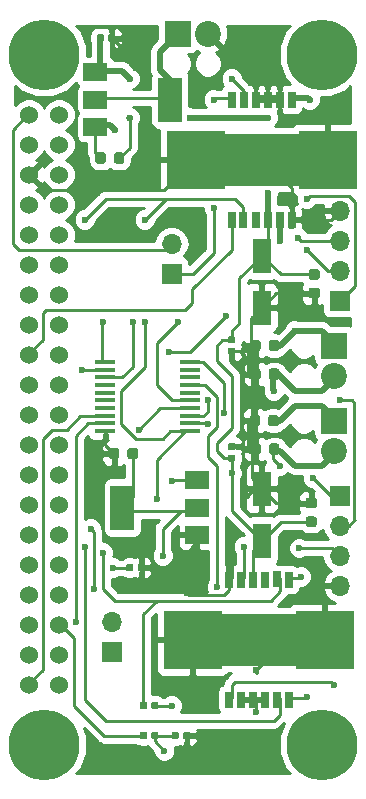
<source format=gtl>
G04 #@! TF.GenerationSoftware,KiCad,Pcbnew,(5.0.0)*
G04 #@! TF.CreationDate,2018-10-12T16:08:17+01:00*
G04 #@! TF.ProjectId,Motor Shield,4D6F746F7220536869656C642E6B6963,rev?*
G04 #@! TF.SameCoordinates,Original*
G04 #@! TF.FileFunction,Copper,L1,Top,Signal*
G04 #@! TF.FilePolarity,Positive*
%FSLAX46Y46*%
G04 Gerber Fmt 4.6, Leading zero omitted, Abs format (unit mm)*
G04 Created by KiCad (PCBNEW (5.0.0)) date 10/12/18 16:08:17*
%MOMM*%
%LPD*%
G01*
G04 APERTURE LIST*
G04 #@! TA.AperFunction,Conductor*
%ADD10C,0.100000*%
G04 #@! TD*
G04 #@! TA.AperFunction,SMDPad,CuDef*
%ADD11C,0.590000*%
G04 #@! TD*
G04 #@! TA.AperFunction,SMDPad,CuDef*
%ADD12C,0.875000*%
G04 #@! TD*
G04 #@! TA.AperFunction,ComponentPad*
%ADD13C,2.200000*%
G04 #@! TD*
G04 #@! TA.AperFunction,ComponentPad*
%ADD14R,2.200000X2.200000*%
G04 #@! TD*
G04 #@! TA.AperFunction,SMDPad,CuDef*
%ADD15R,0.650000X1.350000*%
G04 #@! TD*
G04 #@! TA.AperFunction,SMDPad,CuDef*
%ADD16R,6.450000X4.400000*%
G04 #@! TD*
G04 #@! TA.AperFunction,SMDPad,CuDef*
%ADD17R,5.000000X5.000000*%
G04 #@! TD*
G04 #@! TA.AperFunction,SMDPad,CuDef*
%ADD18R,2.000000X3.800000*%
G04 #@! TD*
G04 #@! TA.AperFunction,SMDPad,CuDef*
%ADD19R,2.000000X1.500000*%
G04 #@! TD*
G04 #@! TA.AperFunction,ComponentPad*
%ADD20R,1.700000X1.700000*%
G04 #@! TD*
G04 #@! TA.AperFunction,ComponentPad*
%ADD21O,1.700000X1.700000*%
G04 #@! TD*
G04 #@! TA.AperFunction,SMDPad,CuDef*
%ADD22R,1.750000X0.450000*%
G04 #@! TD*
G04 #@! TA.AperFunction,ComponentPad*
%ADD23C,6.000000*%
G04 #@! TD*
G04 #@! TA.AperFunction,ComponentPad*
%ADD24C,1.524000*%
G04 #@! TD*
G04 #@! TA.AperFunction,SMDPad,CuDef*
%ADD25R,1.600000X3.000000*%
G04 #@! TD*
G04 #@! TA.AperFunction,ViaPad*
%ADD26C,0.600000*%
G04 #@! TD*
G04 #@! TA.AperFunction,Conductor*
%ADD27C,0.250000*%
G04 #@! TD*
G04 #@! TA.AperFunction,Conductor*
%ADD28C,0.500000*%
G04 #@! TD*
G04 #@! TA.AperFunction,Conductor*
%ADD29C,0.254000*%
G04 #@! TD*
G04 APERTURE END LIST*
D10*
G04 #@! TO.N,Net-(D3-Pad2)*
G04 #@! TO.C,R1*
G36*
X150321958Y-71435710D02*
X150336276Y-71437834D01*
X150350317Y-71441351D01*
X150363946Y-71446228D01*
X150377031Y-71452417D01*
X150389447Y-71459858D01*
X150401073Y-71468481D01*
X150411798Y-71478202D01*
X150421519Y-71488927D01*
X150430142Y-71500553D01*
X150437583Y-71512969D01*
X150443772Y-71526054D01*
X150448649Y-71539683D01*
X150452166Y-71553724D01*
X150454290Y-71568042D01*
X150455000Y-71582500D01*
X150455000Y-71927500D01*
X150454290Y-71941958D01*
X150452166Y-71956276D01*
X150448649Y-71970317D01*
X150443772Y-71983946D01*
X150437583Y-71997031D01*
X150430142Y-72009447D01*
X150421519Y-72021073D01*
X150411798Y-72031798D01*
X150401073Y-72041519D01*
X150389447Y-72050142D01*
X150377031Y-72057583D01*
X150363946Y-72063772D01*
X150350317Y-72068649D01*
X150336276Y-72072166D01*
X150321958Y-72074290D01*
X150307500Y-72075000D01*
X150012500Y-72075000D01*
X149998042Y-72074290D01*
X149983724Y-72072166D01*
X149969683Y-72068649D01*
X149956054Y-72063772D01*
X149942969Y-72057583D01*
X149930553Y-72050142D01*
X149918927Y-72041519D01*
X149908202Y-72031798D01*
X149898481Y-72021073D01*
X149889858Y-72009447D01*
X149882417Y-71997031D01*
X149876228Y-71983946D01*
X149871351Y-71970317D01*
X149867834Y-71956276D01*
X149865710Y-71941958D01*
X149865000Y-71927500D01*
X149865000Y-71582500D01*
X149865710Y-71568042D01*
X149867834Y-71553724D01*
X149871351Y-71539683D01*
X149876228Y-71526054D01*
X149882417Y-71512969D01*
X149889858Y-71500553D01*
X149898481Y-71488927D01*
X149908202Y-71478202D01*
X149918927Y-71468481D01*
X149930553Y-71459858D01*
X149942969Y-71452417D01*
X149956054Y-71446228D01*
X149969683Y-71441351D01*
X149983724Y-71437834D01*
X149998042Y-71435710D01*
X150012500Y-71435000D01*
X150307500Y-71435000D01*
X150321958Y-71435710D01*
X150321958Y-71435710D01*
G37*
D11*
G04 #@! TD*
G04 #@! TO.P,R1,1*
G04 #@! TO.N,Net-(D3-Pad2)*
X150160000Y-71755000D03*
D10*
G04 #@! TO.N,BAT-*
G04 #@! TO.C,R1*
G36*
X151291958Y-71435710D02*
X151306276Y-71437834D01*
X151320317Y-71441351D01*
X151333946Y-71446228D01*
X151347031Y-71452417D01*
X151359447Y-71459858D01*
X151371073Y-71468481D01*
X151381798Y-71478202D01*
X151391519Y-71488927D01*
X151400142Y-71500553D01*
X151407583Y-71512969D01*
X151413772Y-71526054D01*
X151418649Y-71539683D01*
X151422166Y-71553724D01*
X151424290Y-71568042D01*
X151425000Y-71582500D01*
X151425000Y-71927500D01*
X151424290Y-71941958D01*
X151422166Y-71956276D01*
X151418649Y-71970317D01*
X151413772Y-71983946D01*
X151407583Y-71997031D01*
X151400142Y-72009447D01*
X151391519Y-72021073D01*
X151381798Y-72031798D01*
X151371073Y-72041519D01*
X151359447Y-72050142D01*
X151347031Y-72057583D01*
X151333946Y-72063772D01*
X151320317Y-72068649D01*
X151306276Y-72072166D01*
X151291958Y-72074290D01*
X151277500Y-72075000D01*
X150982500Y-72075000D01*
X150968042Y-72074290D01*
X150953724Y-72072166D01*
X150939683Y-72068649D01*
X150926054Y-72063772D01*
X150912969Y-72057583D01*
X150900553Y-72050142D01*
X150888927Y-72041519D01*
X150878202Y-72031798D01*
X150868481Y-72021073D01*
X150859858Y-72009447D01*
X150852417Y-71997031D01*
X150846228Y-71983946D01*
X150841351Y-71970317D01*
X150837834Y-71956276D01*
X150835710Y-71941958D01*
X150835000Y-71927500D01*
X150835000Y-71582500D01*
X150835710Y-71568042D01*
X150837834Y-71553724D01*
X150841351Y-71539683D01*
X150846228Y-71526054D01*
X150852417Y-71512969D01*
X150859858Y-71500553D01*
X150868481Y-71488927D01*
X150878202Y-71478202D01*
X150888927Y-71468481D01*
X150900553Y-71459858D01*
X150912969Y-71452417D01*
X150926054Y-71446228D01*
X150939683Y-71441351D01*
X150953724Y-71437834D01*
X150968042Y-71435710D01*
X150982500Y-71435000D01*
X151277500Y-71435000D01*
X151291958Y-71435710D01*
X151291958Y-71435710D01*
G37*
D11*
G04 #@! TD*
G04 #@! TO.P,R1,2*
G04 #@! TO.N,BAT-*
X151130000Y-71755000D03*
D10*
G04 #@! TO.N,BAT-PROT+*
G04 #@! TO.C,D3*
G36*
X150430191Y-81441053D02*
X150451426Y-81444203D01*
X150472250Y-81449419D01*
X150492462Y-81456651D01*
X150511868Y-81465830D01*
X150530281Y-81476866D01*
X150547524Y-81489654D01*
X150563430Y-81504070D01*
X150577846Y-81519976D01*
X150590634Y-81537219D01*
X150601670Y-81555632D01*
X150610849Y-81575038D01*
X150618081Y-81595250D01*
X150623297Y-81616074D01*
X150626447Y-81637309D01*
X150627500Y-81658750D01*
X150627500Y-82171250D01*
X150626447Y-82192691D01*
X150623297Y-82213926D01*
X150618081Y-82234750D01*
X150610849Y-82254962D01*
X150601670Y-82274368D01*
X150590634Y-82292781D01*
X150577846Y-82310024D01*
X150563430Y-82325930D01*
X150547524Y-82340346D01*
X150530281Y-82353134D01*
X150511868Y-82364170D01*
X150492462Y-82373349D01*
X150472250Y-82380581D01*
X150451426Y-82385797D01*
X150430191Y-82388947D01*
X150408750Y-82390000D01*
X149971250Y-82390000D01*
X149949809Y-82388947D01*
X149928574Y-82385797D01*
X149907750Y-82380581D01*
X149887538Y-82373349D01*
X149868132Y-82364170D01*
X149849719Y-82353134D01*
X149832476Y-82340346D01*
X149816570Y-82325930D01*
X149802154Y-82310024D01*
X149789366Y-82292781D01*
X149778330Y-82274368D01*
X149769151Y-82254962D01*
X149761919Y-82234750D01*
X149756703Y-82213926D01*
X149753553Y-82192691D01*
X149752500Y-82171250D01*
X149752500Y-81658750D01*
X149753553Y-81637309D01*
X149756703Y-81616074D01*
X149761919Y-81595250D01*
X149769151Y-81575038D01*
X149778330Y-81555632D01*
X149789366Y-81537219D01*
X149802154Y-81519976D01*
X149816570Y-81504070D01*
X149832476Y-81489654D01*
X149849719Y-81476866D01*
X149868132Y-81465830D01*
X149887538Y-81456651D01*
X149907750Y-81449419D01*
X149928574Y-81444203D01*
X149949809Y-81441053D01*
X149971250Y-81440000D01*
X150408750Y-81440000D01*
X150430191Y-81441053D01*
X150430191Y-81441053D01*
G37*
D12*
G04 #@! TD*
G04 #@! TO.P,D3,1*
G04 #@! TO.N,BAT-PROT+*
X150190000Y-81915000D03*
D10*
G04 #@! TO.N,Net-(D3-Pad2)*
G04 #@! TO.C,D3*
G36*
X152005191Y-81441053D02*
X152026426Y-81444203D01*
X152047250Y-81449419D01*
X152067462Y-81456651D01*
X152086868Y-81465830D01*
X152105281Y-81476866D01*
X152122524Y-81489654D01*
X152138430Y-81504070D01*
X152152846Y-81519976D01*
X152165634Y-81537219D01*
X152176670Y-81555632D01*
X152185849Y-81575038D01*
X152193081Y-81595250D01*
X152198297Y-81616074D01*
X152201447Y-81637309D01*
X152202500Y-81658750D01*
X152202500Y-82171250D01*
X152201447Y-82192691D01*
X152198297Y-82213926D01*
X152193081Y-82234750D01*
X152185849Y-82254962D01*
X152176670Y-82274368D01*
X152165634Y-82292781D01*
X152152846Y-82310024D01*
X152138430Y-82325930D01*
X152122524Y-82340346D01*
X152105281Y-82353134D01*
X152086868Y-82364170D01*
X152067462Y-82373349D01*
X152047250Y-82380581D01*
X152026426Y-82385797D01*
X152005191Y-82388947D01*
X151983750Y-82390000D01*
X151546250Y-82390000D01*
X151524809Y-82388947D01*
X151503574Y-82385797D01*
X151482750Y-82380581D01*
X151462538Y-82373349D01*
X151443132Y-82364170D01*
X151424719Y-82353134D01*
X151407476Y-82340346D01*
X151391570Y-82325930D01*
X151377154Y-82310024D01*
X151364366Y-82292781D01*
X151353330Y-82274368D01*
X151344151Y-82254962D01*
X151336919Y-82234750D01*
X151331703Y-82213926D01*
X151328553Y-82192691D01*
X151327500Y-82171250D01*
X151327500Y-81658750D01*
X151328553Y-81637309D01*
X151331703Y-81616074D01*
X151336919Y-81595250D01*
X151344151Y-81575038D01*
X151353330Y-81555632D01*
X151364366Y-81537219D01*
X151377154Y-81519976D01*
X151391570Y-81504070D01*
X151407476Y-81489654D01*
X151424719Y-81476866D01*
X151443132Y-81465830D01*
X151462538Y-81456651D01*
X151482750Y-81449419D01*
X151503574Y-81444203D01*
X151524809Y-81441053D01*
X151546250Y-81440000D01*
X151983750Y-81440000D01*
X152005191Y-81441053D01*
X152005191Y-81441053D01*
G37*
D12*
G04 #@! TD*
G04 #@! TO.P,D3,2*
G04 #@! TO.N,Net-(D3-Pad2)*
X151765000Y-81915000D03*
D13*
G04 #@! TO.P,J4,2*
G04 #@! TO.N,OUT3*
X169926000Y-106680000D03*
D14*
G04 #@! TO.P,J4,1*
G04 #@! TO.N,OUT4*
X169926000Y-104140000D03*
G04 #@! TD*
G04 #@! TO.P,J5,1*
G04 #@! TO.N,OUT2*
X169926000Y-97790000D03*
D13*
G04 #@! TO.P,J5,2*
G04 #@! TO.N,OUT1*
X169926000Y-100330000D03*
G04 #@! TD*
D15*
G04 #@! TO.P,U1,1*
G04 #@! TO.N,DIR1*
X161290000Y-87122000D03*
G04 #@! TO.P,U1,2*
G04 #@! TO.N,+3V3*
X162280600Y-87147400D03*
G04 #@! TO.P,U1,3*
G04 #@! TO.N,ERROR1*
X163322000Y-87122000D03*
G04 #@! TO.P,U1,4*
G04 #@! TO.N,BAT-PROT+*
X164338000Y-87122000D03*
G04 #@! TO.P,U1,5*
G04 #@! TO.N,OUT1*
X165354000Y-87122000D03*
G04 #@! TO.P,U1,6*
G04 #@! TO.N,BAT-*
X166370000Y-87122000D03*
G04 #@! TO.P,U1,7*
G04 #@! TO.N,OUT2*
X166370000Y-76962000D03*
G04 #@! TO.P,U1,8*
G04 #@! TO.N,BAT-*
X165354000Y-76962000D03*
G04 #@! TO.P,U1,9*
X164338000Y-76962000D03*
G04 #@! TO.P,U1,10*
X163322000Y-76962000D03*
G04 #@! TO.P,U1,11*
G04 #@! TO.N,EN1*
X162306000Y-76962000D03*
G04 #@! TO.P,U1,12*
G04 #@! TO.N,PWM1*
X161290000Y-76962000D03*
D16*
G04 #@! TO.P,U1,~*
G04 #@! TO.N,BAT-*
X163830000Y-82042000D03*
D17*
X158242000Y-82042000D03*
X169418000Y-82042000D03*
G04 #@! TD*
D18*
G04 #@! TO.P,Q1,4*
G04 #@! TO.N,BAT+*
X156058000Y-76962000D03*
D19*
G04 #@! TO.P,Q1,2*
X149758000Y-76962000D03*
G04 #@! TO.P,Q1,3*
G04 #@! TO.N,BAT-PROT+*
X149758000Y-79262000D03*
G04 #@! TO.P,Q1,1*
G04 #@! TO.N,Net-(D3-Pad2)*
X149758000Y-74662000D03*
G04 #@! TD*
D15*
G04 #@! TO.P,U2,1*
G04 #@! TO.N,DIR2*
X166116000Y-117602000D03*
G04 #@! TO.P,U2,2*
G04 #@! TO.N,+3V3*
X165125400Y-117576600D03*
G04 #@! TO.P,U2,3*
G04 #@! TO.N,ERROR2*
X164084000Y-117602000D03*
G04 #@! TO.P,U2,4*
G04 #@! TO.N,BAT-PROT+*
X163068000Y-117602000D03*
G04 #@! TO.P,U2,5*
G04 #@! TO.N,OUT3*
X162052000Y-117602000D03*
G04 #@! TO.P,U2,6*
G04 #@! TO.N,BAT-*
X161036000Y-117602000D03*
G04 #@! TO.P,U2,7*
G04 #@! TO.N,OUT4*
X161036000Y-127762000D03*
G04 #@! TO.P,U2,8*
G04 #@! TO.N,BAT-*
X162052000Y-127762000D03*
G04 #@! TO.P,U2,9*
X163068000Y-127762000D03*
G04 #@! TO.P,U2,10*
X164084000Y-127762000D03*
G04 #@! TO.P,U2,11*
G04 #@! TO.N,EN2*
X165100000Y-127762000D03*
G04 #@! TO.P,U2,12*
G04 #@! TO.N,PWM2*
X166116000Y-127762000D03*
D16*
G04 #@! TO.P,U2,~*
G04 #@! TO.N,BAT-*
X163576000Y-122682000D03*
D17*
X169164000Y-122682000D03*
X157988000Y-122682000D03*
G04 #@! TD*
D20*
G04 #@! TO.P,J3,1*
G04 #@! TO.N,+5V*
X156210000Y-91694000D03*
D21*
G04 #@! TO.P,J3,2*
G04 #@! TO.N,Net-(J3-Pad2)*
X156210000Y-89154000D03*
G04 #@! TD*
D20*
G04 #@! TO.P,J2,1*
G04 #@! TO.N,ICSP_DAT*
X151130000Y-123698000D03*
D21*
G04 #@! TO.P,J2,2*
G04 #@! TO.N,Net-(J2-Pad2)*
X151130000Y-121158000D03*
G04 #@! TD*
D22*
G04 #@! TO.P,U3,1*
G04 #@! TO.N,+3V3*
X157778000Y-105033000D03*
G04 #@! TO.P,U3,2*
G04 #@! TO.N,B1*
X157778000Y-104383000D03*
G04 #@! TO.P,U3,3*
G04 #@! TO.N,A1*
X157778000Y-103733000D03*
G04 #@! TO.P,U3,4*
G04 #@! TO.N,MCLR*
X157778000Y-103083000D03*
G04 #@! TO.P,U3,5*
G04 #@! TO.N,PWM1*
X157778000Y-102433000D03*
G04 #@! TO.P,U3,6*
G04 #@! TO.N,Net-(U3-Pad6)*
X157778000Y-101783000D03*
G04 #@! TO.P,U3,7*
G04 #@! TO.N,PWM2*
X157778000Y-101133000D03*
G04 #@! TO.P,U3,8*
G04 #@! TO.N,Net-(U3-Pad8)*
X157778000Y-100483000D03*
G04 #@! TO.P,U3,9*
G04 #@! TO.N,Net-(U3-Pad9)*
X157778000Y-99833000D03*
G04 #@! TO.P,U3,10*
G04 #@! TO.N,B2*
X157778000Y-99183000D03*
G04 #@! TO.P,U3,11*
G04 #@! TO.N,SCL*
X150578000Y-99183000D03*
G04 #@! TO.P,U3,12*
G04 #@! TO.N,A2*
X150578000Y-99833000D03*
G04 #@! TO.P,U3,13*
G04 #@! TO.N,SDA*
X150578000Y-100483000D03*
G04 #@! TO.P,U3,14*
G04 #@! TO.N,Net-(U3-Pad14)*
X150578000Y-101133000D03*
G04 #@! TO.P,U3,15*
G04 #@! TO.N,Net-(U3-Pad15)*
X150578000Y-101783000D03*
G04 #@! TO.P,U3,16*
G04 #@! TO.N,Net-(U3-Pad16)*
X150578000Y-102433000D03*
G04 #@! TO.P,U3,17*
G04 #@! TO.N,Net-(U3-Pad17)*
X150578000Y-103083000D03*
G04 #@! TO.P,U3,18*
G04 #@! TO.N,ICSP_CLK*
X150578000Y-103733000D03*
G04 #@! TO.P,U3,19*
G04 #@! TO.N,Net-(J2-Pad2)*
X150578000Y-104383000D03*
G04 #@! TO.P,U3,20*
G04 #@! TO.N,BAT-*
X150578000Y-105033000D03*
G04 #@! TD*
D18*
G04 #@! TO.P,U5,2*
G04 #@! TO.N,+5V*
X152044000Y-111506000D03*
D19*
X158344000Y-111506000D03*
G04 #@! TO.P,U5,3*
G04 #@! TO.N,BAT-PROT+*
X158344000Y-109206000D03*
G04 #@! TO.P,U5,1*
G04 #@! TO.N,BAT-*
X158344000Y-113806000D03*
G04 #@! TD*
D20*
G04 #@! TO.P,J6,1*
G04 #@! TO.N,+5V*
X170434000Y-93980000D03*
D21*
G04 #@! TO.P,J6,2*
G04 #@! TO.N,A1*
X170434000Y-91440000D03*
G04 #@! TO.P,J6,3*
G04 #@! TO.N,B1*
X170434000Y-88900000D03*
G04 #@! TO.P,J6,4*
G04 #@! TO.N,BAT-*
X170434000Y-86360000D03*
G04 #@! TD*
G04 #@! TO.P,J7,4*
G04 #@! TO.N,BAT-*
X170434000Y-118110000D03*
G04 #@! TO.P,J7,3*
G04 #@! TO.N,B2*
X170434000Y-115570000D03*
G04 #@! TO.P,J7,2*
G04 #@! TO.N,A2*
X170434000Y-113030000D03*
D20*
G04 #@! TO.P,J7,1*
G04 #@! TO.N,+5V*
X170434000Y-110490000D03*
G04 #@! TD*
D14*
G04 #@! TO.P,J1,1*
G04 #@! TO.N,BAT+*
X156718000Y-71374000D03*
D13*
G04 #@! TO.P,J1,2*
G04 #@! TO.N,BAT-*
X159258000Y-71374000D03*
G04 #@! TD*
D23*
G04 #@! TO.P,U4,*
G04 #@! TO.N,*
X168910000Y-131572000D03*
X168910000Y-73152000D03*
X145415000Y-131572000D03*
X145415000Y-73152000D03*
D24*
G04 #@! TO.P,U4,40*
G04 #@! TO.N,ICSP_CLK*
X144145000Y-126492000D03*
G04 #@! TO.P,U4,39*
G04 #@! TO.N,Net-(U4-Pad39)*
X146685000Y-126492000D03*
G04 #@! TO.P,U4,38*
G04 #@! TO.N,ICSP_DAT*
X144145000Y-123952000D03*
G04 #@! TO.P,U4,37*
G04 #@! TO.N,Net-(U4-Pad37)*
X146685000Y-123952000D03*
G04 #@! TO.P,U4,36*
G04 #@! TO.N,Net-(U4-Pad36)*
X144145000Y-121412000D03*
G04 #@! TO.P,U4,35*
G04 #@! TO.N,MCLR*
X146685000Y-121412000D03*
G04 #@! TO.P,U4,34*
G04 #@! TO.N,Net-(U4-Pad34)*
X144145000Y-118872000D03*
G04 #@! TO.P,U4,33*
G04 #@! TO.N,Net-(U4-Pad33)*
X146685000Y-118872000D03*
G04 #@! TO.P,U4,32*
G04 #@! TO.N,Net-(U4-Pad32)*
X144145000Y-116332000D03*
G04 #@! TO.P,U4,31*
G04 #@! TO.N,Net-(U4-Pad31)*
X146685000Y-116332000D03*
G04 #@! TO.P,U4,30*
G04 #@! TO.N,Net-(U4-Pad30)*
X144145000Y-113792000D03*
G04 #@! TO.P,U4,29*
G04 #@! TO.N,Net-(U4-Pad29)*
X146685000Y-113792000D03*
G04 #@! TO.P,U4,28*
G04 #@! TO.N,Net-(U4-Pad28)*
X144145000Y-111252000D03*
G04 #@! TO.P,U4,27*
G04 #@! TO.N,Net-(U4-Pad27)*
X146685000Y-111252000D03*
G04 #@! TO.P,U4,26*
G04 #@! TO.N,Net-(U4-Pad26)*
X144145000Y-108712000D03*
G04 #@! TO.P,U4,25*
G04 #@! TO.N,Net-(U4-Pad25)*
X146685000Y-108712000D03*
G04 #@! TO.P,U4,24*
G04 #@! TO.N,Net-(U4-Pad24)*
X144145000Y-106172000D03*
G04 #@! TO.P,U4,23*
G04 #@! TO.N,Net-(U4-Pad23)*
X146685000Y-106172000D03*
G04 #@! TO.P,U4,22*
G04 #@! TO.N,DIR2*
X144145000Y-103632000D03*
G04 #@! TO.P,U4,21*
G04 #@! TO.N,Net-(U4-Pad21)*
X146685000Y-103632000D03*
G04 #@! TO.P,U4,20*
G04 #@! TO.N,Net-(U4-Pad20)*
X144145000Y-101092000D03*
G04 #@! TO.P,U4,19*
G04 #@! TO.N,Net-(U4-Pad19)*
X146685000Y-101092000D03*
G04 #@! TO.P,U4,18*
G04 #@! TO.N,DIR1*
X144145000Y-98552000D03*
G04 #@! TO.P,U4,17*
G04 #@! TO.N,Net-(U4-Pad17)*
X146685000Y-98552000D03*
G04 #@! TO.P,U4,16*
G04 #@! TO.N,EN2*
X144145000Y-96012000D03*
G04 #@! TO.P,U4,15*
G04 #@! TO.N,EN1*
X146685000Y-96012000D03*
G04 #@! TO.P,U4,14*
G04 #@! TO.N,Net-(U4-Pad14)*
X144145000Y-93472000D03*
G04 #@! TO.P,U4,13*
G04 #@! TO.N,Net-(U4-Pad13)*
X146685000Y-93472000D03*
G04 #@! TO.P,U4,12*
G04 #@! TO.N,Net-(U4-Pad12)*
X144145000Y-90932000D03*
G04 #@! TO.P,U4,11*
G04 #@! TO.N,Net-(U4-Pad11)*
X146685000Y-90932000D03*
G04 #@! TO.P,U4,10*
G04 #@! TO.N,Net-(U4-Pad10)*
X144145000Y-88392000D03*
G04 #@! TO.P,U4,9*
G04 #@! TO.N,Net-(U4-Pad9)*
X146685000Y-88392000D03*
G04 #@! TO.P,U4,8*
G04 #@! TO.N,Net-(U4-Pad8)*
X144145000Y-85852000D03*
G04 #@! TO.P,U4,7*
G04 #@! TO.N,Net-(U4-Pad7)*
X146685000Y-85852000D03*
G04 #@! TO.P,U4,6*
G04 #@! TO.N,BAT-*
X144145000Y-83312000D03*
G04 #@! TO.P,U4,5*
G04 #@! TO.N,SCL*
X146685000Y-83312000D03*
G04 #@! TO.P,U4,4*
G04 #@! TO.N,Net-(U4-Pad4)*
X144145000Y-80772000D03*
G04 #@! TO.P,U4,3*
G04 #@! TO.N,SDA*
X146685000Y-80772000D03*
G04 #@! TO.P,U4,2*
G04 #@! TO.N,Net-(J3-Pad2)*
X144145000Y-78232000D03*
G04 #@! TO.P,U4,1*
G04 #@! TO.N,+3V3*
X146685000Y-78232000D03*
G04 #@! TD*
D25*
G04 #@! TO.P,C1,2*
G04 #@! TO.N,BAT-*
X163830000Y-94570000D03*
G04 #@! TO.P,C1,1*
G04 #@! TO.N,BAT-PROT+*
X163830000Y-90170000D03*
G04 #@! TD*
G04 #@! TO.P,C2,1*
G04 #@! TO.N,BAT-PROT+*
X163830000Y-114300000D03*
G04 #@! TO.P,C2,2*
G04 #@! TO.N,BAT-*
X163830000Y-109900000D03*
G04 #@! TD*
D10*
G04 #@! TO.N,BAT-PROT+*
G04 #@! TO.C,D1*
G36*
X168552691Y-91333553D02*
X168573926Y-91336703D01*
X168594750Y-91341919D01*
X168614962Y-91349151D01*
X168634368Y-91358330D01*
X168652781Y-91369366D01*
X168670024Y-91382154D01*
X168685930Y-91396570D01*
X168700346Y-91412476D01*
X168713134Y-91429719D01*
X168724170Y-91448132D01*
X168733349Y-91467538D01*
X168740581Y-91487750D01*
X168745797Y-91508574D01*
X168748947Y-91529809D01*
X168750000Y-91551250D01*
X168750000Y-91988750D01*
X168748947Y-92010191D01*
X168745797Y-92031426D01*
X168740581Y-92052250D01*
X168733349Y-92072462D01*
X168724170Y-92091868D01*
X168713134Y-92110281D01*
X168700346Y-92127524D01*
X168685930Y-92143430D01*
X168670024Y-92157846D01*
X168652781Y-92170634D01*
X168634368Y-92181670D01*
X168614962Y-92190849D01*
X168594750Y-92198081D01*
X168573926Y-92203297D01*
X168552691Y-92206447D01*
X168531250Y-92207500D01*
X168018750Y-92207500D01*
X167997309Y-92206447D01*
X167976074Y-92203297D01*
X167955250Y-92198081D01*
X167935038Y-92190849D01*
X167915632Y-92181670D01*
X167897219Y-92170634D01*
X167879976Y-92157846D01*
X167864070Y-92143430D01*
X167849654Y-92127524D01*
X167836866Y-92110281D01*
X167825830Y-92091868D01*
X167816651Y-92072462D01*
X167809419Y-92052250D01*
X167804203Y-92031426D01*
X167801053Y-92010191D01*
X167800000Y-91988750D01*
X167800000Y-91551250D01*
X167801053Y-91529809D01*
X167804203Y-91508574D01*
X167809419Y-91487750D01*
X167816651Y-91467538D01*
X167825830Y-91448132D01*
X167836866Y-91429719D01*
X167849654Y-91412476D01*
X167864070Y-91396570D01*
X167879976Y-91382154D01*
X167897219Y-91369366D01*
X167915632Y-91358330D01*
X167935038Y-91349151D01*
X167955250Y-91341919D01*
X167976074Y-91336703D01*
X167997309Y-91333553D01*
X168018750Y-91332500D01*
X168531250Y-91332500D01*
X168552691Y-91333553D01*
X168552691Y-91333553D01*
G37*
D12*
G04 #@! TD*
G04 #@! TO.P,D1,1*
G04 #@! TO.N,BAT-PROT+*
X168275000Y-91770000D03*
D10*
G04 #@! TO.N,BAT-*
G04 #@! TO.C,D1*
G36*
X168552691Y-92908553D02*
X168573926Y-92911703D01*
X168594750Y-92916919D01*
X168614962Y-92924151D01*
X168634368Y-92933330D01*
X168652781Y-92944366D01*
X168670024Y-92957154D01*
X168685930Y-92971570D01*
X168700346Y-92987476D01*
X168713134Y-93004719D01*
X168724170Y-93023132D01*
X168733349Y-93042538D01*
X168740581Y-93062750D01*
X168745797Y-93083574D01*
X168748947Y-93104809D01*
X168750000Y-93126250D01*
X168750000Y-93563750D01*
X168748947Y-93585191D01*
X168745797Y-93606426D01*
X168740581Y-93627250D01*
X168733349Y-93647462D01*
X168724170Y-93666868D01*
X168713134Y-93685281D01*
X168700346Y-93702524D01*
X168685930Y-93718430D01*
X168670024Y-93732846D01*
X168652781Y-93745634D01*
X168634368Y-93756670D01*
X168614962Y-93765849D01*
X168594750Y-93773081D01*
X168573926Y-93778297D01*
X168552691Y-93781447D01*
X168531250Y-93782500D01*
X168018750Y-93782500D01*
X167997309Y-93781447D01*
X167976074Y-93778297D01*
X167955250Y-93773081D01*
X167935038Y-93765849D01*
X167915632Y-93756670D01*
X167897219Y-93745634D01*
X167879976Y-93732846D01*
X167864070Y-93718430D01*
X167849654Y-93702524D01*
X167836866Y-93685281D01*
X167825830Y-93666868D01*
X167816651Y-93647462D01*
X167809419Y-93627250D01*
X167804203Y-93606426D01*
X167801053Y-93585191D01*
X167800000Y-93563750D01*
X167800000Y-93126250D01*
X167801053Y-93104809D01*
X167804203Y-93083574D01*
X167809419Y-93062750D01*
X167816651Y-93042538D01*
X167825830Y-93023132D01*
X167836866Y-93004719D01*
X167849654Y-92987476D01*
X167864070Y-92971570D01*
X167879976Y-92957154D01*
X167897219Y-92944366D01*
X167915632Y-92933330D01*
X167935038Y-92924151D01*
X167955250Y-92916919D01*
X167976074Y-92911703D01*
X167997309Y-92908553D01*
X168018750Y-92907500D01*
X168531250Y-92907500D01*
X168552691Y-92908553D01*
X168552691Y-92908553D01*
G37*
D12*
G04 #@! TD*
G04 #@! TO.P,D1,2*
G04 #@! TO.N,BAT-*
X168275000Y-93345000D03*
D10*
G04 #@! TO.N,BAT-*
G04 #@! TO.C,D2*
G36*
X168298691Y-110688553D02*
X168319926Y-110691703D01*
X168340750Y-110696919D01*
X168360962Y-110704151D01*
X168380368Y-110713330D01*
X168398781Y-110724366D01*
X168416024Y-110737154D01*
X168431930Y-110751570D01*
X168446346Y-110767476D01*
X168459134Y-110784719D01*
X168470170Y-110803132D01*
X168479349Y-110822538D01*
X168486581Y-110842750D01*
X168491797Y-110863574D01*
X168494947Y-110884809D01*
X168496000Y-110906250D01*
X168496000Y-111343750D01*
X168494947Y-111365191D01*
X168491797Y-111386426D01*
X168486581Y-111407250D01*
X168479349Y-111427462D01*
X168470170Y-111446868D01*
X168459134Y-111465281D01*
X168446346Y-111482524D01*
X168431930Y-111498430D01*
X168416024Y-111512846D01*
X168398781Y-111525634D01*
X168380368Y-111536670D01*
X168360962Y-111545849D01*
X168340750Y-111553081D01*
X168319926Y-111558297D01*
X168298691Y-111561447D01*
X168277250Y-111562500D01*
X167764750Y-111562500D01*
X167743309Y-111561447D01*
X167722074Y-111558297D01*
X167701250Y-111553081D01*
X167681038Y-111545849D01*
X167661632Y-111536670D01*
X167643219Y-111525634D01*
X167625976Y-111512846D01*
X167610070Y-111498430D01*
X167595654Y-111482524D01*
X167582866Y-111465281D01*
X167571830Y-111446868D01*
X167562651Y-111427462D01*
X167555419Y-111407250D01*
X167550203Y-111386426D01*
X167547053Y-111365191D01*
X167546000Y-111343750D01*
X167546000Y-110906250D01*
X167547053Y-110884809D01*
X167550203Y-110863574D01*
X167555419Y-110842750D01*
X167562651Y-110822538D01*
X167571830Y-110803132D01*
X167582866Y-110784719D01*
X167595654Y-110767476D01*
X167610070Y-110751570D01*
X167625976Y-110737154D01*
X167643219Y-110724366D01*
X167661632Y-110713330D01*
X167681038Y-110704151D01*
X167701250Y-110696919D01*
X167722074Y-110691703D01*
X167743309Y-110688553D01*
X167764750Y-110687500D01*
X168277250Y-110687500D01*
X168298691Y-110688553D01*
X168298691Y-110688553D01*
G37*
D12*
G04 #@! TD*
G04 #@! TO.P,D2,2*
G04 #@! TO.N,BAT-*
X168021000Y-111125000D03*
D10*
G04 #@! TO.N,BAT-PROT+*
G04 #@! TO.C,D2*
G36*
X168298691Y-112263553D02*
X168319926Y-112266703D01*
X168340750Y-112271919D01*
X168360962Y-112279151D01*
X168380368Y-112288330D01*
X168398781Y-112299366D01*
X168416024Y-112312154D01*
X168431930Y-112326570D01*
X168446346Y-112342476D01*
X168459134Y-112359719D01*
X168470170Y-112378132D01*
X168479349Y-112397538D01*
X168486581Y-112417750D01*
X168491797Y-112438574D01*
X168494947Y-112459809D01*
X168496000Y-112481250D01*
X168496000Y-112918750D01*
X168494947Y-112940191D01*
X168491797Y-112961426D01*
X168486581Y-112982250D01*
X168479349Y-113002462D01*
X168470170Y-113021868D01*
X168459134Y-113040281D01*
X168446346Y-113057524D01*
X168431930Y-113073430D01*
X168416024Y-113087846D01*
X168398781Y-113100634D01*
X168380368Y-113111670D01*
X168360962Y-113120849D01*
X168340750Y-113128081D01*
X168319926Y-113133297D01*
X168298691Y-113136447D01*
X168277250Y-113137500D01*
X167764750Y-113137500D01*
X167743309Y-113136447D01*
X167722074Y-113133297D01*
X167701250Y-113128081D01*
X167681038Y-113120849D01*
X167661632Y-113111670D01*
X167643219Y-113100634D01*
X167625976Y-113087846D01*
X167610070Y-113073430D01*
X167595654Y-113057524D01*
X167582866Y-113040281D01*
X167571830Y-113021868D01*
X167562651Y-113002462D01*
X167555419Y-112982250D01*
X167550203Y-112961426D01*
X167547053Y-112940191D01*
X167546000Y-112918750D01*
X167546000Y-112481250D01*
X167547053Y-112459809D01*
X167550203Y-112438574D01*
X167555419Y-112417750D01*
X167562651Y-112397538D01*
X167571830Y-112378132D01*
X167582866Y-112359719D01*
X167595654Y-112342476D01*
X167610070Y-112326570D01*
X167625976Y-112312154D01*
X167643219Y-112299366D01*
X167661632Y-112288330D01*
X167681038Y-112279151D01*
X167701250Y-112271919D01*
X167722074Y-112266703D01*
X167743309Y-112263553D01*
X167764750Y-112262500D01*
X168277250Y-112262500D01*
X168298691Y-112263553D01*
X168298691Y-112263553D01*
G37*
D12*
G04 #@! TD*
G04 #@! TO.P,D2,1*
G04 #@! TO.N,BAT-PROT+*
X168021000Y-112700000D03*
D10*
G04 #@! TO.N,BAT-PROT+*
G04 #@! TO.C,C3*
G36*
X161476958Y-97010710D02*
X161491276Y-97012834D01*
X161505317Y-97016351D01*
X161518946Y-97021228D01*
X161532031Y-97027417D01*
X161544447Y-97034858D01*
X161556073Y-97043481D01*
X161566798Y-97053202D01*
X161576519Y-97063927D01*
X161585142Y-97075553D01*
X161592583Y-97087969D01*
X161598772Y-97101054D01*
X161603649Y-97114683D01*
X161607166Y-97128724D01*
X161609290Y-97143042D01*
X161610000Y-97157500D01*
X161610000Y-97452500D01*
X161609290Y-97466958D01*
X161607166Y-97481276D01*
X161603649Y-97495317D01*
X161598772Y-97508946D01*
X161592583Y-97522031D01*
X161585142Y-97534447D01*
X161576519Y-97546073D01*
X161566798Y-97556798D01*
X161556073Y-97566519D01*
X161544447Y-97575142D01*
X161532031Y-97582583D01*
X161518946Y-97588772D01*
X161505317Y-97593649D01*
X161491276Y-97597166D01*
X161476958Y-97599290D01*
X161462500Y-97600000D01*
X161117500Y-97600000D01*
X161103042Y-97599290D01*
X161088724Y-97597166D01*
X161074683Y-97593649D01*
X161061054Y-97588772D01*
X161047969Y-97582583D01*
X161035553Y-97575142D01*
X161023927Y-97566519D01*
X161013202Y-97556798D01*
X161003481Y-97546073D01*
X160994858Y-97534447D01*
X160987417Y-97522031D01*
X160981228Y-97508946D01*
X160976351Y-97495317D01*
X160972834Y-97481276D01*
X160970710Y-97466958D01*
X160970000Y-97452500D01*
X160970000Y-97157500D01*
X160970710Y-97143042D01*
X160972834Y-97128724D01*
X160976351Y-97114683D01*
X160981228Y-97101054D01*
X160987417Y-97087969D01*
X160994858Y-97075553D01*
X161003481Y-97063927D01*
X161013202Y-97053202D01*
X161023927Y-97043481D01*
X161035553Y-97034858D01*
X161047969Y-97027417D01*
X161061054Y-97021228D01*
X161074683Y-97016351D01*
X161088724Y-97012834D01*
X161103042Y-97010710D01*
X161117500Y-97010000D01*
X161462500Y-97010000D01*
X161476958Y-97010710D01*
X161476958Y-97010710D01*
G37*
D11*
G04 #@! TD*
G04 #@! TO.P,C3,1*
G04 #@! TO.N,BAT-PROT+*
X161290000Y-97305000D03*
D10*
G04 #@! TO.N,BAT-*
G04 #@! TO.C,C3*
G36*
X161476958Y-97980710D02*
X161491276Y-97982834D01*
X161505317Y-97986351D01*
X161518946Y-97991228D01*
X161532031Y-97997417D01*
X161544447Y-98004858D01*
X161556073Y-98013481D01*
X161566798Y-98023202D01*
X161576519Y-98033927D01*
X161585142Y-98045553D01*
X161592583Y-98057969D01*
X161598772Y-98071054D01*
X161603649Y-98084683D01*
X161607166Y-98098724D01*
X161609290Y-98113042D01*
X161610000Y-98127500D01*
X161610000Y-98422500D01*
X161609290Y-98436958D01*
X161607166Y-98451276D01*
X161603649Y-98465317D01*
X161598772Y-98478946D01*
X161592583Y-98492031D01*
X161585142Y-98504447D01*
X161576519Y-98516073D01*
X161566798Y-98526798D01*
X161556073Y-98536519D01*
X161544447Y-98545142D01*
X161532031Y-98552583D01*
X161518946Y-98558772D01*
X161505317Y-98563649D01*
X161491276Y-98567166D01*
X161476958Y-98569290D01*
X161462500Y-98570000D01*
X161117500Y-98570000D01*
X161103042Y-98569290D01*
X161088724Y-98567166D01*
X161074683Y-98563649D01*
X161061054Y-98558772D01*
X161047969Y-98552583D01*
X161035553Y-98545142D01*
X161023927Y-98536519D01*
X161013202Y-98526798D01*
X161003481Y-98516073D01*
X160994858Y-98504447D01*
X160987417Y-98492031D01*
X160981228Y-98478946D01*
X160976351Y-98465317D01*
X160972834Y-98451276D01*
X160970710Y-98436958D01*
X160970000Y-98422500D01*
X160970000Y-98127500D01*
X160970710Y-98113042D01*
X160972834Y-98098724D01*
X160976351Y-98084683D01*
X160981228Y-98071054D01*
X160987417Y-98057969D01*
X160994858Y-98045553D01*
X161003481Y-98033927D01*
X161013202Y-98023202D01*
X161023927Y-98013481D01*
X161035553Y-98004858D01*
X161047969Y-97997417D01*
X161061054Y-97991228D01*
X161074683Y-97986351D01*
X161088724Y-97982834D01*
X161103042Y-97980710D01*
X161117500Y-97980000D01*
X161462500Y-97980000D01*
X161476958Y-97980710D01*
X161476958Y-97980710D01*
G37*
D11*
G04 #@! TD*
G04 #@! TO.P,C3,2*
G04 #@! TO.N,BAT-*
X161290000Y-98275000D03*
D10*
G04 #@! TO.N,BAT-*
G04 #@! TO.C,C4*
G36*
X161476958Y-106050710D02*
X161491276Y-106052834D01*
X161505317Y-106056351D01*
X161518946Y-106061228D01*
X161532031Y-106067417D01*
X161544447Y-106074858D01*
X161556073Y-106083481D01*
X161566798Y-106093202D01*
X161576519Y-106103927D01*
X161585142Y-106115553D01*
X161592583Y-106127969D01*
X161598772Y-106141054D01*
X161603649Y-106154683D01*
X161607166Y-106168724D01*
X161609290Y-106183042D01*
X161610000Y-106197500D01*
X161610000Y-106492500D01*
X161609290Y-106506958D01*
X161607166Y-106521276D01*
X161603649Y-106535317D01*
X161598772Y-106548946D01*
X161592583Y-106562031D01*
X161585142Y-106574447D01*
X161576519Y-106586073D01*
X161566798Y-106596798D01*
X161556073Y-106606519D01*
X161544447Y-106615142D01*
X161532031Y-106622583D01*
X161518946Y-106628772D01*
X161505317Y-106633649D01*
X161491276Y-106637166D01*
X161476958Y-106639290D01*
X161462500Y-106640000D01*
X161117500Y-106640000D01*
X161103042Y-106639290D01*
X161088724Y-106637166D01*
X161074683Y-106633649D01*
X161061054Y-106628772D01*
X161047969Y-106622583D01*
X161035553Y-106615142D01*
X161023927Y-106606519D01*
X161013202Y-106596798D01*
X161003481Y-106586073D01*
X160994858Y-106574447D01*
X160987417Y-106562031D01*
X160981228Y-106548946D01*
X160976351Y-106535317D01*
X160972834Y-106521276D01*
X160970710Y-106506958D01*
X160970000Y-106492500D01*
X160970000Y-106197500D01*
X160970710Y-106183042D01*
X160972834Y-106168724D01*
X160976351Y-106154683D01*
X160981228Y-106141054D01*
X160987417Y-106127969D01*
X160994858Y-106115553D01*
X161003481Y-106103927D01*
X161013202Y-106093202D01*
X161023927Y-106083481D01*
X161035553Y-106074858D01*
X161047969Y-106067417D01*
X161061054Y-106061228D01*
X161074683Y-106056351D01*
X161088724Y-106052834D01*
X161103042Y-106050710D01*
X161117500Y-106050000D01*
X161462500Y-106050000D01*
X161476958Y-106050710D01*
X161476958Y-106050710D01*
G37*
D11*
G04 #@! TD*
G04 #@! TO.P,C4,2*
G04 #@! TO.N,BAT-*
X161290000Y-106345000D03*
D10*
G04 #@! TO.N,BAT-PROT+*
G04 #@! TO.C,C4*
G36*
X161476958Y-107020710D02*
X161491276Y-107022834D01*
X161505317Y-107026351D01*
X161518946Y-107031228D01*
X161532031Y-107037417D01*
X161544447Y-107044858D01*
X161556073Y-107053481D01*
X161566798Y-107063202D01*
X161576519Y-107073927D01*
X161585142Y-107085553D01*
X161592583Y-107097969D01*
X161598772Y-107111054D01*
X161603649Y-107124683D01*
X161607166Y-107138724D01*
X161609290Y-107153042D01*
X161610000Y-107167500D01*
X161610000Y-107462500D01*
X161609290Y-107476958D01*
X161607166Y-107491276D01*
X161603649Y-107505317D01*
X161598772Y-107518946D01*
X161592583Y-107532031D01*
X161585142Y-107544447D01*
X161576519Y-107556073D01*
X161566798Y-107566798D01*
X161556073Y-107576519D01*
X161544447Y-107585142D01*
X161532031Y-107592583D01*
X161518946Y-107598772D01*
X161505317Y-107603649D01*
X161491276Y-107607166D01*
X161476958Y-107609290D01*
X161462500Y-107610000D01*
X161117500Y-107610000D01*
X161103042Y-107609290D01*
X161088724Y-107607166D01*
X161074683Y-107603649D01*
X161061054Y-107598772D01*
X161047969Y-107592583D01*
X161035553Y-107585142D01*
X161023927Y-107576519D01*
X161013202Y-107566798D01*
X161003481Y-107556073D01*
X160994858Y-107544447D01*
X160987417Y-107532031D01*
X160981228Y-107518946D01*
X160976351Y-107505317D01*
X160972834Y-107491276D01*
X160970710Y-107476958D01*
X160970000Y-107462500D01*
X160970000Y-107167500D01*
X160970710Y-107153042D01*
X160972834Y-107138724D01*
X160976351Y-107124683D01*
X160981228Y-107111054D01*
X160987417Y-107097969D01*
X160994858Y-107085553D01*
X161003481Y-107073927D01*
X161013202Y-107063202D01*
X161023927Y-107053481D01*
X161035553Y-107044858D01*
X161047969Y-107037417D01*
X161061054Y-107031228D01*
X161074683Y-107026351D01*
X161088724Y-107022834D01*
X161103042Y-107020710D01*
X161117500Y-107020000D01*
X161462500Y-107020000D01*
X161476958Y-107020710D01*
X161476958Y-107020710D01*
G37*
D11*
G04 #@! TD*
G04 #@! TO.P,C4,1*
G04 #@! TO.N,BAT-PROT+*
X161290000Y-107315000D03*
D10*
G04 #@! TO.N,Net-(C11-Pad1)*
G04 #@! TO.C,C11*
G36*
X156671958Y-130490710D02*
X156686276Y-130492834D01*
X156700317Y-130496351D01*
X156713946Y-130501228D01*
X156727031Y-130507417D01*
X156739447Y-130514858D01*
X156751073Y-130523481D01*
X156761798Y-130533202D01*
X156771519Y-130543927D01*
X156780142Y-130555553D01*
X156787583Y-130567969D01*
X156793772Y-130581054D01*
X156798649Y-130594683D01*
X156802166Y-130608724D01*
X156804290Y-130623042D01*
X156805000Y-130637500D01*
X156805000Y-130982500D01*
X156804290Y-130996958D01*
X156802166Y-131011276D01*
X156798649Y-131025317D01*
X156793772Y-131038946D01*
X156787583Y-131052031D01*
X156780142Y-131064447D01*
X156771519Y-131076073D01*
X156761798Y-131086798D01*
X156751073Y-131096519D01*
X156739447Y-131105142D01*
X156727031Y-131112583D01*
X156713946Y-131118772D01*
X156700317Y-131123649D01*
X156686276Y-131127166D01*
X156671958Y-131129290D01*
X156657500Y-131130000D01*
X156362500Y-131130000D01*
X156348042Y-131129290D01*
X156333724Y-131127166D01*
X156319683Y-131123649D01*
X156306054Y-131118772D01*
X156292969Y-131112583D01*
X156280553Y-131105142D01*
X156268927Y-131096519D01*
X156258202Y-131086798D01*
X156248481Y-131076073D01*
X156239858Y-131064447D01*
X156232417Y-131052031D01*
X156226228Y-131038946D01*
X156221351Y-131025317D01*
X156217834Y-131011276D01*
X156215710Y-130996958D01*
X156215000Y-130982500D01*
X156215000Y-130637500D01*
X156215710Y-130623042D01*
X156217834Y-130608724D01*
X156221351Y-130594683D01*
X156226228Y-130581054D01*
X156232417Y-130567969D01*
X156239858Y-130555553D01*
X156248481Y-130543927D01*
X156258202Y-130533202D01*
X156268927Y-130523481D01*
X156280553Y-130514858D01*
X156292969Y-130507417D01*
X156306054Y-130501228D01*
X156319683Y-130496351D01*
X156333724Y-130492834D01*
X156348042Y-130490710D01*
X156362500Y-130490000D01*
X156657500Y-130490000D01*
X156671958Y-130490710D01*
X156671958Y-130490710D01*
G37*
D11*
G04 #@! TD*
G04 #@! TO.P,C11,1*
G04 #@! TO.N,Net-(C11-Pad1)*
X156510000Y-130810000D03*
D10*
G04 #@! TO.N,BAT-*
G04 #@! TO.C,C11*
G36*
X157641958Y-130490710D02*
X157656276Y-130492834D01*
X157670317Y-130496351D01*
X157683946Y-130501228D01*
X157697031Y-130507417D01*
X157709447Y-130514858D01*
X157721073Y-130523481D01*
X157731798Y-130533202D01*
X157741519Y-130543927D01*
X157750142Y-130555553D01*
X157757583Y-130567969D01*
X157763772Y-130581054D01*
X157768649Y-130594683D01*
X157772166Y-130608724D01*
X157774290Y-130623042D01*
X157775000Y-130637500D01*
X157775000Y-130982500D01*
X157774290Y-130996958D01*
X157772166Y-131011276D01*
X157768649Y-131025317D01*
X157763772Y-131038946D01*
X157757583Y-131052031D01*
X157750142Y-131064447D01*
X157741519Y-131076073D01*
X157731798Y-131086798D01*
X157721073Y-131096519D01*
X157709447Y-131105142D01*
X157697031Y-131112583D01*
X157683946Y-131118772D01*
X157670317Y-131123649D01*
X157656276Y-131127166D01*
X157641958Y-131129290D01*
X157627500Y-131130000D01*
X157332500Y-131130000D01*
X157318042Y-131129290D01*
X157303724Y-131127166D01*
X157289683Y-131123649D01*
X157276054Y-131118772D01*
X157262969Y-131112583D01*
X157250553Y-131105142D01*
X157238927Y-131096519D01*
X157228202Y-131086798D01*
X157218481Y-131076073D01*
X157209858Y-131064447D01*
X157202417Y-131052031D01*
X157196228Y-131038946D01*
X157191351Y-131025317D01*
X157187834Y-131011276D01*
X157185710Y-130996958D01*
X157185000Y-130982500D01*
X157185000Y-130637500D01*
X157185710Y-130623042D01*
X157187834Y-130608724D01*
X157191351Y-130594683D01*
X157196228Y-130581054D01*
X157202417Y-130567969D01*
X157209858Y-130555553D01*
X157218481Y-130543927D01*
X157228202Y-130533202D01*
X157238927Y-130523481D01*
X157250553Y-130514858D01*
X157262969Y-130507417D01*
X157276054Y-130501228D01*
X157289683Y-130496351D01*
X157303724Y-130492834D01*
X157318042Y-130490710D01*
X157332500Y-130490000D01*
X157627500Y-130490000D01*
X157641958Y-130490710D01*
X157641958Y-130490710D01*
G37*
D11*
G04 #@! TD*
G04 #@! TO.P,C11,2*
G04 #@! TO.N,BAT-*
X157480000Y-130810000D03*
D10*
G04 #@! TO.N,Net-(C11-Pad1)*
G04 #@! TO.C,R2*
G36*
X154951958Y-127950710D02*
X154966276Y-127952834D01*
X154980317Y-127956351D01*
X154993946Y-127961228D01*
X155007031Y-127967417D01*
X155019447Y-127974858D01*
X155031073Y-127983481D01*
X155041798Y-127993202D01*
X155051519Y-128003927D01*
X155060142Y-128015553D01*
X155067583Y-128027969D01*
X155073772Y-128041054D01*
X155078649Y-128054683D01*
X155082166Y-128068724D01*
X155084290Y-128083042D01*
X155085000Y-128097500D01*
X155085000Y-128442500D01*
X155084290Y-128456958D01*
X155082166Y-128471276D01*
X155078649Y-128485317D01*
X155073772Y-128498946D01*
X155067583Y-128512031D01*
X155060142Y-128524447D01*
X155051519Y-128536073D01*
X155041798Y-128546798D01*
X155031073Y-128556519D01*
X155019447Y-128565142D01*
X155007031Y-128572583D01*
X154993946Y-128578772D01*
X154980317Y-128583649D01*
X154966276Y-128587166D01*
X154951958Y-128589290D01*
X154937500Y-128590000D01*
X154642500Y-128590000D01*
X154628042Y-128589290D01*
X154613724Y-128587166D01*
X154599683Y-128583649D01*
X154586054Y-128578772D01*
X154572969Y-128572583D01*
X154560553Y-128565142D01*
X154548927Y-128556519D01*
X154538202Y-128546798D01*
X154528481Y-128536073D01*
X154519858Y-128524447D01*
X154512417Y-128512031D01*
X154506228Y-128498946D01*
X154501351Y-128485317D01*
X154497834Y-128471276D01*
X154495710Y-128456958D01*
X154495000Y-128442500D01*
X154495000Y-128097500D01*
X154495710Y-128083042D01*
X154497834Y-128068724D01*
X154501351Y-128054683D01*
X154506228Y-128041054D01*
X154512417Y-128027969D01*
X154519858Y-128015553D01*
X154528481Y-128003927D01*
X154538202Y-127993202D01*
X154548927Y-127983481D01*
X154560553Y-127974858D01*
X154572969Y-127967417D01*
X154586054Y-127961228D01*
X154599683Y-127956351D01*
X154613724Y-127952834D01*
X154628042Y-127950710D01*
X154642500Y-127950000D01*
X154937500Y-127950000D01*
X154951958Y-127950710D01*
X154951958Y-127950710D01*
G37*
D11*
G04 #@! TD*
G04 #@! TO.P,R2,2*
G04 #@! TO.N,Net-(C11-Pad1)*
X154790000Y-128270000D03*
D10*
G04 #@! TO.N,+3V3*
G04 #@! TO.C,R2*
G36*
X153981958Y-127950710D02*
X153996276Y-127952834D01*
X154010317Y-127956351D01*
X154023946Y-127961228D01*
X154037031Y-127967417D01*
X154049447Y-127974858D01*
X154061073Y-127983481D01*
X154071798Y-127993202D01*
X154081519Y-128003927D01*
X154090142Y-128015553D01*
X154097583Y-128027969D01*
X154103772Y-128041054D01*
X154108649Y-128054683D01*
X154112166Y-128068724D01*
X154114290Y-128083042D01*
X154115000Y-128097500D01*
X154115000Y-128442500D01*
X154114290Y-128456958D01*
X154112166Y-128471276D01*
X154108649Y-128485317D01*
X154103772Y-128498946D01*
X154097583Y-128512031D01*
X154090142Y-128524447D01*
X154081519Y-128536073D01*
X154071798Y-128546798D01*
X154061073Y-128556519D01*
X154049447Y-128565142D01*
X154037031Y-128572583D01*
X154023946Y-128578772D01*
X154010317Y-128583649D01*
X153996276Y-128587166D01*
X153981958Y-128589290D01*
X153967500Y-128590000D01*
X153672500Y-128590000D01*
X153658042Y-128589290D01*
X153643724Y-128587166D01*
X153629683Y-128583649D01*
X153616054Y-128578772D01*
X153602969Y-128572583D01*
X153590553Y-128565142D01*
X153578927Y-128556519D01*
X153568202Y-128546798D01*
X153558481Y-128536073D01*
X153549858Y-128524447D01*
X153542417Y-128512031D01*
X153536228Y-128498946D01*
X153531351Y-128485317D01*
X153527834Y-128471276D01*
X153525710Y-128456958D01*
X153525000Y-128442500D01*
X153525000Y-128097500D01*
X153525710Y-128083042D01*
X153527834Y-128068724D01*
X153531351Y-128054683D01*
X153536228Y-128041054D01*
X153542417Y-128027969D01*
X153549858Y-128015553D01*
X153558481Y-128003927D01*
X153568202Y-127993202D01*
X153578927Y-127983481D01*
X153590553Y-127974858D01*
X153602969Y-127967417D01*
X153616054Y-127961228D01*
X153629683Y-127956351D01*
X153643724Y-127952834D01*
X153658042Y-127950710D01*
X153672500Y-127950000D01*
X153967500Y-127950000D01*
X153981958Y-127950710D01*
X153981958Y-127950710D01*
G37*
D11*
G04 #@! TD*
G04 #@! TO.P,R2,1*
G04 #@! TO.N,+3V3*
X153820000Y-128270000D03*
D10*
G04 #@! TO.N,MCLR*
G04 #@! TO.C,R3*
G36*
X153981958Y-130490710D02*
X153996276Y-130492834D01*
X154010317Y-130496351D01*
X154023946Y-130501228D01*
X154037031Y-130507417D01*
X154049447Y-130514858D01*
X154061073Y-130523481D01*
X154071798Y-130533202D01*
X154081519Y-130543927D01*
X154090142Y-130555553D01*
X154097583Y-130567969D01*
X154103772Y-130581054D01*
X154108649Y-130594683D01*
X154112166Y-130608724D01*
X154114290Y-130623042D01*
X154115000Y-130637500D01*
X154115000Y-130982500D01*
X154114290Y-130996958D01*
X154112166Y-131011276D01*
X154108649Y-131025317D01*
X154103772Y-131038946D01*
X154097583Y-131052031D01*
X154090142Y-131064447D01*
X154081519Y-131076073D01*
X154071798Y-131086798D01*
X154061073Y-131096519D01*
X154049447Y-131105142D01*
X154037031Y-131112583D01*
X154023946Y-131118772D01*
X154010317Y-131123649D01*
X153996276Y-131127166D01*
X153981958Y-131129290D01*
X153967500Y-131130000D01*
X153672500Y-131130000D01*
X153658042Y-131129290D01*
X153643724Y-131127166D01*
X153629683Y-131123649D01*
X153616054Y-131118772D01*
X153602969Y-131112583D01*
X153590553Y-131105142D01*
X153578927Y-131096519D01*
X153568202Y-131086798D01*
X153558481Y-131076073D01*
X153549858Y-131064447D01*
X153542417Y-131052031D01*
X153536228Y-131038946D01*
X153531351Y-131025317D01*
X153527834Y-131011276D01*
X153525710Y-130996958D01*
X153525000Y-130982500D01*
X153525000Y-130637500D01*
X153525710Y-130623042D01*
X153527834Y-130608724D01*
X153531351Y-130594683D01*
X153536228Y-130581054D01*
X153542417Y-130567969D01*
X153549858Y-130555553D01*
X153558481Y-130543927D01*
X153568202Y-130533202D01*
X153578927Y-130523481D01*
X153590553Y-130514858D01*
X153602969Y-130507417D01*
X153616054Y-130501228D01*
X153629683Y-130496351D01*
X153643724Y-130492834D01*
X153658042Y-130490710D01*
X153672500Y-130490000D01*
X153967500Y-130490000D01*
X153981958Y-130490710D01*
X153981958Y-130490710D01*
G37*
D11*
G04 #@! TD*
G04 #@! TO.P,R3,1*
G04 #@! TO.N,MCLR*
X153820000Y-130810000D03*
D10*
G04 #@! TO.N,Net-(C11-Pad1)*
G04 #@! TO.C,R3*
G36*
X154951958Y-130490710D02*
X154966276Y-130492834D01*
X154980317Y-130496351D01*
X154993946Y-130501228D01*
X155007031Y-130507417D01*
X155019447Y-130514858D01*
X155031073Y-130523481D01*
X155041798Y-130533202D01*
X155051519Y-130543927D01*
X155060142Y-130555553D01*
X155067583Y-130567969D01*
X155073772Y-130581054D01*
X155078649Y-130594683D01*
X155082166Y-130608724D01*
X155084290Y-130623042D01*
X155085000Y-130637500D01*
X155085000Y-130982500D01*
X155084290Y-130996958D01*
X155082166Y-131011276D01*
X155078649Y-131025317D01*
X155073772Y-131038946D01*
X155067583Y-131052031D01*
X155060142Y-131064447D01*
X155051519Y-131076073D01*
X155041798Y-131086798D01*
X155031073Y-131096519D01*
X155019447Y-131105142D01*
X155007031Y-131112583D01*
X154993946Y-131118772D01*
X154980317Y-131123649D01*
X154966276Y-131127166D01*
X154951958Y-131129290D01*
X154937500Y-131130000D01*
X154642500Y-131130000D01*
X154628042Y-131129290D01*
X154613724Y-131127166D01*
X154599683Y-131123649D01*
X154586054Y-131118772D01*
X154572969Y-131112583D01*
X154560553Y-131105142D01*
X154548927Y-131096519D01*
X154538202Y-131086798D01*
X154528481Y-131076073D01*
X154519858Y-131064447D01*
X154512417Y-131052031D01*
X154506228Y-131038946D01*
X154501351Y-131025317D01*
X154497834Y-131011276D01*
X154495710Y-130996958D01*
X154495000Y-130982500D01*
X154495000Y-130637500D01*
X154495710Y-130623042D01*
X154497834Y-130608724D01*
X154501351Y-130594683D01*
X154506228Y-130581054D01*
X154512417Y-130567969D01*
X154519858Y-130555553D01*
X154528481Y-130543927D01*
X154538202Y-130533202D01*
X154548927Y-130523481D01*
X154560553Y-130514858D01*
X154572969Y-130507417D01*
X154586054Y-130501228D01*
X154599683Y-130496351D01*
X154613724Y-130492834D01*
X154628042Y-130490710D01*
X154642500Y-130490000D01*
X154937500Y-130490000D01*
X154951958Y-130490710D01*
X154951958Y-130490710D01*
G37*
D11*
G04 #@! TD*
G04 #@! TO.P,R3,2*
G04 #@! TO.N,Net-(C11-Pad1)*
X154790000Y-130810000D03*
D10*
G04 #@! TO.N,BAT-PROT+*
G04 #@! TO.C,C9*
G36*
X152815958Y-116266710D02*
X152830276Y-116268834D01*
X152844317Y-116272351D01*
X152857946Y-116277228D01*
X152871031Y-116283417D01*
X152883447Y-116290858D01*
X152895073Y-116299481D01*
X152905798Y-116309202D01*
X152915519Y-116319927D01*
X152924142Y-116331553D01*
X152931583Y-116343969D01*
X152937772Y-116357054D01*
X152942649Y-116370683D01*
X152946166Y-116384724D01*
X152948290Y-116399042D01*
X152949000Y-116413500D01*
X152949000Y-116758500D01*
X152948290Y-116772958D01*
X152946166Y-116787276D01*
X152942649Y-116801317D01*
X152937772Y-116814946D01*
X152931583Y-116828031D01*
X152924142Y-116840447D01*
X152915519Y-116852073D01*
X152905798Y-116862798D01*
X152895073Y-116872519D01*
X152883447Y-116881142D01*
X152871031Y-116888583D01*
X152857946Y-116894772D01*
X152844317Y-116899649D01*
X152830276Y-116903166D01*
X152815958Y-116905290D01*
X152801500Y-116906000D01*
X152506500Y-116906000D01*
X152492042Y-116905290D01*
X152477724Y-116903166D01*
X152463683Y-116899649D01*
X152450054Y-116894772D01*
X152436969Y-116888583D01*
X152424553Y-116881142D01*
X152412927Y-116872519D01*
X152402202Y-116862798D01*
X152392481Y-116852073D01*
X152383858Y-116840447D01*
X152376417Y-116828031D01*
X152370228Y-116814946D01*
X152365351Y-116801317D01*
X152361834Y-116787276D01*
X152359710Y-116772958D01*
X152359000Y-116758500D01*
X152359000Y-116413500D01*
X152359710Y-116399042D01*
X152361834Y-116384724D01*
X152365351Y-116370683D01*
X152370228Y-116357054D01*
X152376417Y-116343969D01*
X152383858Y-116331553D01*
X152392481Y-116319927D01*
X152402202Y-116309202D01*
X152412927Y-116299481D01*
X152424553Y-116290858D01*
X152436969Y-116283417D01*
X152450054Y-116277228D01*
X152463683Y-116272351D01*
X152477724Y-116268834D01*
X152492042Y-116266710D01*
X152506500Y-116266000D01*
X152801500Y-116266000D01*
X152815958Y-116266710D01*
X152815958Y-116266710D01*
G37*
D11*
G04 #@! TD*
G04 #@! TO.P,C9,1*
G04 #@! TO.N,BAT-PROT+*
X152654000Y-116586000D03*
D10*
G04 #@! TO.N,BAT-*
G04 #@! TO.C,C9*
G36*
X153785958Y-116266710D02*
X153800276Y-116268834D01*
X153814317Y-116272351D01*
X153827946Y-116277228D01*
X153841031Y-116283417D01*
X153853447Y-116290858D01*
X153865073Y-116299481D01*
X153875798Y-116309202D01*
X153885519Y-116319927D01*
X153894142Y-116331553D01*
X153901583Y-116343969D01*
X153907772Y-116357054D01*
X153912649Y-116370683D01*
X153916166Y-116384724D01*
X153918290Y-116399042D01*
X153919000Y-116413500D01*
X153919000Y-116758500D01*
X153918290Y-116772958D01*
X153916166Y-116787276D01*
X153912649Y-116801317D01*
X153907772Y-116814946D01*
X153901583Y-116828031D01*
X153894142Y-116840447D01*
X153885519Y-116852073D01*
X153875798Y-116862798D01*
X153865073Y-116872519D01*
X153853447Y-116881142D01*
X153841031Y-116888583D01*
X153827946Y-116894772D01*
X153814317Y-116899649D01*
X153800276Y-116903166D01*
X153785958Y-116905290D01*
X153771500Y-116906000D01*
X153476500Y-116906000D01*
X153462042Y-116905290D01*
X153447724Y-116903166D01*
X153433683Y-116899649D01*
X153420054Y-116894772D01*
X153406969Y-116888583D01*
X153394553Y-116881142D01*
X153382927Y-116872519D01*
X153372202Y-116862798D01*
X153362481Y-116852073D01*
X153353858Y-116840447D01*
X153346417Y-116828031D01*
X153340228Y-116814946D01*
X153335351Y-116801317D01*
X153331834Y-116787276D01*
X153329710Y-116772958D01*
X153329000Y-116758500D01*
X153329000Y-116413500D01*
X153329710Y-116399042D01*
X153331834Y-116384724D01*
X153335351Y-116370683D01*
X153340228Y-116357054D01*
X153346417Y-116343969D01*
X153353858Y-116331553D01*
X153362481Y-116319927D01*
X153372202Y-116309202D01*
X153382927Y-116299481D01*
X153394553Y-116290858D01*
X153406969Y-116283417D01*
X153420054Y-116277228D01*
X153433683Y-116272351D01*
X153447724Y-116268834D01*
X153462042Y-116266710D01*
X153476500Y-116266000D01*
X153771500Y-116266000D01*
X153785958Y-116266710D01*
X153785958Y-116266710D01*
G37*
D11*
G04 #@! TD*
G04 #@! TO.P,C9,2*
G04 #@! TO.N,BAT-*
X153624000Y-116586000D03*
D10*
G04 #@! TO.N,+5V*
G04 #@! TO.C,C10*
G36*
X153148191Y-106460053D02*
X153169426Y-106463203D01*
X153190250Y-106468419D01*
X153210462Y-106475651D01*
X153229868Y-106484830D01*
X153248281Y-106495866D01*
X153265524Y-106508654D01*
X153281430Y-106523070D01*
X153295846Y-106538976D01*
X153308634Y-106556219D01*
X153319670Y-106574632D01*
X153328849Y-106594038D01*
X153336081Y-106614250D01*
X153341297Y-106635074D01*
X153344447Y-106656309D01*
X153345500Y-106677750D01*
X153345500Y-107190250D01*
X153344447Y-107211691D01*
X153341297Y-107232926D01*
X153336081Y-107253750D01*
X153328849Y-107273962D01*
X153319670Y-107293368D01*
X153308634Y-107311781D01*
X153295846Y-107329024D01*
X153281430Y-107344930D01*
X153265524Y-107359346D01*
X153248281Y-107372134D01*
X153229868Y-107383170D01*
X153210462Y-107392349D01*
X153190250Y-107399581D01*
X153169426Y-107404797D01*
X153148191Y-107407947D01*
X153126750Y-107409000D01*
X152689250Y-107409000D01*
X152667809Y-107407947D01*
X152646574Y-107404797D01*
X152625750Y-107399581D01*
X152605538Y-107392349D01*
X152586132Y-107383170D01*
X152567719Y-107372134D01*
X152550476Y-107359346D01*
X152534570Y-107344930D01*
X152520154Y-107329024D01*
X152507366Y-107311781D01*
X152496330Y-107293368D01*
X152487151Y-107273962D01*
X152479919Y-107253750D01*
X152474703Y-107232926D01*
X152471553Y-107211691D01*
X152470500Y-107190250D01*
X152470500Y-106677750D01*
X152471553Y-106656309D01*
X152474703Y-106635074D01*
X152479919Y-106614250D01*
X152487151Y-106594038D01*
X152496330Y-106574632D01*
X152507366Y-106556219D01*
X152520154Y-106538976D01*
X152534570Y-106523070D01*
X152550476Y-106508654D01*
X152567719Y-106495866D01*
X152586132Y-106484830D01*
X152605538Y-106475651D01*
X152625750Y-106468419D01*
X152646574Y-106463203D01*
X152667809Y-106460053D01*
X152689250Y-106459000D01*
X153126750Y-106459000D01*
X153148191Y-106460053D01*
X153148191Y-106460053D01*
G37*
D12*
G04 #@! TD*
G04 #@! TO.P,C10,1*
G04 #@! TO.N,+5V*
X152908000Y-106934000D03*
D10*
G04 #@! TO.N,BAT-*
G04 #@! TO.C,C10*
G36*
X151573191Y-106460053D02*
X151594426Y-106463203D01*
X151615250Y-106468419D01*
X151635462Y-106475651D01*
X151654868Y-106484830D01*
X151673281Y-106495866D01*
X151690524Y-106508654D01*
X151706430Y-106523070D01*
X151720846Y-106538976D01*
X151733634Y-106556219D01*
X151744670Y-106574632D01*
X151753849Y-106594038D01*
X151761081Y-106614250D01*
X151766297Y-106635074D01*
X151769447Y-106656309D01*
X151770500Y-106677750D01*
X151770500Y-107190250D01*
X151769447Y-107211691D01*
X151766297Y-107232926D01*
X151761081Y-107253750D01*
X151753849Y-107273962D01*
X151744670Y-107293368D01*
X151733634Y-107311781D01*
X151720846Y-107329024D01*
X151706430Y-107344930D01*
X151690524Y-107359346D01*
X151673281Y-107372134D01*
X151654868Y-107383170D01*
X151635462Y-107392349D01*
X151615250Y-107399581D01*
X151594426Y-107404797D01*
X151573191Y-107407947D01*
X151551750Y-107409000D01*
X151114250Y-107409000D01*
X151092809Y-107407947D01*
X151071574Y-107404797D01*
X151050750Y-107399581D01*
X151030538Y-107392349D01*
X151011132Y-107383170D01*
X150992719Y-107372134D01*
X150975476Y-107359346D01*
X150959570Y-107344930D01*
X150945154Y-107329024D01*
X150932366Y-107311781D01*
X150921330Y-107293368D01*
X150912151Y-107273962D01*
X150904919Y-107253750D01*
X150899703Y-107232926D01*
X150896553Y-107211691D01*
X150895500Y-107190250D01*
X150895500Y-106677750D01*
X150896553Y-106656309D01*
X150899703Y-106635074D01*
X150904919Y-106614250D01*
X150912151Y-106594038D01*
X150921330Y-106574632D01*
X150932366Y-106556219D01*
X150945154Y-106538976D01*
X150959570Y-106523070D01*
X150975476Y-106508654D01*
X150992719Y-106495866D01*
X151011132Y-106484830D01*
X151030538Y-106475651D01*
X151050750Y-106468419D01*
X151071574Y-106463203D01*
X151092809Y-106460053D01*
X151114250Y-106459000D01*
X151551750Y-106459000D01*
X151573191Y-106460053D01*
X151573191Y-106460053D01*
G37*
D12*
G04 #@! TD*
G04 #@! TO.P,C10,2*
G04 #@! TO.N,BAT-*
X151333000Y-106934000D03*
D10*
G04 #@! TO.N,OUT4*
G04 #@! TO.C,C6*
G36*
X165070191Y-103666053D02*
X165091426Y-103669203D01*
X165112250Y-103674419D01*
X165132462Y-103681651D01*
X165151868Y-103690830D01*
X165170281Y-103701866D01*
X165187524Y-103714654D01*
X165203430Y-103729070D01*
X165217846Y-103744976D01*
X165230634Y-103762219D01*
X165241670Y-103780632D01*
X165250849Y-103800038D01*
X165258081Y-103820250D01*
X165263297Y-103841074D01*
X165266447Y-103862309D01*
X165267500Y-103883750D01*
X165267500Y-104396250D01*
X165266447Y-104417691D01*
X165263297Y-104438926D01*
X165258081Y-104459750D01*
X165250849Y-104479962D01*
X165241670Y-104499368D01*
X165230634Y-104517781D01*
X165217846Y-104535024D01*
X165203430Y-104550930D01*
X165187524Y-104565346D01*
X165170281Y-104578134D01*
X165151868Y-104589170D01*
X165132462Y-104598349D01*
X165112250Y-104605581D01*
X165091426Y-104610797D01*
X165070191Y-104613947D01*
X165048750Y-104615000D01*
X164611250Y-104615000D01*
X164589809Y-104613947D01*
X164568574Y-104610797D01*
X164547750Y-104605581D01*
X164527538Y-104598349D01*
X164508132Y-104589170D01*
X164489719Y-104578134D01*
X164472476Y-104565346D01*
X164456570Y-104550930D01*
X164442154Y-104535024D01*
X164429366Y-104517781D01*
X164418330Y-104499368D01*
X164409151Y-104479962D01*
X164401919Y-104459750D01*
X164396703Y-104438926D01*
X164393553Y-104417691D01*
X164392500Y-104396250D01*
X164392500Y-103883750D01*
X164393553Y-103862309D01*
X164396703Y-103841074D01*
X164401919Y-103820250D01*
X164409151Y-103800038D01*
X164418330Y-103780632D01*
X164429366Y-103762219D01*
X164442154Y-103744976D01*
X164456570Y-103729070D01*
X164472476Y-103714654D01*
X164489719Y-103701866D01*
X164508132Y-103690830D01*
X164527538Y-103681651D01*
X164547750Y-103674419D01*
X164568574Y-103669203D01*
X164589809Y-103666053D01*
X164611250Y-103665000D01*
X165048750Y-103665000D01*
X165070191Y-103666053D01*
X165070191Y-103666053D01*
G37*
D12*
G04 #@! TD*
G04 #@! TO.P,C6,1*
G04 #@! TO.N,OUT4*
X164830000Y-104140000D03*
D10*
G04 #@! TO.N,BAT-*
G04 #@! TO.C,C6*
G36*
X163495191Y-103666053D02*
X163516426Y-103669203D01*
X163537250Y-103674419D01*
X163557462Y-103681651D01*
X163576868Y-103690830D01*
X163595281Y-103701866D01*
X163612524Y-103714654D01*
X163628430Y-103729070D01*
X163642846Y-103744976D01*
X163655634Y-103762219D01*
X163666670Y-103780632D01*
X163675849Y-103800038D01*
X163683081Y-103820250D01*
X163688297Y-103841074D01*
X163691447Y-103862309D01*
X163692500Y-103883750D01*
X163692500Y-104396250D01*
X163691447Y-104417691D01*
X163688297Y-104438926D01*
X163683081Y-104459750D01*
X163675849Y-104479962D01*
X163666670Y-104499368D01*
X163655634Y-104517781D01*
X163642846Y-104535024D01*
X163628430Y-104550930D01*
X163612524Y-104565346D01*
X163595281Y-104578134D01*
X163576868Y-104589170D01*
X163557462Y-104598349D01*
X163537250Y-104605581D01*
X163516426Y-104610797D01*
X163495191Y-104613947D01*
X163473750Y-104615000D01*
X163036250Y-104615000D01*
X163014809Y-104613947D01*
X162993574Y-104610797D01*
X162972750Y-104605581D01*
X162952538Y-104598349D01*
X162933132Y-104589170D01*
X162914719Y-104578134D01*
X162897476Y-104565346D01*
X162881570Y-104550930D01*
X162867154Y-104535024D01*
X162854366Y-104517781D01*
X162843330Y-104499368D01*
X162834151Y-104479962D01*
X162826919Y-104459750D01*
X162821703Y-104438926D01*
X162818553Y-104417691D01*
X162817500Y-104396250D01*
X162817500Y-103883750D01*
X162818553Y-103862309D01*
X162821703Y-103841074D01*
X162826919Y-103820250D01*
X162834151Y-103800038D01*
X162843330Y-103780632D01*
X162854366Y-103762219D01*
X162867154Y-103744976D01*
X162881570Y-103729070D01*
X162897476Y-103714654D01*
X162914719Y-103701866D01*
X162933132Y-103690830D01*
X162952538Y-103681651D01*
X162972750Y-103674419D01*
X162993574Y-103669203D01*
X163014809Y-103666053D01*
X163036250Y-103665000D01*
X163473750Y-103665000D01*
X163495191Y-103666053D01*
X163495191Y-103666053D01*
G37*
D12*
G04 #@! TD*
G04 #@! TO.P,C6,2*
G04 #@! TO.N,BAT-*
X163255000Y-104140000D03*
D10*
G04 #@! TO.N,BAT-*
G04 #@! TO.C,C8*
G36*
X163562191Y-106079053D02*
X163583426Y-106082203D01*
X163604250Y-106087419D01*
X163624462Y-106094651D01*
X163643868Y-106103830D01*
X163662281Y-106114866D01*
X163679524Y-106127654D01*
X163695430Y-106142070D01*
X163709846Y-106157976D01*
X163722634Y-106175219D01*
X163733670Y-106193632D01*
X163742849Y-106213038D01*
X163750081Y-106233250D01*
X163755297Y-106254074D01*
X163758447Y-106275309D01*
X163759500Y-106296750D01*
X163759500Y-106809250D01*
X163758447Y-106830691D01*
X163755297Y-106851926D01*
X163750081Y-106872750D01*
X163742849Y-106892962D01*
X163733670Y-106912368D01*
X163722634Y-106930781D01*
X163709846Y-106948024D01*
X163695430Y-106963930D01*
X163679524Y-106978346D01*
X163662281Y-106991134D01*
X163643868Y-107002170D01*
X163624462Y-107011349D01*
X163604250Y-107018581D01*
X163583426Y-107023797D01*
X163562191Y-107026947D01*
X163540750Y-107028000D01*
X163103250Y-107028000D01*
X163081809Y-107026947D01*
X163060574Y-107023797D01*
X163039750Y-107018581D01*
X163019538Y-107011349D01*
X163000132Y-107002170D01*
X162981719Y-106991134D01*
X162964476Y-106978346D01*
X162948570Y-106963930D01*
X162934154Y-106948024D01*
X162921366Y-106930781D01*
X162910330Y-106912368D01*
X162901151Y-106892962D01*
X162893919Y-106872750D01*
X162888703Y-106851926D01*
X162885553Y-106830691D01*
X162884500Y-106809250D01*
X162884500Y-106296750D01*
X162885553Y-106275309D01*
X162888703Y-106254074D01*
X162893919Y-106233250D01*
X162901151Y-106213038D01*
X162910330Y-106193632D01*
X162921366Y-106175219D01*
X162934154Y-106157976D01*
X162948570Y-106142070D01*
X162964476Y-106127654D01*
X162981719Y-106114866D01*
X163000132Y-106103830D01*
X163019538Y-106094651D01*
X163039750Y-106087419D01*
X163060574Y-106082203D01*
X163081809Y-106079053D01*
X163103250Y-106078000D01*
X163540750Y-106078000D01*
X163562191Y-106079053D01*
X163562191Y-106079053D01*
G37*
D12*
G04 #@! TD*
G04 #@! TO.P,C8,2*
G04 #@! TO.N,BAT-*
X163322000Y-106553000D03*
D10*
G04 #@! TO.N,OUT3*
G04 #@! TO.C,C8*
G36*
X165137191Y-106079053D02*
X165158426Y-106082203D01*
X165179250Y-106087419D01*
X165199462Y-106094651D01*
X165218868Y-106103830D01*
X165237281Y-106114866D01*
X165254524Y-106127654D01*
X165270430Y-106142070D01*
X165284846Y-106157976D01*
X165297634Y-106175219D01*
X165308670Y-106193632D01*
X165317849Y-106213038D01*
X165325081Y-106233250D01*
X165330297Y-106254074D01*
X165333447Y-106275309D01*
X165334500Y-106296750D01*
X165334500Y-106809250D01*
X165333447Y-106830691D01*
X165330297Y-106851926D01*
X165325081Y-106872750D01*
X165317849Y-106892962D01*
X165308670Y-106912368D01*
X165297634Y-106930781D01*
X165284846Y-106948024D01*
X165270430Y-106963930D01*
X165254524Y-106978346D01*
X165237281Y-106991134D01*
X165218868Y-107002170D01*
X165199462Y-107011349D01*
X165179250Y-107018581D01*
X165158426Y-107023797D01*
X165137191Y-107026947D01*
X165115750Y-107028000D01*
X164678250Y-107028000D01*
X164656809Y-107026947D01*
X164635574Y-107023797D01*
X164614750Y-107018581D01*
X164594538Y-107011349D01*
X164575132Y-107002170D01*
X164556719Y-106991134D01*
X164539476Y-106978346D01*
X164523570Y-106963930D01*
X164509154Y-106948024D01*
X164496366Y-106930781D01*
X164485330Y-106912368D01*
X164476151Y-106892962D01*
X164468919Y-106872750D01*
X164463703Y-106851926D01*
X164460553Y-106830691D01*
X164459500Y-106809250D01*
X164459500Y-106296750D01*
X164460553Y-106275309D01*
X164463703Y-106254074D01*
X164468919Y-106233250D01*
X164476151Y-106213038D01*
X164485330Y-106193632D01*
X164496366Y-106175219D01*
X164509154Y-106157976D01*
X164523570Y-106142070D01*
X164539476Y-106127654D01*
X164556719Y-106114866D01*
X164575132Y-106103830D01*
X164594538Y-106094651D01*
X164614750Y-106087419D01*
X164635574Y-106082203D01*
X164656809Y-106079053D01*
X164678250Y-106078000D01*
X165115750Y-106078000D01*
X165137191Y-106079053D01*
X165137191Y-106079053D01*
G37*
D12*
G04 #@! TD*
G04 #@! TO.P,C8,1*
G04 #@! TO.N,OUT3*
X164897000Y-106553000D03*
D10*
G04 #@! TO.N,OUT2*
G04 #@! TO.C,C5*
G36*
X165111691Y-97316053D02*
X165132926Y-97319203D01*
X165153750Y-97324419D01*
X165173962Y-97331651D01*
X165193368Y-97340830D01*
X165211781Y-97351866D01*
X165229024Y-97364654D01*
X165244930Y-97379070D01*
X165259346Y-97394976D01*
X165272134Y-97412219D01*
X165283170Y-97430632D01*
X165292349Y-97450038D01*
X165299581Y-97470250D01*
X165304797Y-97491074D01*
X165307947Y-97512309D01*
X165309000Y-97533750D01*
X165309000Y-98046250D01*
X165307947Y-98067691D01*
X165304797Y-98088926D01*
X165299581Y-98109750D01*
X165292349Y-98129962D01*
X165283170Y-98149368D01*
X165272134Y-98167781D01*
X165259346Y-98185024D01*
X165244930Y-98200930D01*
X165229024Y-98215346D01*
X165211781Y-98228134D01*
X165193368Y-98239170D01*
X165173962Y-98248349D01*
X165153750Y-98255581D01*
X165132926Y-98260797D01*
X165111691Y-98263947D01*
X165090250Y-98265000D01*
X164652750Y-98265000D01*
X164631309Y-98263947D01*
X164610074Y-98260797D01*
X164589250Y-98255581D01*
X164569038Y-98248349D01*
X164549632Y-98239170D01*
X164531219Y-98228134D01*
X164513976Y-98215346D01*
X164498070Y-98200930D01*
X164483654Y-98185024D01*
X164470866Y-98167781D01*
X164459830Y-98149368D01*
X164450651Y-98129962D01*
X164443419Y-98109750D01*
X164438203Y-98088926D01*
X164435053Y-98067691D01*
X164434000Y-98046250D01*
X164434000Y-97533750D01*
X164435053Y-97512309D01*
X164438203Y-97491074D01*
X164443419Y-97470250D01*
X164450651Y-97450038D01*
X164459830Y-97430632D01*
X164470866Y-97412219D01*
X164483654Y-97394976D01*
X164498070Y-97379070D01*
X164513976Y-97364654D01*
X164531219Y-97351866D01*
X164549632Y-97340830D01*
X164569038Y-97331651D01*
X164589250Y-97324419D01*
X164610074Y-97319203D01*
X164631309Y-97316053D01*
X164652750Y-97315000D01*
X165090250Y-97315000D01*
X165111691Y-97316053D01*
X165111691Y-97316053D01*
G37*
D12*
G04 #@! TD*
G04 #@! TO.P,C5,1*
G04 #@! TO.N,OUT2*
X164871500Y-97790000D03*
D10*
G04 #@! TO.N,BAT-*
G04 #@! TO.C,C5*
G36*
X163536691Y-97316053D02*
X163557926Y-97319203D01*
X163578750Y-97324419D01*
X163598962Y-97331651D01*
X163618368Y-97340830D01*
X163636781Y-97351866D01*
X163654024Y-97364654D01*
X163669930Y-97379070D01*
X163684346Y-97394976D01*
X163697134Y-97412219D01*
X163708170Y-97430632D01*
X163717349Y-97450038D01*
X163724581Y-97470250D01*
X163729797Y-97491074D01*
X163732947Y-97512309D01*
X163734000Y-97533750D01*
X163734000Y-98046250D01*
X163732947Y-98067691D01*
X163729797Y-98088926D01*
X163724581Y-98109750D01*
X163717349Y-98129962D01*
X163708170Y-98149368D01*
X163697134Y-98167781D01*
X163684346Y-98185024D01*
X163669930Y-98200930D01*
X163654024Y-98215346D01*
X163636781Y-98228134D01*
X163618368Y-98239170D01*
X163598962Y-98248349D01*
X163578750Y-98255581D01*
X163557926Y-98260797D01*
X163536691Y-98263947D01*
X163515250Y-98265000D01*
X163077750Y-98265000D01*
X163056309Y-98263947D01*
X163035074Y-98260797D01*
X163014250Y-98255581D01*
X162994038Y-98248349D01*
X162974632Y-98239170D01*
X162956219Y-98228134D01*
X162938976Y-98215346D01*
X162923070Y-98200930D01*
X162908654Y-98185024D01*
X162895866Y-98167781D01*
X162884830Y-98149368D01*
X162875651Y-98129962D01*
X162868419Y-98109750D01*
X162863203Y-98088926D01*
X162860053Y-98067691D01*
X162859000Y-98046250D01*
X162859000Y-97533750D01*
X162860053Y-97512309D01*
X162863203Y-97491074D01*
X162868419Y-97470250D01*
X162875651Y-97450038D01*
X162884830Y-97430632D01*
X162895866Y-97412219D01*
X162908654Y-97394976D01*
X162923070Y-97379070D01*
X162938976Y-97364654D01*
X162956219Y-97351866D01*
X162974632Y-97340830D01*
X162994038Y-97331651D01*
X163014250Y-97324419D01*
X163035074Y-97319203D01*
X163056309Y-97316053D01*
X163077750Y-97315000D01*
X163515250Y-97315000D01*
X163536691Y-97316053D01*
X163536691Y-97316053D01*
G37*
D12*
G04 #@! TD*
G04 #@! TO.P,C5,2*
G04 #@! TO.N,BAT-*
X163296500Y-97790000D03*
D10*
G04 #@! TO.N,BAT-*
G04 #@! TO.C,C7*
G36*
X163536691Y-99729053D02*
X163557926Y-99732203D01*
X163578750Y-99737419D01*
X163598962Y-99744651D01*
X163618368Y-99753830D01*
X163636781Y-99764866D01*
X163654024Y-99777654D01*
X163669930Y-99792070D01*
X163684346Y-99807976D01*
X163697134Y-99825219D01*
X163708170Y-99843632D01*
X163717349Y-99863038D01*
X163724581Y-99883250D01*
X163729797Y-99904074D01*
X163732947Y-99925309D01*
X163734000Y-99946750D01*
X163734000Y-100459250D01*
X163732947Y-100480691D01*
X163729797Y-100501926D01*
X163724581Y-100522750D01*
X163717349Y-100542962D01*
X163708170Y-100562368D01*
X163697134Y-100580781D01*
X163684346Y-100598024D01*
X163669930Y-100613930D01*
X163654024Y-100628346D01*
X163636781Y-100641134D01*
X163618368Y-100652170D01*
X163598962Y-100661349D01*
X163578750Y-100668581D01*
X163557926Y-100673797D01*
X163536691Y-100676947D01*
X163515250Y-100678000D01*
X163077750Y-100678000D01*
X163056309Y-100676947D01*
X163035074Y-100673797D01*
X163014250Y-100668581D01*
X162994038Y-100661349D01*
X162974632Y-100652170D01*
X162956219Y-100641134D01*
X162938976Y-100628346D01*
X162923070Y-100613930D01*
X162908654Y-100598024D01*
X162895866Y-100580781D01*
X162884830Y-100562368D01*
X162875651Y-100542962D01*
X162868419Y-100522750D01*
X162863203Y-100501926D01*
X162860053Y-100480691D01*
X162859000Y-100459250D01*
X162859000Y-99946750D01*
X162860053Y-99925309D01*
X162863203Y-99904074D01*
X162868419Y-99883250D01*
X162875651Y-99863038D01*
X162884830Y-99843632D01*
X162895866Y-99825219D01*
X162908654Y-99807976D01*
X162923070Y-99792070D01*
X162938976Y-99777654D01*
X162956219Y-99764866D01*
X162974632Y-99753830D01*
X162994038Y-99744651D01*
X163014250Y-99737419D01*
X163035074Y-99732203D01*
X163056309Y-99729053D01*
X163077750Y-99728000D01*
X163515250Y-99728000D01*
X163536691Y-99729053D01*
X163536691Y-99729053D01*
G37*
D12*
G04 #@! TD*
G04 #@! TO.P,C7,2*
G04 #@! TO.N,BAT-*
X163296500Y-100203000D03*
D10*
G04 #@! TO.N,OUT1*
G04 #@! TO.C,C7*
G36*
X165111691Y-99729053D02*
X165132926Y-99732203D01*
X165153750Y-99737419D01*
X165173962Y-99744651D01*
X165193368Y-99753830D01*
X165211781Y-99764866D01*
X165229024Y-99777654D01*
X165244930Y-99792070D01*
X165259346Y-99807976D01*
X165272134Y-99825219D01*
X165283170Y-99843632D01*
X165292349Y-99863038D01*
X165299581Y-99883250D01*
X165304797Y-99904074D01*
X165307947Y-99925309D01*
X165309000Y-99946750D01*
X165309000Y-100459250D01*
X165307947Y-100480691D01*
X165304797Y-100501926D01*
X165299581Y-100522750D01*
X165292349Y-100542962D01*
X165283170Y-100562368D01*
X165272134Y-100580781D01*
X165259346Y-100598024D01*
X165244930Y-100613930D01*
X165229024Y-100628346D01*
X165211781Y-100641134D01*
X165193368Y-100652170D01*
X165173962Y-100661349D01*
X165153750Y-100668581D01*
X165132926Y-100673797D01*
X165111691Y-100676947D01*
X165090250Y-100678000D01*
X164652750Y-100678000D01*
X164631309Y-100676947D01*
X164610074Y-100673797D01*
X164589250Y-100668581D01*
X164569038Y-100661349D01*
X164549632Y-100652170D01*
X164531219Y-100641134D01*
X164513976Y-100628346D01*
X164498070Y-100613930D01*
X164483654Y-100598024D01*
X164470866Y-100580781D01*
X164459830Y-100562368D01*
X164450651Y-100542962D01*
X164443419Y-100522750D01*
X164438203Y-100501926D01*
X164435053Y-100480691D01*
X164434000Y-100459250D01*
X164434000Y-99946750D01*
X164435053Y-99925309D01*
X164438203Y-99904074D01*
X164443419Y-99883250D01*
X164450651Y-99863038D01*
X164459830Y-99843632D01*
X164470866Y-99825219D01*
X164483654Y-99807976D01*
X164498070Y-99792070D01*
X164513976Y-99777654D01*
X164531219Y-99764866D01*
X164549632Y-99753830D01*
X164569038Y-99744651D01*
X164589250Y-99737419D01*
X164610074Y-99732203D01*
X164631309Y-99729053D01*
X164652750Y-99728000D01*
X165090250Y-99728000D01*
X165111691Y-99729053D01*
X165111691Y-99729053D01*
G37*
D12*
G04 #@! TD*
G04 #@! TO.P,C7,1*
G04 #@! TO.N,OUT1*
X164871500Y-100203000D03*
D26*
G04 #@! TO.N,BAT-*
X163322000Y-125222000D03*
X163322000Y-128778000D03*
X163830000Y-93345000D03*
X166370000Y-87630000D03*
X153035000Y-73025000D03*
X147320000Y-76835000D03*
X161290000Y-113030000D03*
X162560000Y-110490000D03*
X159385000Y-130810000D03*
X157480000Y-118745000D03*
G04 #@! TO.N,OUT2*
X166624000Y-96520000D03*
X167894000Y-76962000D03*
G04 #@! TO.N,OUT4*
X169926000Y-126492000D03*
G04 #@! TO.N,OUT1*
X164846000Y-101600000D03*
X165354000Y-88900000D03*
G04 #@! TO.N,OUT3*
X162306000Y-114808000D03*
X165354000Y-107950000D03*
G04 #@! TO.N,+3V3*
X153924000Y-87122000D03*
X153924000Y-95758000D03*
X154940000Y-110744000D03*
X150368000Y-115316000D03*
X148844000Y-87122000D03*
G04 #@! TO.N,EN1*
X161290000Y-75184000D03*
G04 #@! TO.N,PWM1*
X159766000Y-76962000D03*
X156718000Y-95758000D03*
G04 #@! TO.N,DIR2*
X167132000Y-117348000D03*
G04 #@! TO.N,EN2*
X148844000Y-114808000D03*
G04 #@! TO.N,PWM2*
X167640000Y-127508000D03*
X160020000Y-118227010D03*
G04 #@! TO.N,BAT-PROT+*
X151384000Y-79502000D03*
X157734000Y-78486000D03*
X164338000Y-78486000D03*
X164338000Y-84836000D03*
X156210000Y-109220000D03*
X161290000Y-108585000D03*
X151257000Y-116586000D03*
G04 #@! TO.N,Net-(D3-Pad2)*
X152654000Y-75184000D03*
X152654000Y-78486000D03*
G04 #@! TO.N,SDA*
X152908000Y-95758000D03*
G04 #@! TO.N,SCL*
X150368000Y-95758000D03*
G04 #@! TO.N,MCLR*
X149606000Y-118364000D03*
X149352000Y-113284000D03*
X153416000Y-104902000D03*
G04 #@! TO.N,Net-(C11-Pad1)*
X155575000Y-132080000D03*
X156210000Y-128270000D03*
G04 #@! TO.N,+5V*
X167640000Y-85344000D03*
X159766000Y-86106000D03*
X168148000Y-108966000D03*
X155448000Y-115570000D03*
G04 #@! TO.N,A1*
X159258000Y-102362000D03*
X167640000Y-89662000D03*
G04 #@! TO.N,B1*
X159258000Y-104394000D03*
X166878000Y-88646000D03*
G04 #@! TO.N,A2*
X170434000Y-102362000D03*
X160782000Y-95250000D03*
X155956000Y-98298000D03*
X148590000Y-99822000D03*
G04 #@! TO.N,B2*
X160655000Y-103505000D03*
X167005000Y-114935000D03*
G04 #@! TO.N,Net-(J2-Pad2)*
X148082000Y-121158000D03*
G04 #@! TD*
D27*
G04 #@! TO.N,BAT+*
X149885000Y-76835000D02*
X156185000Y-76835000D01*
D28*
X156058000Y-76962000D02*
X156058000Y-75286000D01*
X156058000Y-75286000D02*
X155194000Y-74422000D01*
X155194000Y-72898000D02*
X156718000Y-71374000D01*
X155194000Y-74422000D02*
X155194000Y-72898000D01*
D27*
G04 #@! TO.N,BAT-*
X158090000Y-114060000D02*
X158090000Y-114706000D01*
X158090000Y-114706000D02*
X156210000Y-116586000D01*
X161290000Y-116332000D02*
X161290000Y-117475000D01*
X163322000Y-127635000D02*
X163322000Y-128778000D01*
X163322000Y-125222000D02*
X163830000Y-124714000D01*
X163830000Y-124714000D02*
X163830000Y-122555000D01*
D28*
X162830000Y-97790000D02*
X162830000Y-100330000D01*
X162830000Y-104140000D02*
X162830000Y-106680000D01*
X164338000Y-76835000D02*
X165354000Y-76835000D01*
X163322000Y-76835000D02*
X164338000Y-76835000D01*
D27*
X166370000Y-84455000D02*
X163830000Y-81915000D01*
X166370000Y-86995000D02*
X166370000Y-84455000D01*
X155575000Y-84582000D02*
X158242000Y-81915000D01*
X145288000Y-84582000D02*
X155575000Y-84582000D01*
X144145000Y-83185000D02*
X144145000Y-83439000D01*
X144145000Y-83439000D02*
X145288000Y-84582000D01*
X169672000Y-87122000D02*
X170434000Y-86360000D01*
X166370000Y-87122000D02*
X169672000Y-87122000D01*
X165055000Y-111125000D02*
X163830000Y-109900000D01*
X168021000Y-111125000D02*
X165055000Y-111125000D01*
X162636000Y-106345000D02*
X162971000Y-106680000D01*
X161290000Y-106345000D02*
X162636000Y-106345000D01*
X165055000Y-93345000D02*
X163830000Y-94570000D01*
X168275000Y-93345000D02*
X165055000Y-93345000D01*
X162470000Y-98275000D02*
X162955000Y-97790000D01*
X161290000Y-98275000D02*
X162470000Y-98275000D01*
X162971000Y-109041000D02*
X163830000Y-109900000D01*
X162971000Y-106680000D02*
X162971000Y-109041000D01*
X162971000Y-100330000D02*
X162971000Y-104140000D01*
X162955000Y-95445000D02*
X163830000Y-94570000D01*
X162955000Y-97790000D02*
X162955000Y-95445000D01*
X163830000Y-94570000D02*
X163830000Y-93345000D01*
X166370000Y-87630000D02*
X166370000Y-87122000D01*
X159258000Y-71374000D02*
X159258000Y-71882000D01*
X152400000Y-73025000D02*
X151130000Y-71755000D01*
X153035000Y-73025000D02*
X152400000Y-73025000D01*
X161290000Y-116332000D02*
X161290000Y-113030000D01*
X163150000Y-109900000D02*
X163830000Y-109900000D01*
X162560000Y-110490000D02*
X163150000Y-109900000D01*
X159385000Y-130810000D02*
X157480000Y-130810000D01*
X150578000Y-106179000D02*
X151333000Y-106934000D01*
X150578000Y-105033000D02*
X150578000Y-106179000D01*
X161036000Y-117602000D02*
X161036000Y-118491000D01*
X161036000Y-118491000D02*
X160655000Y-118872000D01*
X160655000Y-118872000D02*
X157607000Y-118872000D01*
X153624000Y-116586000D02*
X155321000Y-116586000D01*
X155321000Y-116586000D02*
X156210000Y-116586000D01*
X157607000Y-118872000D02*
X157480000Y-118745000D01*
X157480000Y-118745000D02*
X155321000Y-116586000D01*
D28*
G04 #@! TO.N,OUT2*
X166370000Y-76835000D02*
X167767000Y-76835000D01*
X167767000Y-76835000D02*
X167894000Y-76962000D01*
X164830000Y-97790000D02*
X165354000Y-97790000D01*
X168910000Y-96520000D02*
X170180000Y-97790000D01*
X166624000Y-96520000D02*
X168910000Y-96520000D01*
X165354000Y-97790000D02*
X166624000Y-96520000D01*
D27*
G04 #@! TO.N,OUT4*
X169926000Y-126492000D02*
X169672000Y-126238000D01*
X169672000Y-126238000D02*
X161544000Y-126238000D01*
X161544000Y-126238000D02*
X161290000Y-126492000D01*
X161290000Y-127635000D02*
X161290000Y-126492000D01*
D28*
X164830000Y-104140000D02*
X165354000Y-104140000D01*
X168910000Y-102870000D02*
X170180000Y-104140000D01*
X166624000Y-102870000D02*
X168910000Y-102870000D01*
X165354000Y-104140000D02*
X166624000Y-102870000D01*
G04 #@! TO.N,OUT1*
X165354000Y-86995000D02*
X165354000Y-88900000D01*
X164830000Y-101584000D02*
X164830000Y-100330000D01*
X164846000Y-101600000D02*
X164830000Y-101584000D01*
X164830000Y-100330000D02*
X164846000Y-100330000D01*
X165100000Y-100076000D02*
X166624000Y-101600000D01*
X166624000Y-101600000D02*
X168910000Y-101600000D01*
X168910000Y-101600000D02*
X170180000Y-100330000D01*
D27*
G04 #@! TO.N,OUT3*
X164830000Y-106680000D02*
X164830000Y-107426000D01*
X162306000Y-114808000D02*
X162306000Y-117475000D01*
X164830000Y-107426000D02*
X165354000Y-107950000D01*
D28*
X170180000Y-106680000D02*
X168910000Y-107950000D01*
X165354000Y-106680000D02*
X164830000Y-106680000D01*
X166624000Y-107950000D02*
X165354000Y-106680000D01*
X168910000Y-107950000D02*
X166624000Y-107950000D01*
D27*
G04 #@! TO.N,DIR1*
X161290000Y-89662000D02*
X161290000Y-86995000D01*
X157911800Y-93040200D02*
X161290000Y-89662000D01*
X145288000Y-97282000D02*
X145288000Y-94996000D01*
X144145000Y-98425000D02*
X145288000Y-97282000D01*
X145288000Y-94996000D02*
X145542000Y-94742000D01*
X145542000Y-94742000D02*
X157327600Y-94742000D01*
X157327600Y-94742000D02*
X157911800Y-94157800D01*
X157911800Y-94157800D02*
X157911800Y-93040200D01*
G04 #@! TO.N,+3V3*
X157524000Y-105033000D02*
X156079000Y-105033000D01*
X155702000Y-85344000D02*
X155956000Y-85344000D01*
X153924000Y-87122000D02*
X155702000Y-85344000D01*
X153924000Y-99568000D02*
X153924000Y-95758000D01*
X151892000Y-101600000D02*
X153924000Y-99568000D01*
X151892000Y-104394000D02*
X151892000Y-101600000D01*
X153162000Y-105664000D02*
X151892000Y-104394000D01*
X155448000Y-105664000D02*
X153162000Y-105664000D01*
X156079000Y-105033000D02*
X155448000Y-105664000D01*
X157524000Y-105033000D02*
X157349000Y-105033000D01*
X157349000Y-105033000D02*
X154940000Y-107442000D01*
X154940000Y-107442000D02*
X154940000Y-110744000D01*
X150368000Y-115316000D02*
X150368000Y-118364000D01*
X150368000Y-118364000D02*
X151384000Y-119380000D01*
X151384000Y-119380000D02*
X154940000Y-119380000D01*
X165379400Y-118592600D02*
X165379400Y-117449600D01*
X164592000Y-119380000D02*
X165379400Y-118592600D01*
X150622000Y-85344000D02*
X155448000Y-85344000D01*
X155448000Y-85344000D02*
X155956000Y-85344000D01*
X148844000Y-87122000D02*
X150622000Y-85344000D01*
X162280600Y-86080600D02*
X162280600Y-87020400D01*
X161544000Y-85344000D02*
X162280600Y-86080600D01*
X155956000Y-85344000D02*
X161544000Y-85344000D01*
X154940000Y-119380000D02*
X156210000Y-119380000D01*
X156210000Y-119380000D02*
X164592000Y-119380000D01*
X153820000Y-120500000D02*
X153820000Y-128270000D01*
X154940000Y-119380000D02*
X153820000Y-120500000D01*
G04 #@! TO.N,EN1*
X162306000Y-76200000D02*
X161290000Y-75184000D01*
X162306000Y-76200000D02*
X162306000Y-76835000D01*
G04 #@! TO.N,PWM1*
X157524000Y-102433000D02*
X156281000Y-102433000D01*
X159893000Y-76835000D02*
X161290000Y-76835000D01*
X159766000Y-76962000D02*
X159893000Y-76835000D01*
X154940000Y-97536000D02*
X156718000Y-95758000D01*
X154940000Y-101092000D02*
X154940000Y-97536000D01*
X156281000Y-102433000D02*
X154940000Y-101092000D01*
G04 #@! TO.N,DIR2*
X167005000Y-117475000D02*
X166370000Y-117475000D01*
X167132000Y-117348000D02*
X167005000Y-117475000D01*
G04 #@! TO.N,EN2*
X165354000Y-127635000D02*
X165354000Y-129032000D01*
X164846000Y-129540000D02*
X165354000Y-129032000D01*
X150622000Y-129540000D02*
X164846000Y-129540000D01*
X148844000Y-127762000D02*
X150622000Y-129540000D01*
X148844000Y-114808000D02*
X148844000Y-127762000D01*
G04 #@! TO.N,PWM2*
X167640000Y-127508000D02*
X167513000Y-127635000D01*
X166370000Y-127635000D02*
X167513000Y-127635000D01*
X159045000Y-101133000D02*
X160020000Y-102108000D01*
X160020000Y-104648000D02*
X159258000Y-105410000D01*
X160020000Y-117802746D02*
X160020000Y-118227010D01*
X159258000Y-105410000D02*
X159258000Y-107188000D01*
X160020000Y-107950000D02*
X160020000Y-117802746D01*
X159258000Y-107188000D02*
X160020000Y-107950000D01*
X157524000Y-101133000D02*
X159045000Y-101133000D01*
X160020000Y-102108000D02*
X160020000Y-104648000D01*
D28*
G04 #@! TO.N,BAT-PROT+*
X164338000Y-86995000D02*
X164338000Y-84836000D01*
X151017000Y-79135000D02*
X149885000Y-79135000D01*
X151384000Y-79502000D02*
X151017000Y-79135000D01*
X164338000Y-78486000D02*
X157734000Y-78486000D01*
D27*
X164338000Y-89662000D02*
X163830000Y-90170000D01*
X164338000Y-87122000D02*
X164338000Y-89662000D01*
X163068000Y-115062000D02*
X163830000Y-114300000D01*
X163068000Y-117602000D02*
X163068000Y-115062000D01*
X165430000Y-112700000D02*
X163830000Y-114300000D01*
X168021000Y-112700000D02*
X165430000Y-112700000D01*
X165430000Y-91770000D02*
X163830000Y-90170000D01*
X168275000Y-91770000D02*
X165430000Y-91770000D01*
X161290000Y-97305000D02*
X161290000Y-96520000D01*
X161290000Y-96520000D02*
X161925000Y-95885000D01*
X161925000Y-92075000D02*
X163830000Y-90170000D01*
X161925000Y-95885000D02*
X161925000Y-92075000D01*
X161290000Y-111760000D02*
X163830000Y-114300000D01*
X158344000Y-109206000D02*
X156224000Y-109206000D01*
X156224000Y-109206000D02*
X156210000Y-109220000D01*
X161290000Y-107315000D02*
X161290000Y-108585000D01*
X161290000Y-108585000D02*
X161290000Y-111760000D01*
X161290000Y-107315000D02*
X160655000Y-107315000D01*
X160655000Y-107315000D02*
X160020000Y-106680000D01*
X160020000Y-106680000D02*
X160020000Y-106045000D01*
X160020000Y-106045000D02*
X161290000Y-104775000D01*
X161290000Y-104775000D02*
X161290000Y-100330000D01*
X161290000Y-100330000D02*
X160020000Y-99060000D01*
X160020000Y-99060000D02*
X160020000Y-97790000D01*
X160505000Y-97305000D02*
X161290000Y-97305000D01*
X160020000Y-97790000D02*
X160505000Y-97305000D01*
X149758000Y-81483000D02*
X150190000Y-81915000D01*
X149758000Y-79262000D02*
X149758000Y-81483000D01*
X151257000Y-116586000D02*
X152654000Y-116586000D01*
D28*
G04 #@! TO.N,Net-(D3-Pad2)*
X150180000Y-71755000D02*
X150180000Y-74240000D01*
X150180000Y-74240000D02*
X149885000Y-74535000D01*
X152005000Y-74535000D02*
X149885000Y-74535000D01*
X152654000Y-75184000D02*
X152005000Y-74535000D01*
X152630000Y-78510000D02*
X152654000Y-78486000D01*
D27*
X152654000Y-81026000D02*
X151765000Y-81915000D01*
X152654000Y-78486000D02*
X152654000Y-81026000D01*
G04 #@! TO.N,SDA*
X150324000Y-100483000D02*
X152045000Y-100483000D01*
X152908000Y-99620000D02*
X152908000Y-95758000D01*
X152045000Y-100483000D02*
X152908000Y-99620000D01*
G04 #@! TO.N,SCL*
X150324000Y-99183000D02*
X150324000Y-95802000D01*
X150324000Y-95802000D02*
X150368000Y-95758000D01*
G04 #@! TO.N,MCLR*
X157524000Y-103083000D02*
X155235000Y-103083000D01*
X149606000Y-113538000D02*
X149606000Y-118364000D01*
X149352000Y-113284000D02*
X149606000Y-113538000D01*
X155235000Y-103083000D02*
X153416000Y-104902000D01*
X146685000Y-121412000D02*
X146812000Y-121412000D01*
X146812000Y-121412000D02*
X147955000Y-122555000D01*
X147955000Y-122555000D02*
X147955000Y-128270000D01*
X150495000Y-130810000D02*
X153820000Y-130810000D01*
X147955000Y-128270000D02*
X150495000Y-130810000D01*
G04 #@! TO.N,ICSP_CLK*
X150324000Y-103733000D02*
X148489000Y-103733000D01*
X145288000Y-125222000D02*
X144145000Y-126365000D01*
X145288000Y-105664000D02*
X145288000Y-125222000D01*
X146050000Y-104902000D02*
X145288000Y-105664000D01*
X147320000Y-104902000D02*
X146050000Y-104902000D01*
X148489000Y-103733000D02*
X147320000Y-104902000D01*
G04 #@! TO.N,Net-(C11-Pad1)*
X156510000Y-130810000D02*
X154790000Y-130810000D01*
X154790000Y-130810000D02*
X154790000Y-131295000D01*
X154790000Y-131295000D02*
X155575000Y-132080000D01*
X156210000Y-128270000D02*
X154790000Y-128270000D01*
G04 #@! TO.N,+5V*
X156210000Y-91694000D02*
X157988000Y-91694000D01*
X171704000Y-92710000D02*
X170434000Y-93980000D01*
X171704000Y-85598000D02*
X171704000Y-92710000D01*
X171196000Y-85090000D02*
X171704000Y-85598000D01*
X167894000Y-85090000D02*
X171196000Y-85090000D01*
X167640000Y-85344000D02*
X167894000Y-85090000D01*
X159766000Y-89916000D02*
X159766000Y-86106000D01*
X157988000Y-91694000D02*
X159766000Y-89916000D01*
X158090000Y-111760000D02*
X156972000Y-111760000D01*
X168148000Y-108966000D02*
X169672000Y-110490000D01*
X155448000Y-113284000D02*
X155448000Y-115570000D01*
X156972000Y-111760000D02*
X155448000Y-113284000D01*
X169672000Y-110490000D02*
X170434000Y-110490000D01*
X158090000Y-111760000D02*
X151790000Y-111760000D01*
X152908000Y-110642000D02*
X152044000Y-111506000D01*
X152908000Y-106934000D02*
X152908000Y-110642000D01*
G04 #@! TO.N,A1*
X158903000Y-103733000D02*
X159258000Y-103378000D01*
X159258000Y-103378000D02*
X159258000Y-102362000D01*
X157524000Y-103733000D02*
X158903000Y-103733000D01*
X169418000Y-91440000D02*
X170434000Y-91440000D01*
X167640000Y-89662000D02*
X169418000Y-91440000D01*
G04 #@! TO.N,B1*
X159247000Y-104383000D02*
X159258000Y-104394000D01*
X157524000Y-104383000D02*
X159247000Y-104383000D01*
X167132000Y-88900000D02*
X170434000Y-88900000D01*
X166878000Y-88646000D02*
X167132000Y-88900000D01*
G04 #@! TO.N,A2*
X170434000Y-113030000D02*
X171196000Y-113030000D01*
X160782000Y-95250000D02*
X157734000Y-98298000D01*
X157734000Y-98298000D02*
X155956000Y-98298000D01*
X148590000Y-99822000D02*
X148601000Y-99833000D01*
X148601000Y-99833000D02*
X150324000Y-99833000D01*
X170434000Y-102362000D02*
X171450000Y-102362000D01*
X171450000Y-102362000D02*
X171450000Y-102381010D01*
X171684990Y-102616000D02*
X171684990Y-112522000D01*
X171450000Y-102381010D02*
X171684990Y-102616000D01*
X171684990Y-112522000D02*
X171704000Y-112522000D01*
X171196000Y-113030000D02*
X171684990Y-112522000D01*
G04 #@! TO.N,B2*
X157778000Y-99183000D02*
X158873000Y-99183000D01*
X158873000Y-99183000D02*
X160655000Y-100965000D01*
X160655000Y-100965000D02*
X160655000Y-103505000D01*
X169799000Y-114935000D02*
X170434000Y-115570000D01*
X167005000Y-114935000D02*
X169799000Y-114935000D01*
G04 #@! TO.N,Net-(J2-Pad2)*
X149109000Y-104383000D02*
X150324000Y-104383000D01*
X148082000Y-105410000D02*
X149109000Y-104383000D01*
X148082000Y-121158000D02*
X148082000Y-105410000D01*
G04 #@! TO.N,Net-(J3-Pad2)*
X155702000Y-89662000D02*
X156210000Y-89154000D01*
X143256000Y-89662000D02*
X155702000Y-89662000D01*
X142748000Y-89154000D02*
X143256000Y-89662000D01*
X144145000Y-78105000D02*
X142748000Y-79502000D01*
X142748000Y-79502000D02*
X142748000Y-89154000D01*
G04 #@! TD*
D29*
G04 #@! TO.N,BAT-*
G36*
X165275000Y-130848954D02*
X165275000Y-132295046D01*
X165828396Y-133631062D01*
X166209334Y-134012000D01*
X148115666Y-134012000D01*
X148496604Y-133631062D01*
X149050000Y-132295046D01*
X149050000Y-130848954D01*
X148760686Y-130150488D01*
X149904673Y-131294476D01*
X149947071Y-131357929D01*
X150010524Y-131400327D01*
X150010526Y-131400329D01*
X150135902Y-131484102D01*
X150198463Y-131525904D01*
X150420148Y-131570000D01*
X150420152Y-131570000D01*
X150494999Y-131584888D01*
X150569846Y-131570000D01*
X153148396Y-131570000D01*
X153368290Y-131716929D01*
X153672500Y-131777440D01*
X153967500Y-131777440D01*
X154171235Y-131736915D01*
X154242072Y-131842929D01*
X154305528Y-131885329D01*
X154640000Y-132219801D01*
X154640000Y-132265983D01*
X154782345Y-132609635D01*
X155045365Y-132872655D01*
X155389017Y-133015000D01*
X155760983Y-133015000D01*
X156104635Y-132872655D01*
X156367655Y-132609635D01*
X156510000Y-132265983D01*
X156510000Y-131894017D01*
X156461712Y-131777440D01*
X156657500Y-131777440D01*
X156948825Y-131719492D01*
X157058691Y-131765000D01*
X157194250Y-131765000D01*
X157353000Y-131606250D01*
X157353000Y-131344971D01*
X157391929Y-131286710D01*
X157452440Y-130982500D01*
X157452440Y-130937000D01*
X157607000Y-130937000D01*
X157607000Y-131606250D01*
X157765750Y-131765000D01*
X157901309Y-131765000D01*
X158134698Y-131668327D01*
X158313327Y-131489699D01*
X158410000Y-131256310D01*
X158410000Y-131095750D01*
X158251250Y-130937000D01*
X157607000Y-130937000D01*
X157452440Y-130937000D01*
X157452440Y-130663000D01*
X157607000Y-130663000D01*
X157607000Y-130683000D01*
X158251250Y-130683000D01*
X158410000Y-130524250D01*
X158410000Y-130363690D01*
X158383619Y-130300000D01*
X164771153Y-130300000D01*
X164846000Y-130314888D01*
X164920847Y-130300000D01*
X164920852Y-130300000D01*
X165142537Y-130255904D01*
X165393929Y-130087929D01*
X165436330Y-130024471D01*
X165743919Y-129716883D01*
X165275000Y-130848954D01*
X165275000Y-130848954D01*
G37*
X165275000Y-130848954D02*
X165275000Y-132295046D01*
X165828396Y-133631062D01*
X166209334Y-134012000D01*
X148115666Y-134012000D01*
X148496604Y-133631062D01*
X149050000Y-132295046D01*
X149050000Y-130848954D01*
X148760686Y-130150488D01*
X149904673Y-131294476D01*
X149947071Y-131357929D01*
X150010524Y-131400327D01*
X150010526Y-131400329D01*
X150135902Y-131484102D01*
X150198463Y-131525904D01*
X150420148Y-131570000D01*
X150420152Y-131570000D01*
X150494999Y-131584888D01*
X150569846Y-131570000D01*
X153148396Y-131570000D01*
X153368290Y-131716929D01*
X153672500Y-131777440D01*
X153967500Y-131777440D01*
X154171235Y-131736915D01*
X154242072Y-131842929D01*
X154305528Y-131885329D01*
X154640000Y-132219801D01*
X154640000Y-132265983D01*
X154782345Y-132609635D01*
X155045365Y-132872655D01*
X155389017Y-133015000D01*
X155760983Y-133015000D01*
X156104635Y-132872655D01*
X156367655Y-132609635D01*
X156510000Y-132265983D01*
X156510000Y-131894017D01*
X156461712Y-131777440D01*
X156657500Y-131777440D01*
X156948825Y-131719492D01*
X157058691Y-131765000D01*
X157194250Y-131765000D01*
X157353000Y-131606250D01*
X157353000Y-131344971D01*
X157391929Y-131286710D01*
X157452440Y-130982500D01*
X157452440Y-130937000D01*
X157607000Y-130937000D01*
X157607000Y-131606250D01*
X157765750Y-131765000D01*
X157901309Y-131765000D01*
X158134698Y-131668327D01*
X158313327Y-131489699D01*
X158410000Y-131256310D01*
X158410000Y-131095750D01*
X158251250Y-130937000D01*
X157607000Y-130937000D01*
X157452440Y-130937000D01*
X157452440Y-130663000D01*
X157607000Y-130663000D01*
X157607000Y-130683000D01*
X158251250Y-130683000D01*
X158410000Y-130524250D01*
X158410000Y-130363690D01*
X158383619Y-130300000D01*
X164771153Y-130300000D01*
X164846000Y-130314888D01*
X164920847Y-130300000D01*
X164920852Y-130300000D01*
X165142537Y-130255904D01*
X165393929Y-130087929D01*
X165436330Y-130024471D01*
X165743919Y-129716883D01*
X165275000Y-130848954D01*
G36*
X169035161Y-113609418D02*
X169363375Y-114100625D01*
X169474685Y-114175000D01*
X167567290Y-114175000D01*
X167534635Y-114142345D01*
X167190983Y-114000000D01*
X166819017Y-114000000D01*
X166475365Y-114142345D01*
X166212345Y-114405365D01*
X166070000Y-114749017D01*
X166070000Y-115120983D01*
X166212345Y-115464635D01*
X166475365Y-115727655D01*
X166819017Y-115870000D01*
X167190983Y-115870000D01*
X167534635Y-115727655D01*
X167567290Y-115695000D01*
X168944772Y-115695000D01*
X169035161Y-116149418D01*
X169363375Y-116640625D01*
X169682478Y-116853843D01*
X169552642Y-116914817D01*
X169162355Y-117343076D01*
X168992524Y-117753110D01*
X169113845Y-117983000D01*
X170307000Y-117983000D01*
X170307000Y-117963000D01*
X170561000Y-117963000D01*
X170561000Y-117983000D01*
X170581000Y-117983000D01*
X170581000Y-118237000D01*
X170561000Y-118237000D01*
X170561000Y-118257000D01*
X170307000Y-118257000D01*
X170307000Y-118237000D01*
X169113845Y-118237000D01*
X168992524Y-118466890D01*
X169162355Y-118876924D01*
X169552642Y-119305183D01*
X170067556Y-119547000D01*
X169449750Y-119547000D01*
X169291000Y-119705750D01*
X169291000Y-122555000D01*
X169311000Y-122555000D01*
X169311000Y-122809000D01*
X169291000Y-122809000D01*
X169291000Y-122829000D01*
X169037000Y-122829000D01*
X169037000Y-122809000D01*
X163703000Y-122809000D01*
X163703000Y-122829000D01*
X163449000Y-122829000D01*
X163449000Y-122809000D01*
X158115000Y-122809000D01*
X158115000Y-125658250D01*
X158273750Y-125817000D01*
X160614309Y-125817000D01*
X160847698Y-125720327D01*
X161026327Y-125541699D01*
X161036558Y-125517000D01*
X161273082Y-125517000D01*
X161247463Y-125522096D01*
X160996071Y-125690071D01*
X160953669Y-125753530D01*
X160805528Y-125901671D01*
X160742072Y-125944071D01*
X160699672Y-126007527D01*
X160699671Y-126007528D01*
X160574097Y-126195463D01*
X160517903Y-126477969D01*
X160463235Y-126488843D01*
X160253191Y-126629191D01*
X160112843Y-126839235D01*
X160063560Y-127087000D01*
X160063560Y-128437000D01*
X160112843Y-128684765D01*
X160176477Y-128780000D01*
X157010788Y-128780000D01*
X157145000Y-128455983D01*
X157145000Y-128084017D01*
X157002655Y-127740365D01*
X156739635Y-127477345D01*
X156395983Y-127335000D01*
X156024017Y-127335000D01*
X155680365Y-127477345D01*
X155647710Y-127510000D01*
X155461604Y-127510000D01*
X155241710Y-127363071D01*
X154937500Y-127302560D01*
X154642500Y-127302560D01*
X154580000Y-127314992D01*
X154580000Y-122967750D01*
X154853000Y-122967750D01*
X154853000Y-125308310D01*
X154949673Y-125541699D01*
X155128302Y-125720327D01*
X155361691Y-125817000D01*
X157702250Y-125817000D01*
X157861000Y-125658250D01*
X157861000Y-122809000D01*
X155011750Y-122809000D01*
X154853000Y-122967750D01*
X154580000Y-122967750D01*
X154580000Y-120814801D01*
X154853000Y-120541801D01*
X154853000Y-122396250D01*
X155011750Y-122555000D01*
X157861000Y-122555000D01*
X157861000Y-122535000D01*
X158115000Y-122535000D01*
X158115000Y-122555000D01*
X163449000Y-122555000D01*
X163449000Y-122535000D01*
X163703000Y-122535000D01*
X163703000Y-122555000D01*
X169037000Y-122555000D01*
X169037000Y-119705750D01*
X168878250Y-119547000D01*
X166537691Y-119547000D01*
X166304302Y-119643673D01*
X166125673Y-119822301D01*
X166115442Y-119847000D01*
X165199801Y-119847000D01*
X165863873Y-119182929D01*
X165927329Y-119140529D01*
X166019959Y-119001899D01*
X166071716Y-118924440D01*
X166441000Y-118924440D01*
X166688765Y-118875157D01*
X166898809Y-118734809D01*
X167039157Y-118524765D01*
X167087247Y-118283000D01*
X167317983Y-118283000D01*
X167661635Y-118140655D01*
X167924655Y-117877635D01*
X168067000Y-117533983D01*
X168067000Y-117162017D01*
X167924655Y-116818365D01*
X167661635Y-116555345D01*
X167317983Y-116413000D01*
X166946017Y-116413000D01*
X166864961Y-116446574D01*
X166688765Y-116328843D01*
X166441000Y-116279560D01*
X165791000Y-116279560D01*
X165684548Y-116300734D01*
X165450400Y-116254160D01*
X165090247Y-116254160D01*
X165228157Y-116047765D01*
X165277440Y-115800000D01*
X165277440Y-113927362D01*
X165744802Y-113460000D01*
X167104661Y-113460000D01*
X167152261Y-113531239D01*
X167433273Y-113719005D01*
X167764750Y-113784940D01*
X168277250Y-113784940D01*
X168608727Y-113719005D01*
X168889739Y-113531239D01*
X168989818Y-113381461D01*
X169035161Y-113609418D01*
X169035161Y-113609418D01*
G37*
X169035161Y-113609418D02*
X169363375Y-114100625D01*
X169474685Y-114175000D01*
X167567290Y-114175000D01*
X167534635Y-114142345D01*
X167190983Y-114000000D01*
X166819017Y-114000000D01*
X166475365Y-114142345D01*
X166212345Y-114405365D01*
X166070000Y-114749017D01*
X166070000Y-115120983D01*
X166212345Y-115464635D01*
X166475365Y-115727655D01*
X166819017Y-115870000D01*
X167190983Y-115870000D01*
X167534635Y-115727655D01*
X167567290Y-115695000D01*
X168944772Y-115695000D01*
X169035161Y-116149418D01*
X169363375Y-116640625D01*
X169682478Y-116853843D01*
X169552642Y-116914817D01*
X169162355Y-117343076D01*
X168992524Y-117753110D01*
X169113845Y-117983000D01*
X170307000Y-117983000D01*
X170307000Y-117963000D01*
X170561000Y-117963000D01*
X170561000Y-117983000D01*
X170581000Y-117983000D01*
X170581000Y-118237000D01*
X170561000Y-118237000D01*
X170561000Y-118257000D01*
X170307000Y-118257000D01*
X170307000Y-118237000D01*
X169113845Y-118237000D01*
X168992524Y-118466890D01*
X169162355Y-118876924D01*
X169552642Y-119305183D01*
X170067556Y-119547000D01*
X169449750Y-119547000D01*
X169291000Y-119705750D01*
X169291000Y-122555000D01*
X169311000Y-122555000D01*
X169311000Y-122809000D01*
X169291000Y-122809000D01*
X169291000Y-122829000D01*
X169037000Y-122829000D01*
X169037000Y-122809000D01*
X163703000Y-122809000D01*
X163703000Y-122829000D01*
X163449000Y-122829000D01*
X163449000Y-122809000D01*
X158115000Y-122809000D01*
X158115000Y-125658250D01*
X158273750Y-125817000D01*
X160614309Y-125817000D01*
X160847698Y-125720327D01*
X161026327Y-125541699D01*
X161036558Y-125517000D01*
X161273082Y-125517000D01*
X161247463Y-125522096D01*
X160996071Y-125690071D01*
X160953669Y-125753530D01*
X160805528Y-125901671D01*
X160742072Y-125944071D01*
X160699672Y-126007527D01*
X160699671Y-126007528D01*
X160574097Y-126195463D01*
X160517903Y-126477969D01*
X160463235Y-126488843D01*
X160253191Y-126629191D01*
X160112843Y-126839235D01*
X160063560Y-127087000D01*
X160063560Y-128437000D01*
X160112843Y-128684765D01*
X160176477Y-128780000D01*
X157010788Y-128780000D01*
X157145000Y-128455983D01*
X157145000Y-128084017D01*
X157002655Y-127740365D01*
X156739635Y-127477345D01*
X156395983Y-127335000D01*
X156024017Y-127335000D01*
X155680365Y-127477345D01*
X155647710Y-127510000D01*
X155461604Y-127510000D01*
X155241710Y-127363071D01*
X154937500Y-127302560D01*
X154642500Y-127302560D01*
X154580000Y-127314992D01*
X154580000Y-122967750D01*
X154853000Y-122967750D01*
X154853000Y-125308310D01*
X154949673Y-125541699D01*
X155128302Y-125720327D01*
X155361691Y-125817000D01*
X157702250Y-125817000D01*
X157861000Y-125658250D01*
X157861000Y-122809000D01*
X155011750Y-122809000D01*
X154853000Y-122967750D01*
X154580000Y-122967750D01*
X154580000Y-120814801D01*
X154853000Y-120541801D01*
X154853000Y-122396250D01*
X155011750Y-122555000D01*
X157861000Y-122555000D01*
X157861000Y-122535000D01*
X158115000Y-122535000D01*
X158115000Y-122555000D01*
X163449000Y-122555000D01*
X163449000Y-122535000D01*
X163703000Y-122535000D01*
X163703000Y-122555000D01*
X169037000Y-122555000D01*
X169037000Y-119705750D01*
X168878250Y-119547000D01*
X166537691Y-119547000D01*
X166304302Y-119643673D01*
X166125673Y-119822301D01*
X166115442Y-119847000D01*
X165199801Y-119847000D01*
X165863873Y-119182929D01*
X165927329Y-119140529D01*
X166019959Y-119001899D01*
X166071716Y-118924440D01*
X166441000Y-118924440D01*
X166688765Y-118875157D01*
X166898809Y-118734809D01*
X167039157Y-118524765D01*
X167087247Y-118283000D01*
X167317983Y-118283000D01*
X167661635Y-118140655D01*
X167924655Y-117877635D01*
X168067000Y-117533983D01*
X168067000Y-117162017D01*
X167924655Y-116818365D01*
X167661635Y-116555345D01*
X167317983Y-116413000D01*
X166946017Y-116413000D01*
X166864961Y-116446574D01*
X166688765Y-116328843D01*
X166441000Y-116279560D01*
X165791000Y-116279560D01*
X165684548Y-116300734D01*
X165450400Y-116254160D01*
X165090247Y-116254160D01*
X165228157Y-116047765D01*
X165277440Y-115800000D01*
X165277440Y-113927362D01*
X165744802Y-113460000D01*
X167104661Y-113460000D01*
X167152261Y-113531239D01*
X167433273Y-113719005D01*
X167764750Y-113784940D01*
X168277250Y-113784940D01*
X168608727Y-113719005D01*
X168889739Y-113531239D01*
X168989818Y-113381461D01*
X169035161Y-113609418D01*
G36*
X162179000Y-127635000D02*
X162941000Y-127635000D01*
X162941000Y-127615000D01*
X163195000Y-127615000D01*
X163195000Y-127635000D01*
X163957000Y-127635000D01*
X163957000Y-127615000D01*
X164127560Y-127615000D01*
X164127560Y-127909000D01*
X163957000Y-127909000D01*
X163957000Y-127889000D01*
X163195000Y-127889000D01*
X163195000Y-127909000D01*
X162941000Y-127909000D01*
X162941000Y-127889000D01*
X162179000Y-127889000D01*
X162179000Y-127909000D01*
X162010387Y-127909000D01*
X162050000Y-127709852D01*
X162050000Y-127615000D01*
X162179000Y-127615000D01*
X162179000Y-127635000D01*
X162179000Y-127635000D01*
G37*
X162179000Y-127635000D02*
X162941000Y-127635000D01*
X162941000Y-127615000D01*
X163195000Y-127615000D01*
X163195000Y-127635000D01*
X163957000Y-127635000D01*
X163957000Y-127615000D01*
X164127560Y-127615000D01*
X164127560Y-127909000D01*
X163957000Y-127909000D01*
X163957000Y-127889000D01*
X163195000Y-127889000D01*
X163195000Y-127909000D01*
X162941000Y-127909000D01*
X162941000Y-127889000D01*
X162179000Y-127889000D01*
X162179000Y-127909000D01*
X162010387Y-127909000D01*
X162050000Y-127709852D01*
X162050000Y-127615000D01*
X162179000Y-127615000D01*
X162179000Y-127635000D01*
G36*
X163448998Y-125478000D02*
X163329250Y-125478000D01*
X163448998Y-125358252D01*
X163448998Y-125478000D01*
X163448998Y-125478000D01*
G37*
X163448998Y-125478000D02*
X163329250Y-125478000D01*
X163448998Y-125358252D01*
X163448998Y-125478000D01*
G36*
X150705000Y-105734250D02*
X150794750Y-105824000D01*
X150769191Y-105824000D01*
X150535802Y-105920673D01*
X150357173Y-106099301D01*
X150260500Y-106332690D01*
X150260500Y-106648250D01*
X150419250Y-106807000D01*
X151206000Y-106807000D01*
X151206000Y-106787000D01*
X151460000Y-106787000D01*
X151460000Y-106807000D01*
X151480000Y-106807000D01*
X151480000Y-107061000D01*
X151460000Y-107061000D01*
X151460000Y-107885250D01*
X151618750Y-108044000D01*
X151896809Y-108044000D01*
X152130198Y-107947327D01*
X152148000Y-107929525D01*
X152148001Y-108958560D01*
X151044000Y-108958560D01*
X150796235Y-109007843D01*
X150586191Y-109148191D01*
X150445843Y-109358235D01*
X150396560Y-109606000D01*
X150396560Y-113406000D01*
X150445843Y-113653765D01*
X150586191Y-113863809D01*
X150796235Y-114004157D01*
X151044000Y-114053440D01*
X153044000Y-114053440D01*
X153291765Y-114004157D01*
X153501809Y-113863809D01*
X153642157Y-113653765D01*
X153691440Y-113406000D01*
X153691440Y-112520000D01*
X155137199Y-112520000D01*
X154963530Y-112693669D01*
X154900071Y-112736071D01*
X154732096Y-112987464D01*
X154688000Y-113209149D01*
X154688000Y-113209153D01*
X154673112Y-113284000D01*
X154688000Y-113358847D01*
X154688001Y-115007709D01*
X154655345Y-115040365D01*
X154513000Y-115384017D01*
X154513000Y-115755983D01*
X154655345Y-116099635D01*
X154918365Y-116362655D01*
X155262017Y-116505000D01*
X155633983Y-116505000D01*
X155977635Y-116362655D01*
X156240655Y-116099635D01*
X156383000Y-115755983D01*
X156383000Y-115384017D01*
X156240655Y-115040365D01*
X156208000Y-115007710D01*
X156208000Y-114091750D01*
X156709000Y-114091750D01*
X156709000Y-114682310D01*
X156805673Y-114915699D01*
X156984302Y-115094327D01*
X157217691Y-115191000D01*
X158058250Y-115191000D01*
X158217000Y-115032250D01*
X158217000Y-113933000D01*
X156867750Y-113933000D01*
X156709000Y-114091750D01*
X156208000Y-114091750D01*
X156208000Y-113598801D01*
X156709000Y-113097802D01*
X156709000Y-113520250D01*
X156867750Y-113679000D01*
X158217000Y-113679000D01*
X158217000Y-113659000D01*
X158471000Y-113659000D01*
X158471000Y-113679000D01*
X158491000Y-113679000D01*
X158491000Y-113933000D01*
X158471000Y-113933000D01*
X158471000Y-115032250D01*
X158629750Y-115191000D01*
X159260001Y-115191000D01*
X159260001Y-117664719D01*
X159227345Y-117697375D01*
X159085000Y-118041027D01*
X159085000Y-118412993D01*
X159170745Y-118620000D01*
X155014846Y-118620000D01*
X154939999Y-118605112D01*
X154865152Y-118620000D01*
X151698802Y-118620000D01*
X151128000Y-118049199D01*
X151128000Y-117521000D01*
X151442983Y-117521000D01*
X151786635Y-117378655D01*
X151819290Y-117346000D01*
X151982396Y-117346000D01*
X152202290Y-117492929D01*
X152506500Y-117553440D01*
X152801500Y-117553440D01*
X153092825Y-117495492D01*
X153202691Y-117541000D01*
X153338250Y-117541000D01*
X153497000Y-117382250D01*
X153497000Y-117120971D01*
X153535929Y-117062710D01*
X153596440Y-116758500D01*
X153596440Y-116713000D01*
X153751000Y-116713000D01*
X153751000Y-117382250D01*
X153909750Y-117541000D01*
X154045309Y-117541000D01*
X154278698Y-117444327D01*
X154457327Y-117265699D01*
X154554000Y-117032310D01*
X154554000Y-116871750D01*
X154395250Y-116713000D01*
X153751000Y-116713000D01*
X153596440Y-116713000D01*
X153596440Y-116413500D01*
X153535929Y-116109290D01*
X153497000Y-116051029D01*
X153497000Y-115789750D01*
X153751000Y-115789750D01*
X153751000Y-116459000D01*
X154395250Y-116459000D01*
X154554000Y-116300250D01*
X154554000Y-116139690D01*
X154457327Y-115906301D01*
X154278698Y-115727673D01*
X154045309Y-115631000D01*
X153909750Y-115631000D01*
X153751000Y-115789750D01*
X153497000Y-115789750D01*
X153338250Y-115631000D01*
X153202691Y-115631000D01*
X153092825Y-115676508D01*
X152801500Y-115618560D01*
X152506500Y-115618560D01*
X152202290Y-115679071D01*
X151982396Y-115826000D01*
X151819290Y-115826000D01*
X151786635Y-115793345D01*
X151442983Y-115651000D01*
X151241275Y-115651000D01*
X151303000Y-115501983D01*
X151303000Y-115130017D01*
X151160655Y-114786365D01*
X150897635Y-114523345D01*
X150553983Y-114381000D01*
X150366000Y-114381000D01*
X150366000Y-113612846D01*
X150380888Y-113537999D01*
X150366000Y-113463152D01*
X150366000Y-113463148D01*
X150321904Y-113241463D01*
X150287000Y-113189226D01*
X150287000Y-113098017D01*
X150144655Y-112754365D01*
X149881635Y-112491345D01*
X149537983Y-112349000D01*
X149166017Y-112349000D01*
X148842000Y-112483212D01*
X148842000Y-107219750D01*
X150260500Y-107219750D01*
X150260500Y-107535310D01*
X150357173Y-107768699D01*
X150535802Y-107947327D01*
X150769191Y-108044000D01*
X151047250Y-108044000D01*
X151206000Y-107885250D01*
X151206000Y-107061000D01*
X150419250Y-107061000D01*
X150260500Y-107219750D01*
X148842000Y-107219750D01*
X148842000Y-105724801D01*
X149101534Y-105465268D01*
X149164673Y-105617699D01*
X149343302Y-105796327D01*
X149576691Y-105893000D01*
X150292250Y-105893000D01*
X150451000Y-105734250D01*
X150451000Y-105255440D01*
X150705000Y-105255440D01*
X150705000Y-105734250D01*
X150705000Y-105734250D01*
G37*
X150705000Y-105734250D02*
X150794750Y-105824000D01*
X150769191Y-105824000D01*
X150535802Y-105920673D01*
X150357173Y-106099301D01*
X150260500Y-106332690D01*
X150260500Y-106648250D01*
X150419250Y-106807000D01*
X151206000Y-106807000D01*
X151206000Y-106787000D01*
X151460000Y-106787000D01*
X151460000Y-106807000D01*
X151480000Y-106807000D01*
X151480000Y-107061000D01*
X151460000Y-107061000D01*
X151460000Y-107885250D01*
X151618750Y-108044000D01*
X151896809Y-108044000D01*
X152130198Y-107947327D01*
X152148000Y-107929525D01*
X152148001Y-108958560D01*
X151044000Y-108958560D01*
X150796235Y-109007843D01*
X150586191Y-109148191D01*
X150445843Y-109358235D01*
X150396560Y-109606000D01*
X150396560Y-113406000D01*
X150445843Y-113653765D01*
X150586191Y-113863809D01*
X150796235Y-114004157D01*
X151044000Y-114053440D01*
X153044000Y-114053440D01*
X153291765Y-114004157D01*
X153501809Y-113863809D01*
X153642157Y-113653765D01*
X153691440Y-113406000D01*
X153691440Y-112520000D01*
X155137199Y-112520000D01*
X154963530Y-112693669D01*
X154900071Y-112736071D01*
X154732096Y-112987464D01*
X154688000Y-113209149D01*
X154688000Y-113209153D01*
X154673112Y-113284000D01*
X154688000Y-113358847D01*
X154688001Y-115007709D01*
X154655345Y-115040365D01*
X154513000Y-115384017D01*
X154513000Y-115755983D01*
X154655345Y-116099635D01*
X154918365Y-116362655D01*
X155262017Y-116505000D01*
X155633983Y-116505000D01*
X155977635Y-116362655D01*
X156240655Y-116099635D01*
X156383000Y-115755983D01*
X156383000Y-115384017D01*
X156240655Y-115040365D01*
X156208000Y-115007710D01*
X156208000Y-114091750D01*
X156709000Y-114091750D01*
X156709000Y-114682310D01*
X156805673Y-114915699D01*
X156984302Y-115094327D01*
X157217691Y-115191000D01*
X158058250Y-115191000D01*
X158217000Y-115032250D01*
X158217000Y-113933000D01*
X156867750Y-113933000D01*
X156709000Y-114091750D01*
X156208000Y-114091750D01*
X156208000Y-113598801D01*
X156709000Y-113097802D01*
X156709000Y-113520250D01*
X156867750Y-113679000D01*
X158217000Y-113679000D01*
X158217000Y-113659000D01*
X158471000Y-113659000D01*
X158471000Y-113679000D01*
X158491000Y-113679000D01*
X158491000Y-113933000D01*
X158471000Y-113933000D01*
X158471000Y-115032250D01*
X158629750Y-115191000D01*
X159260001Y-115191000D01*
X159260001Y-117664719D01*
X159227345Y-117697375D01*
X159085000Y-118041027D01*
X159085000Y-118412993D01*
X159170745Y-118620000D01*
X155014846Y-118620000D01*
X154939999Y-118605112D01*
X154865152Y-118620000D01*
X151698802Y-118620000D01*
X151128000Y-118049199D01*
X151128000Y-117521000D01*
X151442983Y-117521000D01*
X151786635Y-117378655D01*
X151819290Y-117346000D01*
X151982396Y-117346000D01*
X152202290Y-117492929D01*
X152506500Y-117553440D01*
X152801500Y-117553440D01*
X153092825Y-117495492D01*
X153202691Y-117541000D01*
X153338250Y-117541000D01*
X153497000Y-117382250D01*
X153497000Y-117120971D01*
X153535929Y-117062710D01*
X153596440Y-116758500D01*
X153596440Y-116713000D01*
X153751000Y-116713000D01*
X153751000Y-117382250D01*
X153909750Y-117541000D01*
X154045309Y-117541000D01*
X154278698Y-117444327D01*
X154457327Y-117265699D01*
X154554000Y-117032310D01*
X154554000Y-116871750D01*
X154395250Y-116713000D01*
X153751000Y-116713000D01*
X153596440Y-116713000D01*
X153596440Y-116413500D01*
X153535929Y-116109290D01*
X153497000Y-116051029D01*
X153497000Y-115789750D01*
X153751000Y-115789750D01*
X153751000Y-116459000D01*
X154395250Y-116459000D01*
X154554000Y-116300250D01*
X154554000Y-116139690D01*
X154457327Y-115906301D01*
X154278698Y-115727673D01*
X154045309Y-115631000D01*
X153909750Y-115631000D01*
X153751000Y-115789750D01*
X153497000Y-115789750D01*
X153338250Y-115631000D01*
X153202691Y-115631000D01*
X153092825Y-115676508D01*
X152801500Y-115618560D01*
X152506500Y-115618560D01*
X152202290Y-115679071D01*
X151982396Y-115826000D01*
X151819290Y-115826000D01*
X151786635Y-115793345D01*
X151442983Y-115651000D01*
X151241275Y-115651000D01*
X151303000Y-115501983D01*
X151303000Y-115130017D01*
X151160655Y-114786365D01*
X150897635Y-114523345D01*
X150553983Y-114381000D01*
X150366000Y-114381000D01*
X150366000Y-113612846D01*
X150380888Y-113537999D01*
X150366000Y-113463152D01*
X150366000Y-113463148D01*
X150321904Y-113241463D01*
X150287000Y-113189226D01*
X150287000Y-113098017D01*
X150144655Y-112754365D01*
X149881635Y-112491345D01*
X149537983Y-112349000D01*
X149166017Y-112349000D01*
X148842000Y-112483212D01*
X148842000Y-107219750D01*
X150260500Y-107219750D01*
X150260500Y-107535310D01*
X150357173Y-107768699D01*
X150535802Y-107947327D01*
X150769191Y-108044000D01*
X151047250Y-108044000D01*
X151206000Y-107885250D01*
X151206000Y-107061000D01*
X150419250Y-107061000D01*
X150260500Y-107219750D01*
X148842000Y-107219750D01*
X148842000Y-105724801D01*
X149101534Y-105465268D01*
X149164673Y-105617699D01*
X149343302Y-105796327D01*
X149576691Y-105893000D01*
X150292250Y-105893000D01*
X150451000Y-105734250D01*
X150451000Y-105255440D01*
X150705000Y-105255440D01*
X150705000Y-105734250D01*
G36*
X160805528Y-112350329D02*
X162328198Y-113873000D01*
X162120017Y-113873000D01*
X161776365Y-114015345D01*
X161513345Y-114278365D01*
X161371000Y-114622017D01*
X161371000Y-114993983D01*
X161513345Y-115337635D01*
X161546000Y-115370290D01*
X161546001Y-116315563D01*
X161544780Y-116315805D01*
X161487309Y-116292000D01*
X161321750Y-116292000D01*
X161163000Y-116450750D01*
X161163000Y-116628116D01*
X161128843Y-116679235D01*
X161079560Y-116927000D01*
X161079560Y-117749000D01*
X160909000Y-117749000D01*
X160909000Y-117729000D01*
X160889000Y-117729000D01*
X160889000Y-117475000D01*
X160909000Y-117475000D01*
X160909000Y-116450750D01*
X160780000Y-116321750D01*
X160780000Y-112333272D01*
X160805528Y-112350329D01*
X160805528Y-112350329D01*
G37*
X160805528Y-112350329D02*
X162328198Y-113873000D01*
X162120017Y-113873000D01*
X161776365Y-114015345D01*
X161513345Y-114278365D01*
X161371000Y-114622017D01*
X161371000Y-114993983D01*
X161513345Y-115337635D01*
X161546000Y-115370290D01*
X161546001Y-116315563D01*
X161544780Y-116315805D01*
X161487309Y-116292000D01*
X161321750Y-116292000D01*
X161163000Y-116450750D01*
X161163000Y-116628116D01*
X161128843Y-116679235D01*
X161079560Y-116927000D01*
X161079560Y-117749000D01*
X160909000Y-117749000D01*
X160909000Y-117729000D01*
X160889000Y-117729000D01*
X160889000Y-117475000D01*
X160909000Y-117475000D01*
X160909000Y-116450750D01*
X160780000Y-116321750D01*
X160780000Y-112333272D01*
X160805528Y-112350329D01*
G36*
X162382750Y-97663000D02*
X163169500Y-97663000D01*
X163169500Y-97643000D01*
X163423500Y-97643000D01*
X163423500Y-97663000D01*
X163443500Y-97663000D01*
X163443500Y-97917000D01*
X163423500Y-97917000D01*
X163423500Y-98741250D01*
X163582250Y-98900000D01*
X163860309Y-98900000D01*
X164093698Y-98803327D01*
X164158969Y-98738057D01*
X164321273Y-98846505D01*
X164652750Y-98912440D01*
X165090250Y-98912440D01*
X165421727Y-98846505D01*
X165702739Y-98658739D01*
X165747859Y-98591213D01*
X165992049Y-98428049D01*
X166041425Y-98354153D01*
X166250460Y-98145118D01*
X166381405Y-98461249D01*
X166714751Y-98794595D01*
X167150289Y-98975000D01*
X167621711Y-98975000D01*
X168057249Y-98794595D01*
X168178560Y-98673284D01*
X168178560Y-98890000D01*
X168227843Y-99137765D01*
X168368191Y-99347809D01*
X168436093Y-99393180D01*
X168344983Y-99613139D01*
X168057249Y-99325405D01*
X167621711Y-99145000D01*
X167150289Y-99145000D01*
X166714751Y-99325405D01*
X166381405Y-99658751D01*
X166250460Y-99974882D01*
X165889808Y-99614230D01*
X165702739Y-99334261D01*
X165421727Y-99146495D01*
X165090250Y-99080560D01*
X164652750Y-99080560D01*
X164321273Y-99146495D01*
X164158969Y-99254943D01*
X164093698Y-99189673D01*
X163860309Y-99093000D01*
X163582250Y-99093000D01*
X163423500Y-99251750D01*
X163423500Y-100076000D01*
X163443500Y-100076000D01*
X163443500Y-100330000D01*
X163423500Y-100330000D01*
X163423500Y-101154250D01*
X163582250Y-101313000D01*
X163860309Y-101313000D01*
X163945000Y-101277920D01*
X163945000Y-101331933D01*
X163911000Y-101414017D01*
X163911000Y-101785983D01*
X164053345Y-102129635D01*
X164316365Y-102392655D01*
X164660017Y-102535000D01*
X165031983Y-102535000D01*
X165375635Y-102392655D01*
X165638655Y-102129635D01*
X165715803Y-101943382D01*
X165936577Y-102164156D01*
X165983914Y-102235000D01*
X165936577Y-102305844D01*
X165195643Y-103046779D01*
X165048750Y-103017560D01*
X164611250Y-103017560D01*
X164279773Y-103083495D01*
X164117469Y-103191943D01*
X164052198Y-103126673D01*
X163818809Y-103030000D01*
X163540750Y-103030000D01*
X163382000Y-103188750D01*
X163382000Y-104013000D01*
X163402000Y-104013000D01*
X163402000Y-104267000D01*
X163382000Y-104267000D01*
X163382000Y-105091250D01*
X163540750Y-105250000D01*
X163818809Y-105250000D01*
X164052198Y-105153327D01*
X164117469Y-105088057D01*
X164279773Y-105196505D01*
X164611250Y-105262440D01*
X165048750Y-105262440D01*
X165380227Y-105196505D01*
X165661239Y-105008739D01*
X165682441Y-104977007D01*
X165699310Y-104973652D01*
X165992049Y-104778049D01*
X166041425Y-104704153D01*
X166250460Y-104495118D01*
X166381405Y-104811249D01*
X166714751Y-105144595D01*
X167150289Y-105325000D01*
X167621711Y-105325000D01*
X168057249Y-105144595D01*
X168178560Y-105023284D01*
X168178560Y-105240000D01*
X168227843Y-105487765D01*
X168368191Y-105697809D01*
X168436093Y-105743180D01*
X168344983Y-105963139D01*
X168057249Y-105675405D01*
X167621711Y-105495000D01*
X167150289Y-105495000D01*
X166714751Y-105675405D01*
X166381405Y-106008751D01*
X166250460Y-106324882D01*
X166041425Y-106115847D01*
X165992049Y-106041951D01*
X165921939Y-105995105D01*
X165916005Y-105965273D01*
X165728239Y-105684261D01*
X165447227Y-105496495D01*
X165115750Y-105430560D01*
X164678250Y-105430560D01*
X164346773Y-105496495D01*
X164184469Y-105604943D01*
X164119198Y-105539673D01*
X163885809Y-105443000D01*
X163607750Y-105443000D01*
X163449000Y-105601750D01*
X163449000Y-106426000D01*
X163469000Y-106426000D01*
X163469000Y-106680000D01*
X163449000Y-106680000D01*
X163449000Y-107504250D01*
X163607750Y-107663000D01*
X163885809Y-107663000D01*
X164085778Y-107580170D01*
X164099668Y-107650000D01*
X164114097Y-107722537D01*
X164142470Y-107765000D01*
X164115750Y-107765000D01*
X163957000Y-107923750D01*
X163957000Y-109773000D01*
X165106250Y-109773000D01*
X165265000Y-109614250D01*
X165265000Y-108885000D01*
X165539983Y-108885000D01*
X165883635Y-108742655D01*
X166017296Y-108608994D01*
X166059844Y-108637423D01*
X166059845Y-108637424D01*
X166107795Y-108669463D01*
X166278690Y-108783652D01*
X166536835Y-108835000D01*
X166536839Y-108835000D01*
X166623999Y-108852337D01*
X166711159Y-108835000D01*
X167213000Y-108835000D01*
X167213000Y-109151983D01*
X167355345Y-109495635D01*
X167618365Y-109758655D01*
X167962017Y-109901000D01*
X168008198Y-109901000D01*
X168233224Y-110126026D01*
X168148000Y-110211250D01*
X168148000Y-110998000D01*
X168168000Y-110998000D01*
X168168000Y-111252000D01*
X168148000Y-111252000D01*
X168148000Y-111272000D01*
X167894000Y-111272000D01*
X167894000Y-111252000D01*
X167069750Y-111252000D01*
X166911000Y-111410750D01*
X166911000Y-111688809D01*
X167007673Y-111922198D01*
X167025475Y-111940000D01*
X165504848Y-111940000D01*
X165430000Y-111925112D01*
X165355152Y-111940000D01*
X165355148Y-111940000D01*
X165183862Y-111974071D01*
X165133462Y-111984096D01*
X165025046Y-112056538D01*
X164882071Y-112152071D01*
X164852211Y-112196760D01*
X164630000Y-112152560D01*
X163030000Y-112152560D01*
X162802595Y-112197793D01*
X162050000Y-111445199D01*
X162050000Y-110185750D01*
X162395000Y-110185750D01*
X162395000Y-111526309D01*
X162491673Y-111759698D01*
X162670301Y-111938327D01*
X162903690Y-112035000D01*
X163544250Y-112035000D01*
X163703000Y-111876250D01*
X163703000Y-110027000D01*
X163957000Y-110027000D01*
X163957000Y-111876250D01*
X164115750Y-112035000D01*
X164756310Y-112035000D01*
X164989699Y-111938327D01*
X165168327Y-111759698D01*
X165265000Y-111526309D01*
X165265000Y-110561191D01*
X166911000Y-110561191D01*
X166911000Y-110839250D01*
X167069750Y-110998000D01*
X167894000Y-110998000D01*
X167894000Y-110211250D01*
X167735250Y-110052500D01*
X167419690Y-110052500D01*
X167186301Y-110149173D01*
X167007673Y-110327802D01*
X166911000Y-110561191D01*
X165265000Y-110561191D01*
X165265000Y-110185750D01*
X165106250Y-110027000D01*
X163957000Y-110027000D01*
X163703000Y-110027000D01*
X162553750Y-110027000D01*
X162395000Y-110185750D01*
X162050000Y-110185750D01*
X162050000Y-109147290D01*
X162082655Y-109114635D01*
X162225000Y-108770983D01*
X162225000Y-108399017D01*
X162173089Y-108273691D01*
X162395000Y-108273691D01*
X162395000Y-109614250D01*
X162553750Y-109773000D01*
X163703000Y-109773000D01*
X163703000Y-107923750D01*
X163544250Y-107765000D01*
X162903690Y-107765000D01*
X162670301Y-107861673D01*
X162491673Y-108040302D01*
X162395000Y-108273691D01*
X162173089Y-108273691D01*
X162082655Y-108055365D01*
X162050000Y-108022710D01*
X162050000Y-107986604D01*
X162196929Y-107766710D01*
X162257440Y-107462500D01*
X162257440Y-107173479D01*
X162346173Y-107387699D01*
X162524802Y-107566327D01*
X162758191Y-107663000D01*
X163036250Y-107663000D01*
X163195000Y-107504250D01*
X163195000Y-106680000D01*
X162408250Y-106680000D01*
X162249500Y-106838750D01*
X162249500Y-107127583D01*
X162199492Y-106876175D01*
X162245000Y-106766309D01*
X162245000Y-106630750D01*
X162086250Y-106472000D01*
X161824971Y-106472000D01*
X161766710Y-106433071D01*
X161462500Y-106372560D01*
X161143000Y-106372560D01*
X161143000Y-106218000D01*
X161163000Y-106218000D01*
X161163000Y-106198000D01*
X161417000Y-106198000D01*
X161417000Y-106218000D01*
X162086250Y-106218000D01*
X162245000Y-106059250D01*
X162245000Y-105951690D01*
X162249500Y-105951690D01*
X162249500Y-106267250D01*
X162408250Y-106426000D01*
X163195000Y-106426000D01*
X163195000Y-105601750D01*
X163036250Y-105443000D01*
X162758191Y-105443000D01*
X162524802Y-105539673D01*
X162346173Y-105718301D01*
X162249500Y-105951690D01*
X162245000Y-105951690D01*
X162245000Y-105923691D01*
X162148327Y-105690302D01*
X161969699Y-105511673D01*
X161736310Y-105415000D01*
X161724802Y-105415000D01*
X161774473Y-105365329D01*
X161837929Y-105322929D01*
X162005904Y-105071537D01*
X162050000Y-104849852D01*
X162050000Y-104849848D01*
X162064888Y-104775001D01*
X162050000Y-104700154D01*
X162050000Y-104425750D01*
X162182500Y-104425750D01*
X162182500Y-104741310D01*
X162279173Y-104974699D01*
X162457802Y-105153327D01*
X162691191Y-105250000D01*
X162969250Y-105250000D01*
X163128000Y-105091250D01*
X163128000Y-104267000D01*
X162341250Y-104267000D01*
X162182500Y-104425750D01*
X162050000Y-104425750D01*
X162050000Y-103538690D01*
X162182500Y-103538690D01*
X162182500Y-103854250D01*
X162341250Y-104013000D01*
X163128000Y-104013000D01*
X163128000Y-103188750D01*
X162969250Y-103030000D01*
X162691191Y-103030000D01*
X162457802Y-103126673D01*
X162279173Y-103305301D01*
X162182500Y-103538690D01*
X162050000Y-103538690D01*
X162050000Y-100488750D01*
X162224000Y-100488750D01*
X162224000Y-100804310D01*
X162320673Y-101037699D01*
X162499302Y-101216327D01*
X162732691Y-101313000D01*
X163010750Y-101313000D01*
X163169500Y-101154250D01*
X163169500Y-100330000D01*
X162382750Y-100330000D01*
X162224000Y-100488750D01*
X162050000Y-100488750D01*
X162050000Y-100404846D01*
X162064888Y-100329999D01*
X162050000Y-100255152D01*
X162050000Y-100255148D01*
X162005904Y-100033463D01*
X161837929Y-99782071D01*
X161774473Y-99739671D01*
X161636492Y-99601690D01*
X162224000Y-99601690D01*
X162224000Y-99917250D01*
X162382750Y-100076000D01*
X163169500Y-100076000D01*
X163169500Y-99251750D01*
X163010750Y-99093000D01*
X162732691Y-99093000D01*
X162499302Y-99189673D01*
X162320673Y-99368301D01*
X162224000Y-99601690D01*
X161636492Y-99601690D01*
X161122026Y-99087224D01*
X161163000Y-99046250D01*
X161163000Y-98402000D01*
X161143000Y-98402000D01*
X161143000Y-98247440D01*
X161437000Y-98247440D01*
X161437000Y-98402000D01*
X161417000Y-98402000D01*
X161417000Y-99046250D01*
X161575750Y-99205000D01*
X161736310Y-99205000D01*
X161969699Y-99108327D01*
X162148327Y-98929698D01*
X162245000Y-98696309D01*
X162245000Y-98560750D01*
X162086252Y-98402002D01*
X162228429Y-98402002D01*
X162320673Y-98624699D01*
X162499302Y-98803327D01*
X162732691Y-98900000D01*
X163010750Y-98900000D01*
X163169500Y-98741250D01*
X163169500Y-97917000D01*
X162382750Y-97917000D01*
X162224000Y-98075750D01*
X162224000Y-98147998D01*
X162086252Y-98147998D01*
X162245000Y-97989250D01*
X162245000Y-97853691D01*
X162199492Y-97743825D01*
X162243306Y-97523556D01*
X162382750Y-97663000D01*
X162382750Y-97663000D01*
G37*
X162382750Y-97663000D02*
X163169500Y-97663000D01*
X163169500Y-97643000D01*
X163423500Y-97643000D01*
X163423500Y-97663000D01*
X163443500Y-97663000D01*
X163443500Y-97917000D01*
X163423500Y-97917000D01*
X163423500Y-98741250D01*
X163582250Y-98900000D01*
X163860309Y-98900000D01*
X164093698Y-98803327D01*
X164158969Y-98738057D01*
X164321273Y-98846505D01*
X164652750Y-98912440D01*
X165090250Y-98912440D01*
X165421727Y-98846505D01*
X165702739Y-98658739D01*
X165747859Y-98591213D01*
X165992049Y-98428049D01*
X166041425Y-98354153D01*
X166250460Y-98145118D01*
X166381405Y-98461249D01*
X166714751Y-98794595D01*
X167150289Y-98975000D01*
X167621711Y-98975000D01*
X168057249Y-98794595D01*
X168178560Y-98673284D01*
X168178560Y-98890000D01*
X168227843Y-99137765D01*
X168368191Y-99347809D01*
X168436093Y-99393180D01*
X168344983Y-99613139D01*
X168057249Y-99325405D01*
X167621711Y-99145000D01*
X167150289Y-99145000D01*
X166714751Y-99325405D01*
X166381405Y-99658751D01*
X166250460Y-99974882D01*
X165889808Y-99614230D01*
X165702739Y-99334261D01*
X165421727Y-99146495D01*
X165090250Y-99080560D01*
X164652750Y-99080560D01*
X164321273Y-99146495D01*
X164158969Y-99254943D01*
X164093698Y-99189673D01*
X163860309Y-99093000D01*
X163582250Y-99093000D01*
X163423500Y-99251750D01*
X163423500Y-100076000D01*
X163443500Y-100076000D01*
X163443500Y-100330000D01*
X163423500Y-100330000D01*
X163423500Y-101154250D01*
X163582250Y-101313000D01*
X163860309Y-101313000D01*
X163945000Y-101277920D01*
X163945000Y-101331933D01*
X163911000Y-101414017D01*
X163911000Y-101785983D01*
X164053345Y-102129635D01*
X164316365Y-102392655D01*
X164660017Y-102535000D01*
X165031983Y-102535000D01*
X165375635Y-102392655D01*
X165638655Y-102129635D01*
X165715803Y-101943382D01*
X165936577Y-102164156D01*
X165983914Y-102235000D01*
X165936577Y-102305844D01*
X165195643Y-103046779D01*
X165048750Y-103017560D01*
X164611250Y-103017560D01*
X164279773Y-103083495D01*
X164117469Y-103191943D01*
X164052198Y-103126673D01*
X163818809Y-103030000D01*
X163540750Y-103030000D01*
X163382000Y-103188750D01*
X163382000Y-104013000D01*
X163402000Y-104013000D01*
X163402000Y-104267000D01*
X163382000Y-104267000D01*
X163382000Y-105091250D01*
X163540750Y-105250000D01*
X163818809Y-105250000D01*
X164052198Y-105153327D01*
X164117469Y-105088057D01*
X164279773Y-105196505D01*
X164611250Y-105262440D01*
X165048750Y-105262440D01*
X165380227Y-105196505D01*
X165661239Y-105008739D01*
X165682441Y-104977007D01*
X165699310Y-104973652D01*
X165992049Y-104778049D01*
X166041425Y-104704153D01*
X166250460Y-104495118D01*
X166381405Y-104811249D01*
X166714751Y-105144595D01*
X167150289Y-105325000D01*
X167621711Y-105325000D01*
X168057249Y-105144595D01*
X168178560Y-105023284D01*
X168178560Y-105240000D01*
X168227843Y-105487765D01*
X168368191Y-105697809D01*
X168436093Y-105743180D01*
X168344983Y-105963139D01*
X168057249Y-105675405D01*
X167621711Y-105495000D01*
X167150289Y-105495000D01*
X166714751Y-105675405D01*
X166381405Y-106008751D01*
X166250460Y-106324882D01*
X166041425Y-106115847D01*
X165992049Y-106041951D01*
X165921939Y-105995105D01*
X165916005Y-105965273D01*
X165728239Y-105684261D01*
X165447227Y-105496495D01*
X165115750Y-105430560D01*
X164678250Y-105430560D01*
X164346773Y-105496495D01*
X164184469Y-105604943D01*
X164119198Y-105539673D01*
X163885809Y-105443000D01*
X163607750Y-105443000D01*
X163449000Y-105601750D01*
X163449000Y-106426000D01*
X163469000Y-106426000D01*
X163469000Y-106680000D01*
X163449000Y-106680000D01*
X163449000Y-107504250D01*
X163607750Y-107663000D01*
X163885809Y-107663000D01*
X164085778Y-107580170D01*
X164099668Y-107650000D01*
X164114097Y-107722537D01*
X164142470Y-107765000D01*
X164115750Y-107765000D01*
X163957000Y-107923750D01*
X163957000Y-109773000D01*
X165106250Y-109773000D01*
X165265000Y-109614250D01*
X165265000Y-108885000D01*
X165539983Y-108885000D01*
X165883635Y-108742655D01*
X166017296Y-108608994D01*
X166059844Y-108637423D01*
X166059845Y-108637424D01*
X166107795Y-108669463D01*
X166278690Y-108783652D01*
X166536835Y-108835000D01*
X166536839Y-108835000D01*
X166623999Y-108852337D01*
X166711159Y-108835000D01*
X167213000Y-108835000D01*
X167213000Y-109151983D01*
X167355345Y-109495635D01*
X167618365Y-109758655D01*
X167962017Y-109901000D01*
X168008198Y-109901000D01*
X168233224Y-110126026D01*
X168148000Y-110211250D01*
X168148000Y-110998000D01*
X168168000Y-110998000D01*
X168168000Y-111252000D01*
X168148000Y-111252000D01*
X168148000Y-111272000D01*
X167894000Y-111272000D01*
X167894000Y-111252000D01*
X167069750Y-111252000D01*
X166911000Y-111410750D01*
X166911000Y-111688809D01*
X167007673Y-111922198D01*
X167025475Y-111940000D01*
X165504848Y-111940000D01*
X165430000Y-111925112D01*
X165355152Y-111940000D01*
X165355148Y-111940000D01*
X165183862Y-111974071D01*
X165133462Y-111984096D01*
X165025046Y-112056538D01*
X164882071Y-112152071D01*
X164852211Y-112196760D01*
X164630000Y-112152560D01*
X163030000Y-112152560D01*
X162802595Y-112197793D01*
X162050000Y-111445199D01*
X162050000Y-110185750D01*
X162395000Y-110185750D01*
X162395000Y-111526309D01*
X162491673Y-111759698D01*
X162670301Y-111938327D01*
X162903690Y-112035000D01*
X163544250Y-112035000D01*
X163703000Y-111876250D01*
X163703000Y-110027000D01*
X163957000Y-110027000D01*
X163957000Y-111876250D01*
X164115750Y-112035000D01*
X164756310Y-112035000D01*
X164989699Y-111938327D01*
X165168327Y-111759698D01*
X165265000Y-111526309D01*
X165265000Y-110561191D01*
X166911000Y-110561191D01*
X166911000Y-110839250D01*
X167069750Y-110998000D01*
X167894000Y-110998000D01*
X167894000Y-110211250D01*
X167735250Y-110052500D01*
X167419690Y-110052500D01*
X167186301Y-110149173D01*
X167007673Y-110327802D01*
X166911000Y-110561191D01*
X165265000Y-110561191D01*
X165265000Y-110185750D01*
X165106250Y-110027000D01*
X163957000Y-110027000D01*
X163703000Y-110027000D01*
X162553750Y-110027000D01*
X162395000Y-110185750D01*
X162050000Y-110185750D01*
X162050000Y-109147290D01*
X162082655Y-109114635D01*
X162225000Y-108770983D01*
X162225000Y-108399017D01*
X162173089Y-108273691D01*
X162395000Y-108273691D01*
X162395000Y-109614250D01*
X162553750Y-109773000D01*
X163703000Y-109773000D01*
X163703000Y-107923750D01*
X163544250Y-107765000D01*
X162903690Y-107765000D01*
X162670301Y-107861673D01*
X162491673Y-108040302D01*
X162395000Y-108273691D01*
X162173089Y-108273691D01*
X162082655Y-108055365D01*
X162050000Y-108022710D01*
X162050000Y-107986604D01*
X162196929Y-107766710D01*
X162257440Y-107462500D01*
X162257440Y-107173479D01*
X162346173Y-107387699D01*
X162524802Y-107566327D01*
X162758191Y-107663000D01*
X163036250Y-107663000D01*
X163195000Y-107504250D01*
X163195000Y-106680000D01*
X162408250Y-106680000D01*
X162249500Y-106838750D01*
X162249500Y-107127583D01*
X162199492Y-106876175D01*
X162245000Y-106766309D01*
X162245000Y-106630750D01*
X162086250Y-106472000D01*
X161824971Y-106472000D01*
X161766710Y-106433071D01*
X161462500Y-106372560D01*
X161143000Y-106372560D01*
X161143000Y-106218000D01*
X161163000Y-106218000D01*
X161163000Y-106198000D01*
X161417000Y-106198000D01*
X161417000Y-106218000D01*
X162086250Y-106218000D01*
X162245000Y-106059250D01*
X162245000Y-105951690D01*
X162249500Y-105951690D01*
X162249500Y-106267250D01*
X162408250Y-106426000D01*
X163195000Y-106426000D01*
X163195000Y-105601750D01*
X163036250Y-105443000D01*
X162758191Y-105443000D01*
X162524802Y-105539673D01*
X162346173Y-105718301D01*
X162249500Y-105951690D01*
X162245000Y-105951690D01*
X162245000Y-105923691D01*
X162148327Y-105690302D01*
X161969699Y-105511673D01*
X161736310Y-105415000D01*
X161724802Y-105415000D01*
X161774473Y-105365329D01*
X161837929Y-105322929D01*
X162005904Y-105071537D01*
X162050000Y-104849852D01*
X162050000Y-104849848D01*
X162064888Y-104775001D01*
X162050000Y-104700154D01*
X162050000Y-104425750D01*
X162182500Y-104425750D01*
X162182500Y-104741310D01*
X162279173Y-104974699D01*
X162457802Y-105153327D01*
X162691191Y-105250000D01*
X162969250Y-105250000D01*
X163128000Y-105091250D01*
X163128000Y-104267000D01*
X162341250Y-104267000D01*
X162182500Y-104425750D01*
X162050000Y-104425750D01*
X162050000Y-103538690D01*
X162182500Y-103538690D01*
X162182500Y-103854250D01*
X162341250Y-104013000D01*
X163128000Y-104013000D01*
X163128000Y-103188750D01*
X162969250Y-103030000D01*
X162691191Y-103030000D01*
X162457802Y-103126673D01*
X162279173Y-103305301D01*
X162182500Y-103538690D01*
X162050000Y-103538690D01*
X162050000Y-100488750D01*
X162224000Y-100488750D01*
X162224000Y-100804310D01*
X162320673Y-101037699D01*
X162499302Y-101216327D01*
X162732691Y-101313000D01*
X163010750Y-101313000D01*
X163169500Y-101154250D01*
X163169500Y-100330000D01*
X162382750Y-100330000D01*
X162224000Y-100488750D01*
X162050000Y-100488750D01*
X162050000Y-100404846D01*
X162064888Y-100329999D01*
X162050000Y-100255152D01*
X162050000Y-100255148D01*
X162005904Y-100033463D01*
X161837929Y-99782071D01*
X161774473Y-99739671D01*
X161636492Y-99601690D01*
X162224000Y-99601690D01*
X162224000Y-99917250D01*
X162382750Y-100076000D01*
X163169500Y-100076000D01*
X163169500Y-99251750D01*
X163010750Y-99093000D01*
X162732691Y-99093000D01*
X162499302Y-99189673D01*
X162320673Y-99368301D01*
X162224000Y-99601690D01*
X161636492Y-99601690D01*
X161122026Y-99087224D01*
X161163000Y-99046250D01*
X161163000Y-98402000D01*
X161143000Y-98402000D01*
X161143000Y-98247440D01*
X161437000Y-98247440D01*
X161437000Y-98402000D01*
X161417000Y-98402000D01*
X161417000Y-99046250D01*
X161575750Y-99205000D01*
X161736310Y-99205000D01*
X161969699Y-99108327D01*
X162148327Y-98929698D01*
X162245000Y-98696309D01*
X162245000Y-98560750D01*
X162086252Y-98402002D01*
X162228429Y-98402002D01*
X162320673Y-98624699D01*
X162499302Y-98803327D01*
X162732691Y-98900000D01*
X163010750Y-98900000D01*
X163169500Y-98741250D01*
X163169500Y-97917000D01*
X162382750Y-97917000D01*
X162224000Y-98075750D01*
X162224000Y-98147998D01*
X162086252Y-98147998D01*
X162245000Y-97989250D01*
X162245000Y-97853691D01*
X162199492Y-97743825D01*
X162243306Y-97523556D01*
X162382750Y-97663000D01*
G36*
X163030000Y-92317440D02*
X164630000Y-92317440D01*
X164852211Y-92273240D01*
X164882071Y-92317929D01*
X164945527Y-92360329D01*
X165133462Y-92485904D01*
X165165472Y-92492271D01*
X165355148Y-92530000D01*
X165355152Y-92530000D01*
X165430000Y-92544888D01*
X165504848Y-92530000D01*
X167279475Y-92530000D01*
X167261673Y-92547802D01*
X167165000Y-92781191D01*
X167165000Y-93059250D01*
X167323750Y-93218000D01*
X168148000Y-93218000D01*
X168148000Y-93198000D01*
X168402000Y-93198000D01*
X168402000Y-93218000D01*
X168422000Y-93218000D01*
X168422000Y-93472000D01*
X168402000Y-93472000D01*
X168402000Y-94258750D01*
X168560750Y-94417500D01*
X168876310Y-94417500D01*
X168936560Y-94392544D01*
X168936560Y-94830000D01*
X168985843Y-95077765D01*
X169126191Y-95287809D01*
X169336235Y-95428157D01*
X169584000Y-95477440D01*
X171284000Y-95477440D01*
X171350001Y-95464312D01*
X171350001Y-96142782D01*
X171273765Y-96091843D01*
X171026000Y-96042560D01*
X169684138Y-96042560D01*
X169597425Y-95955847D01*
X169548049Y-95881951D01*
X169255310Y-95686348D01*
X168997165Y-95635000D01*
X168997161Y-95635000D01*
X168910000Y-95617663D01*
X168822839Y-95635000D01*
X166930694Y-95635000D01*
X166809983Y-95585000D01*
X166438017Y-95585000D01*
X166094365Y-95727345D01*
X165831345Y-95990365D01*
X165781345Y-96111076D01*
X165202528Y-96689894D01*
X165090250Y-96667560D01*
X164846698Y-96667560D01*
X164989699Y-96608327D01*
X165168327Y-96429698D01*
X165265000Y-96196309D01*
X165265000Y-94855750D01*
X165106250Y-94697000D01*
X163957000Y-94697000D01*
X163957000Y-94717000D01*
X163703000Y-94717000D01*
X163703000Y-94697000D01*
X163683000Y-94697000D01*
X163683000Y-94443000D01*
X163703000Y-94443000D01*
X163703000Y-92593750D01*
X163957000Y-92593750D01*
X163957000Y-94443000D01*
X165106250Y-94443000D01*
X165265000Y-94284250D01*
X165265000Y-93630750D01*
X167165000Y-93630750D01*
X167165000Y-93908809D01*
X167261673Y-94142198D01*
X167440301Y-94320827D01*
X167673690Y-94417500D01*
X167989250Y-94417500D01*
X168148000Y-94258750D01*
X168148000Y-93472000D01*
X167323750Y-93472000D01*
X167165000Y-93630750D01*
X165265000Y-93630750D01*
X165265000Y-92943691D01*
X165168327Y-92710302D01*
X164989699Y-92531673D01*
X164756310Y-92435000D01*
X164115750Y-92435000D01*
X163957000Y-92593750D01*
X163703000Y-92593750D01*
X163544250Y-92435000D01*
X162903690Y-92435000D01*
X162685000Y-92525584D01*
X162685000Y-92389801D01*
X162802594Y-92272207D01*
X163030000Y-92317440D01*
X163030000Y-92317440D01*
G37*
X163030000Y-92317440D02*
X164630000Y-92317440D01*
X164852211Y-92273240D01*
X164882071Y-92317929D01*
X164945527Y-92360329D01*
X165133462Y-92485904D01*
X165165472Y-92492271D01*
X165355148Y-92530000D01*
X165355152Y-92530000D01*
X165430000Y-92544888D01*
X165504848Y-92530000D01*
X167279475Y-92530000D01*
X167261673Y-92547802D01*
X167165000Y-92781191D01*
X167165000Y-93059250D01*
X167323750Y-93218000D01*
X168148000Y-93218000D01*
X168148000Y-93198000D01*
X168402000Y-93198000D01*
X168402000Y-93218000D01*
X168422000Y-93218000D01*
X168422000Y-93472000D01*
X168402000Y-93472000D01*
X168402000Y-94258750D01*
X168560750Y-94417500D01*
X168876310Y-94417500D01*
X168936560Y-94392544D01*
X168936560Y-94830000D01*
X168985843Y-95077765D01*
X169126191Y-95287809D01*
X169336235Y-95428157D01*
X169584000Y-95477440D01*
X171284000Y-95477440D01*
X171350001Y-95464312D01*
X171350001Y-96142782D01*
X171273765Y-96091843D01*
X171026000Y-96042560D01*
X169684138Y-96042560D01*
X169597425Y-95955847D01*
X169548049Y-95881951D01*
X169255310Y-95686348D01*
X168997165Y-95635000D01*
X168997161Y-95635000D01*
X168910000Y-95617663D01*
X168822839Y-95635000D01*
X166930694Y-95635000D01*
X166809983Y-95585000D01*
X166438017Y-95585000D01*
X166094365Y-95727345D01*
X165831345Y-95990365D01*
X165781345Y-96111076D01*
X165202528Y-96689894D01*
X165090250Y-96667560D01*
X164846698Y-96667560D01*
X164989699Y-96608327D01*
X165168327Y-96429698D01*
X165265000Y-96196309D01*
X165265000Y-94855750D01*
X165106250Y-94697000D01*
X163957000Y-94697000D01*
X163957000Y-94717000D01*
X163703000Y-94717000D01*
X163703000Y-94697000D01*
X163683000Y-94697000D01*
X163683000Y-94443000D01*
X163703000Y-94443000D01*
X163703000Y-92593750D01*
X163957000Y-92593750D01*
X163957000Y-94443000D01*
X165106250Y-94443000D01*
X165265000Y-94284250D01*
X165265000Y-93630750D01*
X167165000Y-93630750D01*
X167165000Y-93908809D01*
X167261673Y-94142198D01*
X167440301Y-94320827D01*
X167673690Y-94417500D01*
X167989250Y-94417500D01*
X168148000Y-94258750D01*
X168148000Y-93472000D01*
X167323750Y-93472000D01*
X167165000Y-93630750D01*
X165265000Y-93630750D01*
X165265000Y-92943691D01*
X165168327Y-92710302D01*
X164989699Y-92531673D01*
X164756310Y-92435000D01*
X164115750Y-92435000D01*
X163957000Y-92593750D01*
X163703000Y-92593750D01*
X163544250Y-92435000D01*
X162903690Y-92435000D01*
X162685000Y-92525584D01*
X162685000Y-92389801D01*
X162802594Y-92272207D01*
X163030000Y-92317440D01*
G36*
X165828396Y-71092938D02*
X165275000Y-72428954D01*
X165275000Y-73875046D01*
X165828396Y-75211062D01*
X166256894Y-75639560D01*
X166045000Y-75639560D01*
X165862780Y-75675805D01*
X165805309Y-75652000D01*
X165639750Y-75652000D01*
X165481000Y-75810750D01*
X165481000Y-75988116D01*
X165446843Y-76039235D01*
X165397560Y-76287000D01*
X165397560Y-77637000D01*
X165446843Y-77884765D01*
X165481000Y-77935884D01*
X165481000Y-78113250D01*
X165639750Y-78272000D01*
X165805309Y-78272000D01*
X165862780Y-78248195D01*
X166045000Y-78284440D01*
X166695000Y-78284440D01*
X166942765Y-78235157D01*
X167152809Y-78094809D01*
X167293157Y-77884765D01*
X167325930Y-77720000D01*
X167329710Y-77720000D01*
X167364365Y-77754655D01*
X167708017Y-77897000D01*
X168079983Y-77897000D01*
X168423635Y-77754655D01*
X168686655Y-77491635D01*
X168829000Y-77147983D01*
X168829000Y-76787000D01*
X169633046Y-76787000D01*
X170969062Y-76233604D01*
X171350001Y-75852665D01*
X171350001Y-78907000D01*
X169703750Y-78907000D01*
X169545000Y-79065750D01*
X169545000Y-81915000D01*
X169565000Y-81915000D01*
X169565000Y-82169000D01*
X169545000Y-82169000D01*
X169545000Y-82189000D01*
X169291000Y-82189000D01*
X169291000Y-82169000D01*
X163957000Y-82169000D01*
X163957000Y-82189000D01*
X163703000Y-82189000D01*
X163703000Y-82169000D01*
X158369000Y-82169000D01*
X158369000Y-82189000D01*
X158115000Y-82189000D01*
X158115000Y-82169000D01*
X155265750Y-82169000D01*
X155107000Y-82327750D01*
X155107000Y-84584000D01*
X150696848Y-84584000D01*
X150622000Y-84569112D01*
X150547152Y-84584000D01*
X150547148Y-84584000D01*
X150373605Y-84618520D01*
X150325462Y-84628096D01*
X150190538Y-84718250D01*
X150074071Y-84796071D01*
X150031671Y-84859527D01*
X148704199Y-86187000D01*
X148658017Y-86187000D01*
X148314365Y-86329345D01*
X148051345Y-86592365D01*
X147909000Y-86936017D01*
X147909000Y-87307983D01*
X148051345Y-87651635D01*
X148314365Y-87914655D01*
X148658017Y-88057000D01*
X149029983Y-88057000D01*
X149373635Y-87914655D01*
X149636655Y-87651635D01*
X149779000Y-87307983D01*
X149779000Y-87261801D01*
X150936802Y-86104000D01*
X153867199Y-86104000D01*
X153784199Y-86187000D01*
X153738017Y-86187000D01*
X153394365Y-86329345D01*
X153131345Y-86592365D01*
X152989000Y-86936017D01*
X152989000Y-87307983D01*
X153131345Y-87651635D01*
X153394365Y-87914655D01*
X153738017Y-88057000D01*
X154109983Y-88057000D01*
X154453635Y-87914655D01*
X154716655Y-87651635D01*
X154859000Y-87307983D01*
X154859000Y-87261801D01*
X156016802Y-86104000D01*
X158831000Y-86104000D01*
X158831000Y-86291983D01*
X158973345Y-86635635D01*
X159006001Y-86668291D01*
X159006000Y-89601198D01*
X157707440Y-90899759D01*
X157707440Y-90844000D01*
X157658157Y-90596235D01*
X157517809Y-90386191D01*
X157307765Y-90245843D01*
X157262381Y-90236816D01*
X157280625Y-90224625D01*
X157608839Y-89733418D01*
X157724092Y-89154000D01*
X157608839Y-88574582D01*
X157280625Y-88083375D01*
X156789418Y-87755161D01*
X156356256Y-87669000D01*
X156063744Y-87669000D01*
X155630582Y-87755161D01*
X155139375Y-88083375D01*
X154811161Y-88574582D01*
X154746034Y-88902000D01*
X147985853Y-88902000D01*
X148082000Y-88669881D01*
X148082000Y-88114119D01*
X147869320Y-87600663D01*
X147476337Y-87207680D01*
X147269487Y-87122000D01*
X147476337Y-87036320D01*
X147869320Y-86643337D01*
X148082000Y-86129881D01*
X148082000Y-85574119D01*
X147869320Y-85060663D01*
X147476337Y-84667680D01*
X147269487Y-84582000D01*
X147476337Y-84496320D01*
X147869320Y-84103337D01*
X148082000Y-83589881D01*
X148082000Y-83034119D01*
X147869320Y-82520663D01*
X147476337Y-82127680D01*
X147269487Y-82042000D01*
X147476337Y-81956320D01*
X147869320Y-81563337D01*
X148082000Y-81049881D01*
X148082000Y-80494119D01*
X147869320Y-79980663D01*
X147476337Y-79587680D01*
X147269487Y-79502000D01*
X147476337Y-79416320D01*
X147869320Y-79023337D01*
X148082000Y-78509881D01*
X148082000Y-77954119D01*
X147869320Y-77440663D01*
X147476337Y-77047680D01*
X146962881Y-76835000D01*
X146407119Y-76835000D01*
X145893663Y-77047680D01*
X145500680Y-77440663D01*
X145415000Y-77647513D01*
X145329320Y-77440663D01*
X144936337Y-77047680D01*
X144422881Y-76835000D01*
X143867119Y-76835000D01*
X143353663Y-77047680D01*
X142975000Y-77426343D01*
X142975000Y-75852666D01*
X143355938Y-76233604D01*
X144691954Y-76787000D01*
X146138046Y-76787000D01*
X147474062Y-76233604D01*
X148141271Y-75566395D01*
X148159843Y-75659765D01*
X148261564Y-75812000D01*
X148159843Y-75964235D01*
X148110560Y-76212000D01*
X148110560Y-77712000D01*
X148159843Y-77959765D01*
X148261564Y-78112000D01*
X148159843Y-78264235D01*
X148110560Y-78512000D01*
X148110560Y-80012000D01*
X148159843Y-80259765D01*
X148300191Y-80469809D01*
X148510235Y-80610157D01*
X148758000Y-80659440D01*
X148998001Y-80659440D01*
X148998001Y-81408148D01*
X148983112Y-81483000D01*
X149042097Y-81779537D01*
X149105060Y-81873768D01*
X149105060Y-82171250D01*
X149170995Y-82502727D01*
X149358761Y-82783739D01*
X149639773Y-82971505D01*
X149971250Y-83037440D01*
X150408750Y-83037440D01*
X150740227Y-82971505D01*
X150977500Y-82812964D01*
X151214773Y-82971505D01*
X151546250Y-83037440D01*
X151983750Y-83037440D01*
X152315227Y-82971505D01*
X152596239Y-82783739D01*
X152784005Y-82502727D01*
X152849940Y-82171250D01*
X152849940Y-81904862D01*
X153138473Y-81616329D01*
X153201929Y-81573929D01*
X153369904Y-81322537D01*
X153414000Y-81100852D01*
X153414000Y-81100847D01*
X153428888Y-81026000D01*
X153414000Y-80951153D01*
X153414000Y-79048290D01*
X153446655Y-79015635D01*
X153589000Y-78671983D01*
X153589000Y-78300017D01*
X153446655Y-77956365D01*
X153183635Y-77693345D01*
X152946209Y-77595000D01*
X154410560Y-77595000D01*
X154410560Y-78862000D01*
X154459843Y-79109765D01*
X154600191Y-79319809D01*
X154810235Y-79460157D01*
X155058000Y-79509440D01*
X155107000Y-79509440D01*
X155107000Y-81756250D01*
X155265750Y-81915000D01*
X158115000Y-81915000D01*
X158115000Y-81895000D01*
X158369000Y-81895000D01*
X158369000Y-81915000D01*
X163703000Y-81915000D01*
X163703000Y-81895000D01*
X163957000Y-81895000D01*
X163957000Y-81915000D01*
X169291000Y-81915000D01*
X169291000Y-79065750D01*
X169132250Y-78907000D01*
X166791691Y-78907000D01*
X166558302Y-79003673D01*
X166379673Y-79182301D01*
X166369442Y-79207000D01*
X164939290Y-79207000D01*
X165130655Y-79015635D01*
X165273000Y-78671983D01*
X165273000Y-78300017D01*
X165204824Y-78135426D01*
X165227000Y-78113250D01*
X165227000Y-77934719D01*
X165298000Y-77763310D01*
X165298000Y-77247750D01*
X165227000Y-77176750D01*
X165227000Y-77089000D01*
X164465000Y-77089000D01*
X164465000Y-77109000D01*
X164211000Y-77109000D01*
X164211000Y-77089000D01*
X163449000Y-77089000D01*
X163449000Y-77109000D01*
X163278440Y-77109000D01*
X163278440Y-76287000D01*
X163253316Y-76160690D01*
X163378000Y-76160690D01*
X163378000Y-76676250D01*
X163449000Y-76747250D01*
X163449000Y-76835000D01*
X164211000Y-76835000D01*
X164211000Y-76747250D01*
X164282000Y-76676250D01*
X164282000Y-76160690D01*
X164394000Y-76160690D01*
X164394000Y-76676250D01*
X164465000Y-76747250D01*
X164465000Y-76835000D01*
X165227000Y-76835000D01*
X165227000Y-76747250D01*
X165298000Y-76676250D01*
X165298000Y-76160690D01*
X165227000Y-75989281D01*
X165227000Y-75810750D01*
X165068250Y-75652000D01*
X164902691Y-75652000D01*
X164846000Y-75675482D01*
X164789309Y-75652000D01*
X164623750Y-75652000D01*
X164465000Y-75810750D01*
X164465000Y-75989281D01*
X164394000Y-76160690D01*
X164282000Y-76160690D01*
X164211000Y-75989281D01*
X164211000Y-75810750D01*
X164052250Y-75652000D01*
X163886691Y-75652000D01*
X163830000Y-75675482D01*
X163773309Y-75652000D01*
X163607750Y-75652000D01*
X163449000Y-75810750D01*
X163449000Y-75989281D01*
X163378000Y-76160690D01*
X163253316Y-76160690D01*
X163229157Y-76039235D01*
X163195000Y-75988116D01*
X163195000Y-75810750D01*
X163036250Y-75652000D01*
X162870691Y-75652000D01*
X162857525Y-75657453D01*
X162853929Y-75652071D01*
X162790473Y-75609671D01*
X162225000Y-75044199D01*
X162225000Y-74998017D01*
X162082655Y-74654365D01*
X161819635Y-74391345D01*
X161475983Y-74249000D01*
X161104017Y-74249000D01*
X160760365Y-74391345D01*
X160497345Y-74654365D01*
X160355000Y-74998017D01*
X160355000Y-75369983D01*
X160497345Y-75713635D01*
X160570559Y-75786849D01*
X160507191Y-75829191D01*
X160366843Y-76039235D01*
X160359729Y-76075000D01*
X160067866Y-76075000D01*
X159951983Y-76027000D01*
X159580017Y-76027000D01*
X159236365Y-76169345D01*
X158973345Y-76432365D01*
X158831000Y-76776017D01*
X158831000Y-77147983D01*
X158973345Y-77491635D01*
X159082710Y-77601000D01*
X158040694Y-77601000D01*
X157919983Y-77551000D01*
X157705440Y-77551000D01*
X157705440Y-75062000D01*
X157656157Y-74814235D01*
X157591049Y-74716795D01*
X157722595Y-74585249D01*
X157903000Y-74149711D01*
X157903000Y-73678289D01*
X157722595Y-73242751D01*
X157601284Y-73121440D01*
X157818000Y-73121440D01*
X158065765Y-73072157D01*
X158275809Y-72931809D01*
X158319669Y-72866169D01*
X158323641Y-72876099D01*
X158538976Y-72957180D01*
X158253405Y-73242751D01*
X158073000Y-73678289D01*
X158073000Y-74149711D01*
X158253405Y-74585249D01*
X158586751Y-74918595D01*
X159022289Y-75099000D01*
X159493711Y-75099000D01*
X159929249Y-74918595D01*
X160262595Y-74585249D01*
X160443000Y-74149711D01*
X160443000Y-73678289D01*
X160262595Y-73242751D01*
X159982761Y-72962917D01*
X160192359Y-72876099D01*
X160303263Y-72598868D01*
X159258000Y-71553605D01*
X159243858Y-71567748D01*
X159064253Y-71388143D01*
X159078395Y-71374000D01*
X159064253Y-71359858D01*
X159243858Y-71180253D01*
X159258000Y-71194395D01*
X159272143Y-71180253D01*
X159451748Y-71359858D01*
X159437605Y-71374000D01*
X160482868Y-72419263D01*
X160760099Y-72308359D01*
X161003323Y-71662407D01*
X160980836Y-70972547D01*
X160876865Y-70721539D01*
X166204329Y-70717005D01*
X165828396Y-71092938D01*
X165828396Y-71092938D01*
G37*
X165828396Y-71092938D02*
X165275000Y-72428954D01*
X165275000Y-73875046D01*
X165828396Y-75211062D01*
X166256894Y-75639560D01*
X166045000Y-75639560D01*
X165862780Y-75675805D01*
X165805309Y-75652000D01*
X165639750Y-75652000D01*
X165481000Y-75810750D01*
X165481000Y-75988116D01*
X165446843Y-76039235D01*
X165397560Y-76287000D01*
X165397560Y-77637000D01*
X165446843Y-77884765D01*
X165481000Y-77935884D01*
X165481000Y-78113250D01*
X165639750Y-78272000D01*
X165805309Y-78272000D01*
X165862780Y-78248195D01*
X166045000Y-78284440D01*
X166695000Y-78284440D01*
X166942765Y-78235157D01*
X167152809Y-78094809D01*
X167293157Y-77884765D01*
X167325930Y-77720000D01*
X167329710Y-77720000D01*
X167364365Y-77754655D01*
X167708017Y-77897000D01*
X168079983Y-77897000D01*
X168423635Y-77754655D01*
X168686655Y-77491635D01*
X168829000Y-77147983D01*
X168829000Y-76787000D01*
X169633046Y-76787000D01*
X170969062Y-76233604D01*
X171350001Y-75852665D01*
X171350001Y-78907000D01*
X169703750Y-78907000D01*
X169545000Y-79065750D01*
X169545000Y-81915000D01*
X169565000Y-81915000D01*
X169565000Y-82169000D01*
X169545000Y-82169000D01*
X169545000Y-82189000D01*
X169291000Y-82189000D01*
X169291000Y-82169000D01*
X163957000Y-82169000D01*
X163957000Y-82189000D01*
X163703000Y-82189000D01*
X163703000Y-82169000D01*
X158369000Y-82169000D01*
X158369000Y-82189000D01*
X158115000Y-82189000D01*
X158115000Y-82169000D01*
X155265750Y-82169000D01*
X155107000Y-82327750D01*
X155107000Y-84584000D01*
X150696848Y-84584000D01*
X150622000Y-84569112D01*
X150547152Y-84584000D01*
X150547148Y-84584000D01*
X150373605Y-84618520D01*
X150325462Y-84628096D01*
X150190538Y-84718250D01*
X150074071Y-84796071D01*
X150031671Y-84859527D01*
X148704199Y-86187000D01*
X148658017Y-86187000D01*
X148314365Y-86329345D01*
X148051345Y-86592365D01*
X147909000Y-86936017D01*
X147909000Y-87307983D01*
X148051345Y-87651635D01*
X148314365Y-87914655D01*
X148658017Y-88057000D01*
X149029983Y-88057000D01*
X149373635Y-87914655D01*
X149636655Y-87651635D01*
X149779000Y-87307983D01*
X149779000Y-87261801D01*
X150936802Y-86104000D01*
X153867199Y-86104000D01*
X153784199Y-86187000D01*
X153738017Y-86187000D01*
X153394365Y-86329345D01*
X153131345Y-86592365D01*
X152989000Y-86936017D01*
X152989000Y-87307983D01*
X153131345Y-87651635D01*
X153394365Y-87914655D01*
X153738017Y-88057000D01*
X154109983Y-88057000D01*
X154453635Y-87914655D01*
X154716655Y-87651635D01*
X154859000Y-87307983D01*
X154859000Y-87261801D01*
X156016802Y-86104000D01*
X158831000Y-86104000D01*
X158831000Y-86291983D01*
X158973345Y-86635635D01*
X159006001Y-86668291D01*
X159006000Y-89601198D01*
X157707440Y-90899759D01*
X157707440Y-90844000D01*
X157658157Y-90596235D01*
X157517809Y-90386191D01*
X157307765Y-90245843D01*
X157262381Y-90236816D01*
X157280625Y-90224625D01*
X157608839Y-89733418D01*
X157724092Y-89154000D01*
X157608839Y-88574582D01*
X157280625Y-88083375D01*
X156789418Y-87755161D01*
X156356256Y-87669000D01*
X156063744Y-87669000D01*
X155630582Y-87755161D01*
X155139375Y-88083375D01*
X154811161Y-88574582D01*
X154746034Y-88902000D01*
X147985853Y-88902000D01*
X148082000Y-88669881D01*
X148082000Y-88114119D01*
X147869320Y-87600663D01*
X147476337Y-87207680D01*
X147269487Y-87122000D01*
X147476337Y-87036320D01*
X147869320Y-86643337D01*
X148082000Y-86129881D01*
X148082000Y-85574119D01*
X147869320Y-85060663D01*
X147476337Y-84667680D01*
X147269487Y-84582000D01*
X147476337Y-84496320D01*
X147869320Y-84103337D01*
X148082000Y-83589881D01*
X148082000Y-83034119D01*
X147869320Y-82520663D01*
X147476337Y-82127680D01*
X147269487Y-82042000D01*
X147476337Y-81956320D01*
X147869320Y-81563337D01*
X148082000Y-81049881D01*
X148082000Y-80494119D01*
X147869320Y-79980663D01*
X147476337Y-79587680D01*
X147269487Y-79502000D01*
X147476337Y-79416320D01*
X147869320Y-79023337D01*
X148082000Y-78509881D01*
X148082000Y-77954119D01*
X147869320Y-77440663D01*
X147476337Y-77047680D01*
X146962881Y-76835000D01*
X146407119Y-76835000D01*
X145893663Y-77047680D01*
X145500680Y-77440663D01*
X145415000Y-77647513D01*
X145329320Y-77440663D01*
X144936337Y-77047680D01*
X144422881Y-76835000D01*
X143867119Y-76835000D01*
X143353663Y-77047680D01*
X142975000Y-77426343D01*
X142975000Y-75852666D01*
X143355938Y-76233604D01*
X144691954Y-76787000D01*
X146138046Y-76787000D01*
X147474062Y-76233604D01*
X148141271Y-75566395D01*
X148159843Y-75659765D01*
X148261564Y-75812000D01*
X148159843Y-75964235D01*
X148110560Y-76212000D01*
X148110560Y-77712000D01*
X148159843Y-77959765D01*
X148261564Y-78112000D01*
X148159843Y-78264235D01*
X148110560Y-78512000D01*
X148110560Y-80012000D01*
X148159843Y-80259765D01*
X148300191Y-80469809D01*
X148510235Y-80610157D01*
X148758000Y-80659440D01*
X148998001Y-80659440D01*
X148998001Y-81408148D01*
X148983112Y-81483000D01*
X149042097Y-81779537D01*
X149105060Y-81873768D01*
X149105060Y-82171250D01*
X149170995Y-82502727D01*
X149358761Y-82783739D01*
X149639773Y-82971505D01*
X149971250Y-83037440D01*
X150408750Y-83037440D01*
X150740227Y-82971505D01*
X150977500Y-82812964D01*
X151214773Y-82971505D01*
X151546250Y-83037440D01*
X151983750Y-83037440D01*
X152315227Y-82971505D01*
X152596239Y-82783739D01*
X152784005Y-82502727D01*
X152849940Y-82171250D01*
X152849940Y-81904862D01*
X153138473Y-81616329D01*
X153201929Y-81573929D01*
X153369904Y-81322537D01*
X153414000Y-81100852D01*
X153414000Y-81100847D01*
X153428888Y-81026000D01*
X153414000Y-80951153D01*
X153414000Y-79048290D01*
X153446655Y-79015635D01*
X153589000Y-78671983D01*
X153589000Y-78300017D01*
X153446655Y-77956365D01*
X153183635Y-77693345D01*
X152946209Y-77595000D01*
X154410560Y-77595000D01*
X154410560Y-78862000D01*
X154459843Y-79109765D01*
X154600191Y-79319809D01*
X154810235Y-79460157D01*
X155058000Y-79509440D01*
X155107000Y-79509440D01*
X155107000Y-81756250D01*
X155265750Y-81915000D01*
X158115000Y-81915000D01*
X158115000Y-81895000D01*
X158369000Y-81895000D01*
X158369000Y-81915000D01*
X163703000Y-81915000D01*
X163703000Y-81895000D01*
X163957000Y-81895000D01*
X163957000Y-81915000D01*
X169291000Y-81915000D01*
X169291000Y-79065750D01*
X169132250Y-78907000D01*
X166791691Y-78907000D01*
X166558302Y-79003673D01*
X166379673Y-79182301D01*
X166369442Y-79207000D01*
X164939290Y-79207000D01*
X165130655Y-79015635D01*
X165273000Y-78671983D01*
X165273000Y-78300017D01*
X165204824Y-78135426D01*
X165227000Y-78113250D01*
X165227000Y-77934719D01*
X165298000Y-77763310D01*
X165298000Y-77247750D01*
X165227000Y-77176750D01*
X165227000Y-77089000D01*
X164465000Y-77089000D01*
X164465000Y-77109000D01*
X164211000Y-77109000D01*
X164211000Y-77089000D01*
X163449000Y-77089000D01*
X163449000Y-77109000D01*
X163278440Y-77109000D01*
X163278440Y-76287000D01*
X163253316Y-76160690D01*
X163378000Y-76160690D01*
X163378000Y-76676250D01*
X163449000Y-76747250D01*
X163449000Y-76835000D01*
X164211000Y-76835000D01*
X164211000Y-76747250D01*
X164282000Y-76676250D01*
X164282000Y-76160690D01*
X164394000Y-76160690D01*
X164394000Y-76676250D01*
X164465000Y-76747250D01*
X164465000Y-76835000D01*
X165227000Y-76835000D01*
X165227000Y-76747250D01*
X165298000Y-76676250D01*
X165298000Y-76160690D01*
X165227000Y-75989281D01*
X165227000Y-75810750D01*
X165068250Y-75652000D01*
X164902691Y-75652000D01*
X164846000Y-75675482D01*
X164789309Y-75652000D01*
X164623750Y-75652000D01*
X164465000Y-75810750D01*
X164465000Y-75989281D01*
X164394000Y-76160690D01*
X164282000Y-76160690D01*
X164211000Y-75989281D01*
X164211000Y-75810750D01*
X164052250Y-75652000D01*
X163886691Y-75652000D01*
X163830000Y-75675482D01*
X163773309Y-75652000D01*
X163607750Y-75652000D01*
X163449000Y-75810750D01*
X163449000Y-75989281D01*
X163378000Y-76160690D01*
X163253316Y-76160690D01*
X163229157Y-76039235D01*
X163195000Y-75988116D01*
X163195000Y-75810750D01*
X163036250Y-75652000D01*
X162870691Y-75652000D01*
X162857525Y-75657453D01*
X162853929Y-75652071D01*
X162790473Y-75609671D01*
X162225000Y-75044199D01*
X162225000Y-74998017D01*
X162082655Y-74654365D01*
X161819635Y-74391345D01*
X161475983Y-74249000D01*
X161104017Y-74249000D01*
X160760365Y-74391345D01*
X160497345Y-74654365D01*
X160355000Y-74998017D01*
X160355000Y-75369983D01*
X160497345Y-75713635D01*
X160570559Y-75786849D01*
X160507191Y-75829191D01*
X160366843Y-76039235D01*
X160359729Y-76075000D01*
X160067866Y-76075000D01*
X159951983Y-76027000D01*
X159580017Y-76027000D01*
X159236365Y-76169345D01*
X158973345Y-76432365D01*
X158831000Y-76776017D01*
X158831000Y-77147983D01*
X158973345Y-77491635D01*
X159082710Y-77601000D01*
X158040694Y-77601000D01*
X157919983Y-77551000D01*
X157705440Y-77551000D01*
X157705440Y-75062000D01*
X157656157Y-74814235D01*
X157591049Y-74716795D01*
X157722595Y-74585249D01*
X157903000Y-74149711D01*
X157903000Y-73678289D01*
X157722595Y-73242751D01*
X157601284Y-73121440D01*
X157818000Y-73121440D01*
X158065765Y-73072157D01*
X158275809Y-72931809D01*
X158319669Y-72866169D01*
X158323641Y-72876099D01*
X158538976Y-72957180D01*
X158253405Y-73242751D01*
X158073000Y-73678289D01*
X158073000Y-74149711D01*
X158253405Y-74585249D01*
X158586751Y-74918595D01*
X159022289Y-75099000D01*
X159493711Y-75099000D01*
X159929249Y-74918595D01*
X160262595Y-74585249D01*
X160443000Y-74149711D01*
X160443000Y-73678289D01*
X160262595Y-73242751D01*
X159982761Y-72962917D01*
X160192359Y-72876099D01*
X160303263Y-72598868D01*
X159258000Y-71553605D01*
X159243858Y-71567748D01*
X159064253Y-71388143D01*
X159078395Y-71374000D01*
X159064253Y-71359858D01*
X159243858Y-71180253D01*
X159258000Y-71194395D01*
X159272143Y-71180253D01*
X159451748Y-71359858D01*
X159437605Y-71374000D01*
X160482868Y-72419263D01*
X160760099Y-72308359D01*
X161003323Y-71662407D01*
X160980836Y-70972547D01*
X160876865Y-70721539D01*
X166204329Y-70717005D01*
X165828396Y-71092938D01*
G36*
X166379673Y-84901699D02*
X166558302Y-85080327D01*
X166710984Y-85143570D01*
X166705000Y-85158017D01*
X166705000Y-85529983D01*
X166821920Y-85812253D01*
X166821309Y-85812000D01*
X166655750Y-85812000D01*
X166497000Y-85970750D01*
X166497000Y-86995000D01*
X167171250Y-86995000D01*
X167330000Y-86836250D01*
X167330000Y-86320690D01*
X167283470Y-86208357D01*
X167454017Y-86279000D01*
X167825983Y-86279000D01*
X168169635Y-86136655D01*
X168432655Y-85873635D01*
X168442445Y-85850000D01*
X169055940Y-85850000D01*
X168992524Y-86003110D01*
X169113845Y-86233000D01*
X170307000Y-86233000D01*
X170307000Y-86213000D01*
X170561000Y-86213000D01*
X170561000Y-86233000D01*
X170581000Y-86233000D01*
X170581000Y-86487000D01*
X170561000Y-86487000D01*
X170561000Y-86507000D01*
X170307000Y-86507000D01*
X170307000Y-86487000D01*
X169113845Y-86487000D01*
X168992524Y-86716890D01*
X169162355Y-87126924D01*
X169552642Y-87555183D01*
X169682478Y-87616157D01*
X169363375Y-87829375D01*
X169155822Y-88140000D01*
X167680445Y-88140000D01*
X167670655Y-88116365D01*
X167407635Y-87853345D01*
X167330000Y-87821188D01*
X167330000Y-87407750D01*
X167171250Y-87249000D01*
X166497000Y-87249000D01*
X166497000Y-87269000D01*
X166326440Y-87269000D01*
X166326440Y-86447000D01*
X166277157Y-86199235D01*
X166243000Y-86148116D01*
X166243000Y-85970750D01*
X166084250Y-85812000D01*
X165918691Y-85812000D01*
X165861220Y-85835805D01*
X165679000Y-85799560D01*
X165223000Y-85799560D01*
X165223000Y-85142694D01*
X165273000Y-85021983D01*
X165273000Y-84877000D01*
X166369442Y-84877000D01*
X166379673Y-84901699D01*
X166379673Y-84901699D01*
G37*
X166379673Y-84901699D02*
X166558302Y-85080327D01*
X166710984Y-85143570D01*
X166705000Y-85158017D01*
X166705000Y-85529983D01*
X166821920Y-85812253D01*
X166821309Y-85812000D01*
X166655750Y-85812000D01*
X166497000Y-85970750D01*
X166497000Y-86995000D01*
X167171250Y-86995000D01*
X167330000Y-86836250D01*
X167330000Y-86320690D01*
X167283470Y-86208357D01*
X167454017Y-86279000D01*
X167825983Y-86279000D01*
X168169635Y-86136655D01*
X168432655Y-85873635D01*
X168442445Y-85850000D01*
X169055940Y-85850000D01*
X168992524Y-86003110D01*
X169113845Y-86233000D01*
X170307000Y-86233000D01*
X170307000Y-86213000D01*
X170561000Y-86213000D01*
X170561000Y-86233000D01*
X170581000Y-86233000D01*
X170581000Y-86487000D01*
X170561000Y-86487000D01*
X170561000Y-86507000D01*
X170307000Y-86507000D01*
X170307000Y-86487000D01*
X169113845Y-86487000D01*
X168992524Y-86716890D01*
X169162355Y-87126924D01*
X169552642Y-87555183D01*
X169682478Y-87616157D01*
X169363375Y-87829375D01*
X169155822Y-88140000D01*
X167680445Y-88140000D01*
X167670655Y-88116365D01*
X167407635Y-87853345D01*
X167330000Y-87821188D01*
X167330000Y-87407750D01*
X167171250Y-87249000D01*
X166497000Y-87249000D01*
X166497000Y-87269000D01*
X166326440Y-87269000D01*
X166326440Y-86447000D01*
X166277157Y-86199235D01*
X166243000Y-86148116D01*
X166243000Y-85970750D01*
X166084250Y-85812000D01*
X165918691Y-85812000D01*
X165861220Y-85835805D01*
X165679000Y-85799560D01*
X165223000Y-85799560D01*
X165223000Y-85142694D01*
X165273000Y-85021983D01*
X165273000Y-84877000D01*
X166369442Y-84877000D01*
X166379673Y-84901699D01*
G36*
X145500680Y-81563337D02*
X145893663Y-81956320D01*
X146100513Y-82042000D01*
X145893663Y-82127680D01*
X145500680Y-82520663D01*
X145421572Y-82711647D01*
X145367397Y-82580857D01*
X145125213Y-82511392D01*
X144324605Y-83312000D01*
X145125213Y-84112608D01*
X145367397Y-84043143D01*
X145417535Y-83902607D01*
X145500680Y-84103337D01*
X145893663Y-84496320D01*
X146100513Y-84582000D01*
X145893663Y-84667680D01*
X145500680Y-85060663D01*
X145415000Y-85267513D01*
X145329320Y-85060663D01*
X144936337Y-84667680D01*
X144745353Y-84588572D01*
X144876143Y-84534397D01*
X144945608Y-84292213D01*
X144145000Y-83491605D01*
X144130858Y-83505748D01*
X143951253Y-83326143D01*
X143965395Y-83312000D01*
X143951253Y-83297858D01*
X144130858Y-83118253D01*
X144145000Y-83132395D01*
X144945608Y-82331787D01*
X144876143Y-82089603D01*
X144735607Y-82039465D01*
X144936337Y-81956320D01*
X145329320Y-81563337D01*
X145415000Y-81356487D01*
X145500680Y-81563337D01*
X145500680Y-81563337D01*
G37*
X145500680Y-81563337D02*
X145893663Y-81956320D01*
X146100513Y-82042000D01*
X145893663Y-82127680D01*
X145500680Y-82520663D01*
X145421572Y-82711647D01*
X145367397Y-82580857D01*
X145125213Y-82511392D01*
X144324605Y-83312000D01*
X145125213Y-84112608D01*
X145367397Y-84043143D01*
X145417535Y-83902607D01*
X145500680Y-84103337D01*
X145893663Y-84496320D01*
X146100513Y-84582000D01*
X145893663Y-84667680D01*
X145500680Y-85060663D01*
X145415000Y-85267513D01*
X145329320Y-85060663D01*
X144936337Y-84667680D01*
X144745353Y-84588572D01*
X144876143Y-84534397D01*
X144945608Y-84292213D01*
X144145000Y-83491605D01*
X144130858Y-83505748D01*
X143951253Y-83326143D01*
X143965395Y-83312000D01*
X143951253Y-83297858D01*
X144130858Y-83118253D01*
X144145000Y-83132395D01*
X144945608Y-82331787D01*
X144876143Y-82089603D01*
X144735607Y-82039465D01*
X144936337Y-81956320D01*
X145329320Y-81563337D01*
X145415000Y-81356487D01*
X145500680Y-81563337D01*
G36*
X154970560Y-71869862D02*
X154629845Y-72210577D01*
X154555952Y-72259951D01*
X154506578Y-72333844D01*
X154506576Y-72333846D01*
X154360348Y-72552691D01*
X154291663Y-72898000D01*
X154309001Y-72985165D01*
X154309000Y-74334839D01*
X154291663Y-74422000D01*
X154309000Y-74509161D01*
X154309000Y-74509164D01*
X154360348Y-74767309D01*
X154444212Y-74892820D01*
X154410560Y-75062000D01*
X154410560Y-76075000D01*
X152946209Y-76075000D01*
X153183635Y-75976655D01*
X153446655Y-75713635D01*
X153589000Y-75369983D01*
X153589000Y-74998017D01*
X153446655Y-74654365D01*
X153183635Y-74391345D01*
X153062923Y-74341345D01*
X152692424Y-73970846D01*
X152643049Y-73896951D01*
X152350310Y-73701348D01*
X152092165Y-73650000D01*
X152092161Y-73650000D01*
X152005000Y-73632663D01*
X151917839Y-73650000D01*
X151346645Y-73650000D01*
X151215809Y-73454191D01*
X151065000Y-73353423D01*
X151065000Y-72115724D01*
X151102440Y-71927500D01*
X151102440Y-71882000D01*
X151257000Y-71882000D01*
X151257000Y-72551250D01*
X151415750Y-72710000D01*
X151551309Y-72710000D01*
X151784698Y-72613327D01*
X151963327Y-72434699D01*
X152060000Y-72201310D01*
X152060000Y-72040750D01*
X151901250Y-71882000D01*
X151257000Y-71882000D01*
X151102440Y-71882000D01*
X151102440Y-71582500D01*
X151041929Y-71278290D01*
X151003000Y-71220029D01*
X151003000Y-70958750D01*
X151257000Y-70958750D01*
X151257000Y-71628000D01*
X151901250Y-71628000D01*
X152060000Y-71469250D01*
X152060000Y-71308690D01*
X151963327Y-71075301D01*
X151784698Y-70896673D01*
X151551309Y-70800000D01*
X151415750Y-70800000D01*
X151257000Y-70958750D01*
X151003000Y-70958750D01*
X150844250Y-70800000D01*
X150708691Y-70800000D01*
X150598825Y-70845508D01*
X150307500Y-70787560D01*
X150012500Y-70787560D01*
X149708290Y-70848071D01*
X149450393Y-71020393D01*
X149278071Y-71278290D01*
X149217560Y-71582500D01*
X149217560Y-71927500D01*
X149278071Y-72231710D01*
X149295000Y-72257046D01*
X149295001Y-73264560D01*
X149050000Y-73264560D01*
X149050000Y-72428954D01*
X148496604Y-71092938D01*
X148136048Y-70732382D01*
X154970560Y-70726565D01*
X154970560Y-71869862D01*
X154970560Y-71869862D01*
G37*
X154970560Y-71869862D02*
X154629845Y-72210577D01*
X154555952Y-72259951D01*
X154506578Y-72333844D01*
X154506576Y-72333846D01*
X154360348Y-72552691D01*
X154291663Y-72898000D01*
X154309001Y-72985165D01*
X154309000Y-74334839D01*
X154291663Y-74422000D01*
X154309000Y-74509161D01*
X154309000Y-74509164D01*
X154360348Y-74767309D01*
X154444212Y-74892820D01*
X154410560Y-75062000D01*
X154410560Y-76075000D01*
X152946209Y-76075000D01*
X153183635Y-75976655D01*
X153446655Y-75713635D01*
X153589000Y-75369983D01*
X153589000Y-74998017D01*
X153446655Y-74654365D01*
X153183635Y-74391345D01*
X153062923Y-74341345D01*
X152692424Y-73970846D01*
X152643049Y-73896951D01*
X152350310Y-73701348D01*
X152092165Y-73650000D01*
X152092161Y-73650000D01*
X152005000Y-73632663D01*
X151917839Y-73650000D01*
X151346645Y-73650000D01*
X151215809Y-73454191D01*
X151065000Y-73353423D01*
X151065000Y-72115724D01*
X151102440Y-71927500D01*
X151102440Y-71882000D01*
X151257000Y-71882000D01*
X151257000Y-72551250D01*
X151415750Y-72710000D01*
X151551309Y-72710000D01*
X151784698Y-72613327D01*
X151963327Y-72434699D01*
X152060000Y-72201310D01*
X152060000Y-72040750D01*
X151901250Y-71882000D01*
X151257000Y-71882000D01*
X151102440Y-71882000D01*
X151102440Y-71582500D01*
X151041929Y-71278290D01*
X151003000Y-71220029D01*
X151003000Y-70958750D01*
X151257000Y-70958750D01*
X151257000Y-71628000D01*
X151901250Y-71628000D01*
X152060000Y-71469250D01*
X152060000Y-71308690D01*
X151963327Y-71075301D01*
X151784698Y-70896673D01*
X151551309Y-70800000D01*
X151415750Y-70800000D01*
X151257000Y-70958750D01*
X151003000Y-70958750D01*
X150844250Y-70800000D01*
X150708691Y-70800000D01*
X150598825Y-70845508D01*
X150307500Y-70787560D01*
X150012500Y-70787560D01*
X149708290Y-70848071D01*
X149450393Y-71020393D01*
X149278071Y-71278290D01*
X149217560Y-71582500D01*
X149217560Y-71927500D01*
X149278071Y-72231710D01*
X149295000Y-72257046D01*
X149295001Y-73264560D01*
X149050000Y-73264560D01*
X149050000Y-72428954D01*
X148496604Y-71092938D01*
X148136048Y-70732382D01*
X154970560Y-70726565D01*
X154970560Y-71869862D01*
G04 #@! TD*
M02*

</source>
